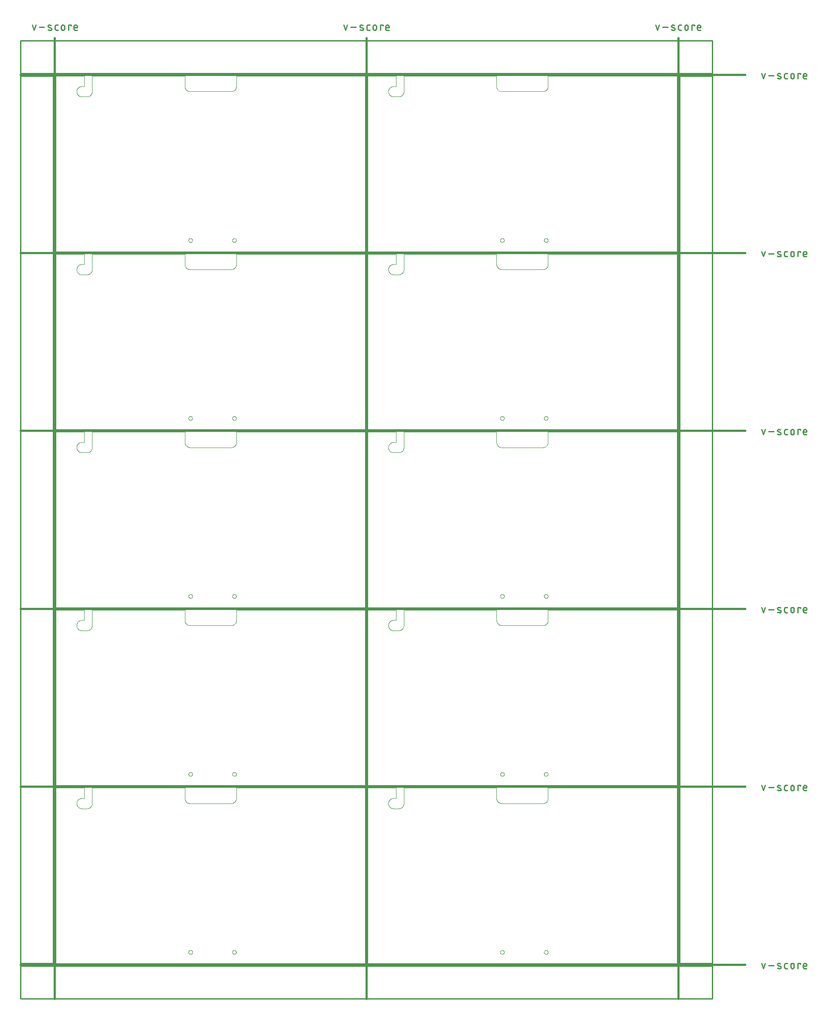
<source format=gko>
G04 EAGLE Gerber RS-274X export*
G75*
%MOMM*%
%FSLAX34Y34*%
%LPD*%
%IN*%
%IPPOS*%
%AMOC8*
5,1,8,0,0,1.08239X$1,22.5*%
G01*
%ADD10C,0.050000*%
%ADD11C,0.381000*%
%ADD12C,0.279400*%
%ADD13C,0.254000*%
%ADD14C,0.000000*%


D10*
X0Y0D02*
X0Y340000D01*
X600000Y340000D02*
X600000Y0D01*
X0Y0D01*
X70000Y340000D02*
X250000Y340000D01*
X70000Y340000D02*
X70000Y310000D01*
X69997Y309758D01*
X69988Y309517D01*
X69974Y309276D01*
X69953Y309035D01*
X69927Y308795D01*
X69895Y308555D01*
X69857Y308316D01*
X69814Y308079D01*
X69764Y307842D01*
X69709Y307607D01*
X69649Y307373D01*
X69582Y307141D01*
X69511Y306910D01*
X69433Y306681D01*
X69350Y306454D01*
X69262Y306229D01*
X69168Y306006D01*
X69069Y305786D01*
X68964Y305568D01*
X68855Y305353D01*
X68740Y305140D01*
X68620Y304930D01*
X68495Y304724D01*
X68365Y304520D01*
X68230Y304319D01*
X68090Y304122D01*
X67946Y303928D01*
X67797Y303738D01*
X67643Y303552D01*
X67485Y303369D01*
X67323Y303190D01*
X67156Y303015D01*
X66985Y302844D01*
X66810Y302677D01*
X66631Y302515D01*
X66448Y302357D01*
X66262Y302203D01*
X66072Y302054D01*
X65878Y301910D01*
X65681Y301770D01*
X65480Y301635D01*
X65276Y301505D01*
X65070Y301380D01*
X64860Y301260D01*
X64647Y301145D01*
X64432Y301036D01*
X64214Y300931D01*
X63994Y300832D01*
X63771Y300738D01*
X63546Y300650D01*
X63319Y300567D01*
X63090Y300489D01*
X62859Y300418D01*
X62627Y300351D01*
X62393Y300291D01*
X62158Y300236D01*
X61921Y300186D01*
X61684Y300143D01*
X61445Y300105D01*
X61205Y300073D01*
X60965Y300047D01*
X60724Y300026D01*
X60483Y300012D01*
X60242Y300003D01*
X60000Y300000D01*
X50000Y300000D01*
X49758Y300003D01*
X49517Y300012D01*
X49276Y300026D01*
X49035Y300047D01*
X48795Y300073D01*
X48555Y300105D01*
X48316Y300143D01*
X48079Y300186D01*
X47842Y300236D01*
X47607Y300291D01*
X47373Y300351D01*
X47141Y300418D01*
X46910Y300489D01*
X46681Y300567D01*
X46454Y300650D01*
X46229Y300738D01*
X46006Y300832D01*
X45786Y300931D01*
X45568Y301036D01*
X45353Y301145D01*
X45140Y301260D01*
X44930Y301380D01*
X44724Y301505D01*
X44520Y301635D01*
X44319Y301770D01*
X44122Y301910D01*
X43928Y302054D01*
X43738Y302203D01*
X43552Y302357D01*
X43369Y302515D01*
X43190Y302677D01*
X43015Y302844D01*
X42844Y303015D01*
X42677Y303190D01*
X42515Y303369D01*
X42357Y303552D01*
X42203Y303738D01*
X42054Y303928D01*
X41910Y304122D01*
X41770Y304319D01*
X41635Y304520D01*
X41505Y304724D01*
X41380Y304930D01*
X41260Y305140D01*
X41145Y305353D01*
X41036Y305568D01*
X40931Y305786D01*
X40832Y306006D01*
X40738Y306229D01*
X40650Y306454D01*
X40567Y306681D01*
X40489Y306910D01*
X40418Y307141D01*
X40351Y307373D01*
X40291Y307607D01*
X40236Y307842D01*
X40186Y308079D01*
X40143Y308316D01*
X40105Y308555D01*
X40073Y308795D01*
X40047Y309035D01*
X40026Y309276D01*
X40012Y309517D01*
X40003Y309758D01*
X40000Y310000D01*
X40003Y310242D01*
X40012Y310483D01*
X40026Y310724D01*
X40047Y310965D01*
X40073Y311205D01*
X40105Y311445D01*
X40143Y311684D01*
X40186Y311921D01*
X40236Y312158D01*
X40291Y312393D01*
X40351Y312627D01*
X40418Y312859D01*
X40489Y313090D01*
X40567Y313319D01*
X40650Y313546D01*
X40738Y313771D01*
X40832Y313994D01*
X40931Y314214D01*
X41036Y314432D01*
X41145Y314647D01*
X41260Y314860D01*
X41380Y315070D01*
X41505Y315276D01*
X41635Y315480D01*
X41770Y315681D01*
X41910Y315878D01*
X42054Y316072D01*
X42203Y316262D01*
X42357Y316448D01*
X42515Y316631D01*
X42677Y316810D01*
X42844Y316985D01*
X43015Y317156D01*
X43190Y317323D01*
X43369Y317485D01*
X43552Y317643D01*
X43738Y317797D01*
X43928Y317946D01*
X44122Y318090D01*
X44319Y318230D01*
X44520Y318365D01*
X44724Y318495D01*
X44930Y318620D01*
X45140Y318740D01*
X45353Y318855D01*
X45568Y318964D01*
X45786Y319069D01*
X46006Y319168D01*
X46229Y319262D01*
X46454Y319350D01*
X46681Y319433D01*
X46910Y319511D01*
X47141Y319582D01*
X47373Y319649D01*
X47607Y319709D01*
X47842Y319764D01*
X48079Y319814D01*
X48316Y319857D01*
X48555Y319895D01*
X48795Y319927D01*
X49035Y319953D01*
X49276Y319974D01*
X49517Y319988D01*
X49758Y319997D01*
X50000Y320000D01*
X55000Y320000D01*
X55000Y340000D01*
X0Y340000D01*
X350000Y340000D02*
X600000Y340000D01*
X350000Y340000D02*
X350000Y320000D01*
X250000Y320000D02*
X250000Y340000D01*
X340000Y310000D02*
X340242Y310003D01*
X340483Y310012D01*
X340724Y310026D01*
X340965Y310047D01*
X341205Y310073D01*
X341445Y310105D01*
X341684Y310143D01*
X341921Y310186D01*
X342158Y310236D01*
X342393Y310291D01*
X342627Y310351D01*
X342859Y310418D01*
X343090Y310489D01*
X343319Y310567D01*
X343546Y310650D01*
X343771Y310738D01*
X343994Y310832D01*
X344214Y310931D01*
X344432Y311036D01*
X344647Y311145D01*
X344860Y311260D01*
X345070Y311380D01*
X345276Y311505D01*
X345480Y311635D01*
X345681Y311770D01*
X345878Y311910D01*
X346072Y312054D01*
X346262Y312203D01*
X346448Y312357D01*
X346631Y312515D01*
X346810Y312677D01*
X346985Y312844D01*
X347156Y313015D01*
X347323Y313190D01*
X347485Y313369D01*
X347643Y313552D01*
X347797Y313738D01*
X347946Y313928D01*
X348090Y314122D01*
X348230Y314319D01*
X348365Y314520D01*
X348495Y314724D01*
X348620Y314930D01*
X348740Y315140D01*
X348855Y315353D01*
X348964Y315568D01*
X349069Y315786D01*
X349168Y316006D01*
X349262Y316229D01*
X349350Y316454D01*
X349433Y316681D01*
X349511Y316910D01*
X349582Y317141D01*
X349649Y317373D01*
X349709Y317607D01*
X349764Y317842D01*
X349814Y318079D01*
X349857Y318316D01*
X349895Y318555D01*
X349927Y318795D01*
X349953Y319035D01*
X349974Y319276D01*
X349988Y319517D01*
X349997Y319758D01*
X350000Y320000D01*
X340000Y310000D02*
X260000Y310000D01*
X259758Y310003D01*
X259517Y310012D01*
X259276Y310026D01*
X259035Y310047D01*
X258795Y310073D01*
X258555Y310105D01*
X258316Y310143D01*
X258079Y310186D01*
X257842Y310236D01*
X257607Y310291D01*
X257373Y310351D01*
X257141Y310418D01*
X256910Y310489D01*
X256681Y310567D01*
X256454Y310650D01*
X256229Y310738D01*
X256006Y310832D01*
X255786Y310931D01*
X255568Y311036D01*
X255353Y311145D01*
X255140Y311260D01*
X254930Y311380D01*
X254724Y311505D01*
X254520Y311635D01*
X254319Y311770D01*
X254122Y311910D01*
X253928Y312054D01*
X253738Y312203D01*
X253552Y312357D01*
X253369Y312515D01*
X253190Y312677D01*
X253015Y312844D01*
X252844Y313015D01*
X252677Y313190D01*
X252515Y313369D01*
X252357Y313552D01*
X252203Y313738D01*
X252054Y313928D01*
X251910Y314122D01*
X251770Y314319D01*
X251635Y314520D01*
X251505Y314724D01*
X251380Y314930D01*
X251260Y315140D01*
X251145Y315353D01*
X251036Y315568D01*
X250931Y315786D01*
X250832Y316006D01*
X250738Y316229D01*
X250650Y316454D01*
X250567Y316681D01*
X250489Y316910D01*
X250418Y317141D01*
X250351Y317373D01*
X250291Y317607D01*
X250236Y317842D01*
X250186Y318079D01*
X250143Y318316D01*
X250105Y318555D01*
X250073Y318795D01*
X250047Y319035D01*
X250026Y319276D01*
X250012Y319517D01*
X250003Y319758D01*
X250000Y320000D01*
X605079Y340000D02*
X605079Y0D01*
X1205079Y0D02*
X1205079Y340000D01*
X1205079Y0D02*
X605079Y0D01*
X675079Y340000D02*
X855079Y340000D01*
X675079Y340000D02*
X675079Y310000D01*
X675076Y309758D01*
X675067Y309517D01*
X675053Y309276D01*
X675032Y309035D01*
X675006Y308795D01*
X674974Y308555D01*
X674936Y308316D01*
X674893Y308079D01*
X674843Y307842D01*
X674788Y307607D01*
X674728Y307373D01*
X674661Y307141D01*
X674590Y306910D01*
X674512Y306681D01*
X674429Y306454D01*
X674341Y306229D01*
X674247Y306006D01*
X674148Y305786D01*
X674043Y305568D01*
X673934Y305353D01*
X673819Y305140D01*
X673699Y304930D01*
X673574Y304724D01*
X673444Y304520D01*
X673309Y304319D01*
X673169Y304122D01*
X673025Y303928D01*
X672876Y303738D01*
X672722Y303552D01*
X672564Y303369D01*
X672402Y303190D01*
X672235Y303015D01*
X672064Y302844D01*
X671889Y302677D01*
X671710Y302515D01*
X671527Y302357D01*
X671341Y302203D01*
X671151Y302054D01*
X670957Y301910D01*
X670760Y301770D01*
X670559Y301635D01*
X670355Y301505D01*
X670149Y301380D01*
X669939Y301260D01*
X669726Y301145D01*
X669511Y301036D01*
X669293Y300931D01*
X669073Y300832D01*
X668850Y300738D01*
X668625Y300650D01*
X668398Y300567D01*
X668169Y300489D01*
X667938Y300418D01*
X667706Y300351D01*
X667472Y300291D01*
X667237Y300236D01*
X667000Y300186D01*
X666763Y300143D01*
X666524Y300105D01*
X666284Y300073D01*
X666044Y300047D01*
X665803Y300026D01*
X665562Y300012D01*
X665321Y300003D01*
X665079Y300000D01*
X655079Y300000D01*
X654837Y300003D01*
X654596Y300012D01*
X654355Y300026D01*
X654114Y300047D01*
X653874Y300073D01*
X653634Y300105D01*
X653395Y300143D01*
X653158Y300186D01*
X652921Y300236D01*
X652686Y300291D01*
X652452Y300351D01*
X652220Y300418D01*
X651989Y300489D01*
X651760Y300567D01*
X651533Y300650D01*
X651308Y300738D01*
X651085Y300832D01*
X650865Y300931D01*
X650647Y301036D01*
X650432Y301145D01*
X650219Y301260D01*
X650009Y301380D01*
X649803Y301505D01*
X649599Y301635D01*
X649398Y301770D01*
X649201Y301910D01*
X649007Y302054D01*
X648817Y302203D01*
X648631Y302357D01*
X648448Y302515D01*
X648269Y302677D01*
X648094Y302844D01*
X647923Y303015D01*
X647756Y303190D01*
X647594Y303369D01*
X647436Y303552D01*
X647282Y303738D01*
X647133Y303928D01*
X646989Y304122D01*
X646849Y304319D01*
X646714Y304520D01*
X646584Y304724D01*
X646459Y304930D01*
X646339Y305140D01*
X646224Y305353D01*
X646115Y305568D01*
X646010Y305786D01*
X645911Y306006D01*
X645817Y306229D01*
X645729Y306454D01*
X645646Y306681D01*
X645568Y306910D01*
X645497Y307141D01*
X645430Y307373D01*
X645370Y307607D01*
X645315Y307842D01*
X645265Y308079D01*
X645222Y308316D01*
X645184Y308555D01*
X645152Y308795D01*
X645126Y309035D01*
X645105Y309276D01*
X645091Y309517D01*
X645082Y309758D01*
X645079Y310000D01*
X645082Y310242D01*
X645091Y310483D01*
X645105Y310724D01*
X645126Y310965D01*
X645152Y311205D01*
X645184Y311445D01*
X645222Y311684D01*
X645265Y311921D01*
X645315Y312158D01*
X645370Y312393D01*
X645430Y312627D01*
X645497Y312859D01*
X645568Y313090D01*
X645646Y313319D01*
X645729Y313546D01*
X645817Y313771D01*
X645911Y313994D01*
X646010Y314214D01*
X646115Y314432D01*
X646224Y314647D01*
X646339Y314860D01*
X646459Y315070D01*
X646584Y315276D01*
X646714Y315480D01*
X646849Y315681D01*
X646989Y315878D01*
X647133Y316072D01*
X647282Y316262D01*
X647436Y316448D01*
X647594Y316631D01*
X647756Y316810D01*
X647923Y316985D01*
X648094Y317156D01*
X648269Y317323D01*
X648448Y317485D01*
X648631Y317643D01*
X648817Y317797D01*
X649007Y317946D01*
X649201Y318090D01*
X649398Y318230D01*
X649599Y318365D01*
X649803Y318495D01*
X650009Y318620D01*
X650219Y318740D01*
X650432Y318855D01*
X650647Y318964D01*
X650865Y319069D01*
X651085Y319168D01*
X651308Y319262D01*
X651533Y319350D01*
X651760Y319433D01*
X651989Y319511D01*
X652220Y319582D01*
X652452Y319649D01*
X652686Y319709D01*
X652921Y319764D01*
X653158Y319814D01*
X653395Y319857D01*
X653634Y319895D01*
X653874Y319927D01*
X654114Y319953D01*
X654355Y319974D01*
X654596Y319988D01*
X654837Y319997D01*
X655079Y320000D01*
X660079Y320000D01*
X660079Y340000D01*
X605079Y340000D01*
X955079Y340000D02*
X1205079Y340000D01*
X955079Y340000D02*
X955079Y320000D01*
X855079Y320000D02*
X855079Y340000D01*
X945079Y310000D02*
X945321Y310003D01*
X945562Y310012D01*
X945803Y310026D01*
X946044Y310047D01*
X946284Y310073D01*
X946524Y310105D01*
X946763Y310143D01*
X947000Y310186D01*
X947237Y310236D01*
X947472Y310291D01*
X947706Y310351D01*
X947938Y310418D01*
X948169Y310489D01*
X948398Y310567D01*
X948625Y310650D01*
X948850Y310738D01*
X949073Y310832D01*
X949293Y310931D01*
X949511Y311036D01*
X949726Y311145D01*
X949939Y311260D01*
X950149Y311380D01*
X950355Y311505D01*
X950559Y311635D01*
X950760Y311770D01*
X950957Y311910D01*
X951151Y312054D01*
X951341Y312203D01*
X951527Y312357D01*
X951710Y312515D01*
X951889Y312677D01*
X952064Y312844D01*
X952235Y313015D01*
X952402Y313190D01*
X952564Y313369D01*
X952722Y313552D01*
X952876Y313738D01*
X953025Y313928D01*
X953169Y314122D01*
X953309Y314319D01*
X953444Y314520D01*
X953574Y314724D01*
X953699Y314930D01*
X953819Y315140D01*
X953934Y315353D01*
X954043Y315568D01*
X954148Y315786D01*
X954247Y316006D01*
X954341Y316229D01*
X954429Y316454D01*
X954512Y316681D01*
X954590Y316910D01*
X954661Y317141D01*
X954728Y317373D01*
X954788Y317607D01*
X954843Y317842D01*
X954893Y318079D01*
X954936Y318316D01*
X954974Y318555D01*
X955006Y318795D01*
X955032Y319035D01*
X955053Y319276D01*
X955067Y319517D01*
X955076Y319758D01*
X955079Y320000D01*
X945079Y310000D02*
X865079Y310000D01*
X864837Y310003D01*
X864596Y310012D01*
X864355Y310026D01*
X864114Y310047D01*
X863874Y310073D01*
X863634Y310105D01*
X863395Y310143D01*
X863158Y310186D01*
X862921Y310236D01*
X862686Y310291D01*
X862452Y310351D01*
X862220Y310418D01*
X861989Y310489D01*
X861760Y310567D01*
X861533Y310650D01*
X861308Y310738D01*
X861085Y310832D01*
X860865Y310931D01*
X860647Y311036D01*
X860432Y311145D01*
X860219Y311260D01*
X860009Y311380D01*
X859803Y311505D01*
X859599Y311635D01*
X859398Y311770D01*
X859201Y311910D01*
X859007Y312054D01*
X858817Y312203D01*
X858631Y312357D01*
X858448Y312515D01*
X858269Y312677D01*
X858094Y312844D01*
X857923Y313015D01*
X857756Y313190D01*
X857594Y313369D01*
X857436Y313552D01*
X857282Y313738D01*
X857133Y313928D01*
X856989Y314122D01*
X856849Y314319D01*
X856714Y314520D01*
X856584Y314724D01*
X856459Y314930D01*
X856339Y315140D01*
X856224Y315353D01*
X856115Y315568D01*
X856010Y315786D01*
X855911Y316006D01*
X855817Y316229D01*
X855729Y316454D01*
X855646Y316681D01*
X855568Y316910D01*
X855497Y317141D01*
X855430Y317373D01*
X855370Y317607D01*
X855315Y317842D01*
X855265Y318079D01*
X855222Y318316D01*
X855184Y318555D01*
X855152Y318795D01*
X855126Y319035D01*
X855105Y319276D01*
X855091Y319517D01*
X855082Y319758D01*
X855079Y320000D01*
X0Y345084D02*
X0Y685084D01*
X600000Y685084D02*
X600000Y345084D01*
X0Y345084D01*
X70000Y685084D02*
X250000Y685084D01*
X70000Y685084D02*
X70000Y655084D01*
X69997Y654842D01*
X69988Y654601D01*
X69974Y654360D01*
X69953Y654119D01*
X69927Y653879D01*
X69895Y653639D01*
X69857Y653400D01*
X69814Y653163D01*
X69764Y652926D01*
X69709Y652691D01*
X69649Y652457D01*
X69582Y652225D01*
X69511Y651994D01*
X69433Y651765D01*
X69350Y651538D01*
X69262Y651313D01*
X69168Y651090D01*
X69069Y650870D01*
X68964Y650652D01*
X68855Y650437D01*
X68740Y650224D01*
X68620Y650014D01*
X68495Y649808D01*
X68365Y649604D01*
X68230Y649403D01*
X68090Y649206D01*
X67946Y649012D01*
X67797Y648822D01*
X67643Y648636D01*
X67485Y648453D01*
X67323Y648274D01*
X67156Y648099D01*
X66985Y647928D01*
X66810Y647761D01*
X66631Y647599D01*
X66448Y647441D01*
X66262Y647287D01*
X66072Y647138D01*
X65878Y646994D01*
X65681Y646854D01*
X65480Y646719D01*
X65276Y646589D01*
X65070Y646464D01*
X64860Y646344D01*
X64647Y646229D01*
X64432Y646120D01*
X64214Y646015D01*
X63994Y645916D01*
X63771Y645822D01*
X63546Y645734D01*
X63319Y645651D01*
X63090Y645573D01*
X62859Y645502D01*
X62627Y645435D01*
X62393Y645375D01*
X62158Y645320D01*
X61921Y645270D01*
X61684Y645227D01*
X61445Y645189D01*
X61205Y645157D01*
X60965Y645131D01*
X60724Y645110D01*
X60483Y645096D01*
X60242Y645087D01*
X60000Y645084D01*
X50000Y645084D01*
X49758Y645087D01*
X49517Y645096D01*
X49276Y645110D01*
X49035Y645131D01*
X48795Y645157D01*
X48555Y645189D01*
X48316Y645227D01*
X48079Y645270D01*
X47842Y645320D01*
X47607Y645375D01*
X47373Y645435D01*
X47141Y645502D01*
X46910Y645573D01*
X46681Y645651D01*
X46454Y645734D01*
X46229Y645822D01*
X46006Y645916D01*
X45786Y646015D01*
X45568Y646120D01*
X45353Y646229D01*
X45140Y646344D01*
X44930Y646464D01*
X44724Y646589D01*
X44520Y646719D01*
X44319Y646854D01*
X44122Y646994D01*
X43928Y647138D01*
X43738Y647287D01*
X43552Y647441D01*
X43369Y647599D01*
X43190Y647761D01*
X43015Y647928D01*
X42844Y648099D01*
X42677Y648274D01*
X42515Y648453D01*
X42357Y648636D01*
X42203Y648822D01*
X42054Y649012D01*
X41910Y649206D01*
X41770Y649403D01*
X41635Y649604D01*
X41505Y649808D01*
X41380Y650014D01*
X41260Y650224D01*
X41145Y650437D01*
X41036Y650652D01*
X40931Y650870D01*
X40832Y651090D01*
X40738Y651313D01*
X40650Y651538D01*
X40567Y651765D01*
X40489Y651994D01*
X40418Y652225D01*
X40351Y652457D01*
X40291Y652691D01*
X40236Y652926D01*
X40186Y653163D01*
X40143Y653400D01*
X40105Y653639D01*
X40073Y653879D01*
X40047Y654119D01*
X40026Y654360D01*
X40012Y654601D01*
X40003Y654842D01*
X40000Y655084D01*
X40003Y655326D01*
X40012Y655567D01*
X40026Y655808D01*
X40047Y656049D01*
X40073Y656289D01*
X40105Y656529D01*
X40143Y656768D01*
X40186Y657005D01*
X40236Y657242D01*
X40291Y657477D01*
X40351Y657711D01*
X40418Y657943D01*
X40489Y658174D01*
X40567Y658403D01*
X40650Y658630D01*
X40738Y658855D01*
X40832Y659078D01*
X40931Y659298D01*
X41036Y659516D01*
X41145Y659731D01*
X41260Y659944D01*
X41380Y660154D01*
X41505Y660360D01*
X41635Y660564D01*
X41770Y660765D01*
X41910Y660962D01*
X42054Y661156D01*
X42203Y661346D01*
X42357Y661532D01*
X42515Y661715D01*
X42677Y661894D01*
X42844Y662069D01*
X43015Y662240D01*
X43190Y662407D01*
X43369Y662569D01*
X43552Y662727D01*
X43738Y662881D01*
X43928Y663030D01*
X44122Y663174D01*
X44319Y663314D01*
X44520Y663449D01*
X44724Y663579D01*
X44930Y663704D01*
X45140Y663824D01*
X45353Y663939D01*
X45568Y664048D01*
X45786Y664153D01*
X46006Y664252D01*
X46229Y664346D01*
X46454Y664434D01*
X46681Y664517D01*
X46910Y664595D01*
X47141Y664666D01*
X47373Y664733D01*
X47607Y664793D01*
X47842Y664848D01*
X48079Y664898D01*
X48316Y664941D01*
X48555Y664979D01*
X48795Y665011D01*
X49035Y665037D01*
X49276Y665058D01*
X49517Y665072D01*
X49758Y665081D01*
X50000Y665084D01*
X55000Y665084D01*
X55000Y685084D01*
X0Y685084D01*
X350000Y685084D02*
X600000Y685084D01*
X350000Y685084D02*
X350000Y665084D01*
X250000Y665084D02*
X250000Y685084D01*
X340000Y655084D02*
X340242Y655087D01*
X340483Y655096D01*
X340724Y655110D01*
X340965Y655131D01*
X341205Y655157D01*
X341445Y655189D01*
X341684Y655227D01*
X341921Y655270D01*
X342158Y655320D01*
X342393Y655375D01*
X342627Y655435D01*
X342859Y655502D01*
X343090Y655573D01*
X343319Y655651D01*
X343546Y655734D01*
X343771Y655822D01*
X343994Y655916D01*
X344214Y656015D01*
X344432Y656120D01*
X344647Y656229D01*
X344860Y656344D01*
X345070Y656464D01*
X345276Y656589D01*
X345480Y656719D01*
X345681Y656854D01*
X345878Y656994D01*
X346072Y657138D01*
X346262Y657287D01*
X346448Y657441D01*
X346631Y657599D01*
X346810Y657761D01*
X346985Y657928D01*
X347156Y658099D01*
X347323Y658274D01*
X347485Y658453D01*
X347643Y658636D01*
X347797Y658822D01*
X347946Y659012D01*
X348090Y659206D01*
X348230Y659403D01*
X348365Y659604D01*
X348495Y659808D01*
X348620Y660014D01*
X348740Y660224D01*
X348855Y660437D01*
X348964Y660652D01*
X349069Y660870D01*
X349168Y661090D01*
X349262Y661313D01*
X349350Y661538D01*
X349433Y661765D01*
X349511Y661994D01*
X349582Y662225D01*
X349649Y662457D01*
X349709Y662691D01*
X349764Y662926D01*
X349814Y663163D01*
X349857Y663400D01*
X349895Y663639D01*
X349927Y663879D01*
X349953Y664119D01*
X349974Y664360D01*
X349988Y664601D01*
X349997Y664842D01*
X350000Y665084D01*
X340000Y655084D02*
X260000Y655084D01*
X259758Y655087D01*
X259517Y655096D01*
X259276Y655110D01*
X259035Y655131D01*
X258795Y655157D01*
X258555Y655189D01*
X258316Y655227D01*
X258079Y655270D01*
X257842Y655320D01*
X257607Y655375D01*
X257373Y655435D01*
X257141Y655502D01*
X256910Y655573D01*
X256681Y655651D01*
X256454Y655734D01*
X256229Y655822D01*
X256006Y655916D01*
X255786Y656015D01*
X255568Y656120D01*
X255353Y656229D01*
X255140Y656344D01*
X254930Y656464D01*
X254724Y656589D01*
X254520Y656719D01*
X254319Y656854D01*
X254122Y656994D01*
X253928Y657138D01*
X253738Y657287D01*
X253552Y657441D01*
X253369Y657599D01*
X253190Y657761D01*
X253015Y657928D01*
X252844Y658099D01*
X252677Y658274D01*
X252515Y658453D01*
X252357Y658636D01*
X252203Y658822D01*
X252054Y659012D01*
X251910Y659206D01*
X251770Y659403D01*
X251635Y659604D01*
X251505Y659808D01*
X251380Y660014D01*
X251260Y660224D01*
X251145Y660437D01*
X251036Y660652D01*
X250931Y660870D01*
X250832Y661090D01*
X250738Y661313D01*
X250650Y661538D01*
X250567Y661765D01*
X250489Y661994D01*
X250418Y662225D01*
X250351Y662457D01*
X250291Y662691D01*
X250236Y662926D01*
X250186Y663163D01*
X250143Y663400D01*
X250105Y663639D01*
X250073Y663879D01*
X250047Y664119D01*
X250026Y664360D01*
X250012Y664601D01*
X250003Y664842D01*
X250000Y665084D01*
X605079Y685084D02*
X605079Y345084D01*
X1205079Y345084D02*
X1205079Y685084D01*
X1205079Y345084D02*
X605079Y345084D01*
X675079Y685084D02*
X855079Y685084D01*
X675079Y685084D02*
X675079Y655084D01*
X675076Y654842D01*
X675067Y654601D01*
X675053Y654360D01*
X675032Y654119D01*
X675006Y653879D01*
X674974Y653639D01*
X674936Y653400D01*
X674893Y653163D01*
X674843Y652926D01*
X674788Y652691D01*
X674728Y652457D01*
X674661Y652225D01*
X674590Y651994D01*
X674512Y651765D01*
X674429Y651538D01*
X674341Y651313D01*
X674247Y651090D01*
X674148Y650870D01*
X674043Y650652D01*
X673934Y650437D01*
X673819Y650224D01*
X673699Y650014D01*
X673574Y649808D01*
X673444Y649604D01*
X673309Y649403D01*
X673169Y649206D01*
X673025Y649012D01*
X672876Y648822D01*
X672722Y648636D01*
X672564Y648453D01*
X672402Y648274D01*
X672235Y648099D01*
X672064Y647928D01*
X671889Y647761D01*
X671710Y647599D01*
X671527Y647441D01*
X671341Y647287D01*
X671151Y647138D01*
X670957Y646994D01*
X670760Y646854D01*
X670559Y646719D01*
X670355Y646589D01*
X670149Y646464D01*
X669939Y646344D01*
X669726Y646229D01*
X669511Y646120D01*
X669293Y646015D01*
X669073Y645916D01*
X668850Y645822D01*
X668625Y645734D01*
X668398Y645651D01*
X668169Y645573D01*
X667938Y645502D01*
X667706Y645435D01*
X667472Y645375D01*
X667237Y645320D01*
X667000Y645270D01*
X666763Y645227D01*
X666524Y645189D01*
X666284Y645157D01*
X666044Y645131D01*
X665803Y645110D01*
X665562Y645096D01*
X665321Y645087D01*
X665079Y645084D01*
X655079Y645084D01*
X654837Y645087D01*
X654596Y645096D01*
X654355Y645110D01*
X654114Y645131D01*
X653874Y645157D01*
X653634Y645189D01*
X653395Y645227D01*
X653158Y645270D01*
X652921Y645320D01*
X652686Y645375D01*
X652452Y645435D01*
X652220Y645502D01*
X651989Y645573D01*
X651760Y645651D01*
X651533Y645734D01*
X651308Y645822D01*
X651085Y645916D01*
X650865Y646015D01*
X650647Y646120D01*
X650432Y646229D01*
X650219Y646344D01*
X650009Y646464D01*
X649803Y646589D01*
X649599Y646719D01*
X649398Y646854D01*
X649201Y646994D01*
X649007Y647138D01*
X648817Y647287D01*
X648631Y647441D01*
X648448Y647599D01*
X648269Y647761D01*
X648094Y647928D01*
X647923Y648099D01*
X647756Y648274D01*
X647594Y648453D01*
X647436Y648636D01*
X647282Y648822D01*
X647133Y649012D01*
X646989Y649206D01*
X646849Y649403D01*
X646714Y649604D01*
X646584Y649808D01*
X646459Y650014D01*
X646339Y650224D01*
X646224Y650437D01*
X646115Y650652D01*
X646010Y650870D01*
X645911Y651090D01*
X645817Y651313D01*
X645729Y651538D01*
X645646Y651765D01*
X645568Y651994D01*
X645497Y652225D01*
X645430Y652457D01*
X645370Y652691D01*
X645315Y652926D01*
X645265Y653163D01*
X645222Y653400D01*
X645184Y653639D01*
X645152Y653879D01*
X645126Y654119D01*
X645105Y654360D01*
X645091Y654601D01*
X645082Y654842D01*
X645079Y655084D01*
X645082Y655326D01*
X645091Y655567D01*
X645105Y655808D01*
X645126Y656049D01*
X645152Y656289D01*
X645184Y656529D01*
X645222Y656768D01*
X645265Y657005D01*
X645315Y657242D01*
X645370Y657477D01*
X645430Y657711D01*
X645497Y657943D01*
X645568Y658174D01*
X645646Y658403D01*
X645729Y658630D01*
X645817Y658855D01*
X645911Y659078D01*
X646010Y659298D01*
X646115Y659516D01*
X646224Y659731D01*
X646339Y659944D01*
X646459Y660154D01*
X646584Y660360D01*
X646714Y660564D01*
X646849Y660765D01*
X646989Y660962D01*
X647133Y661156D01*
X647282Y661346D01*
X647436Y661532D01*
X647594Y661715D01*
X647756Y661894D01*
X647923Y662069D01*
X648094Y662240D01*
X648269Y662407D01*
X648448Y662569D01*
X648631Y662727D01*
X648817Y662881D01*
X649007Y663030D01*
X649201Y663174D01*
X649398Y663314D01*
X649599Y663449D01*
X649803Y663579D01*
X650009Y663704D01*
X650219Y663824D01*
X650432Y663939D01*
X650647Y664048D01*
X650865Y664153D01*
X651085Y664252D01*
X651308Y664346D01*
X651533Y664434D01*
X651760Y664517D01*
X651989Y664595D01*
X652220Y664666D01*
X652452Y664733D01*
X652686Y664793D01*
X652921Y664848D01*
X653158Y664898D01*
X653395Y664941D01*
X653634Y664979D01*
X653874Y665011D01*
X654114Y665037D01*
X654355Y665058D01*
X654596Y665072D01*
X654837Y665081D01*
X655079Y665084D01*
X660079Y665084D01*
X660079Y685084D01*
X605079Y685084D01*
X955079Y685084D02*
X1205079Y685084D01*
X955079Y685084D02*
X955079Y665084D01*
X855079Y665084D02*
X855079Y685084D01*
X945079Y655084D02*
X945321Y655087D01*
X945562Y655096D01*
X945803Y655110D01*
X946044Y655131D01*
X946284Y655157D01*
X946524Y655189D01*
X946763Y655227D01*
X947000Y655270D01*
X947237Y655320D01*
X947472Y655375D01*
X947706Y655435D01*
X947938Y655502D01*
X948169Y655573D01*
X948398Y655651D01*
X948625Y655734D01*
X948850Y655822D01*
X949073Y655916D01*
X949293Y656015D01*
X949511Y656120D01*
X949726Y656229D01*
X949939Y656344D01*
X950149Y656464D01*
X950355Y656589D01*
X950559Y656719D01*
X950760Y656854D01*
X950957Y656994D01*
X951151Y657138D01*
X951341Y657287D01*
X951527Y657441D01*
X951710Y657599D01*
X951889Y657761D01*
X952064Y657928D01*
X952235Y658099D01*
X952402Y658274D01*
X952564Y658453D01*
X952722Y658636D01*
X952876Y658822D01*
X953025Y659012D01*
X953169Y659206D01*
X953309Y659403D01*
X953444Y659604D01*
X953574Y659808D01*
X953699Y660014D01*
X953819Y660224D01*
X953934Y660437D01*
X954043Y660652D01*
X954148Y660870D01*
X954247Y661090D01*
X954341Y661313D01*
X954429Y661538D01*
X954512Y661765D01*
X954590Y661994D01*
X954661Y662225D01*
X954728Y662457D01*
X954788Y662691D01*
X954843Y662926D01*
X954893Y663163D01*
X954936Y663400D01*
X954974Y663639D01*
X955006Y663879D01*
X955032Y664119D01*
X955053Y664360D01*
X955067Y664601D01*
X955076Y664842D01*
X955079Y665084D01*
X945079Y655084D02*
X865079Y655084D01*
X864837Y655087D01*
X864596Y655096D01*
X864355Y655110D01*
X864114Y655131D01*
X863874Y655157D01*
X863634Y655189D01*
X863395Y655227D01*
X863158Y655270D01*
X862921Y655320D01*
X862686Y655375D01*
X862452Y655435D01*
X862220Y655502D01*
X861989Y655573D01*
X861760Y655651D01*
X861533Y655734D01*
X861308Y655822D01*
X861085Y655916D01*
X860865Y656015D01*
X860647Y656120D01*
X860432Y656229D01*
X860219Y656344D01*
X860009Y656464D01*
X859803Y656589D01*
X859599Y656719D01*
X859398Y656854D01*
X859201Y656994D01*
X859007Y657138D01*
X858817Y657287D01*
X858631Y657441D01*
X858448Y657599D01*
X858269Y657761D01*
X858094Y657928D01*
X857923Y658099D01*
X857756Y658274D01*
X857594Y658453D01*
X857436Y658636D01*
X857282Y658822D01*
X857133Y659012D01*
X856989Y659206D01*
X856849Y659403D01*
X856714Y659604D01*
X856584Y659808D01*
X856459Y660014D01*
X856339Y660224D01*
X856224Y660437D01*
X856115Y660652D01*
X856010Y660870D01*
X855911Y661090D01*
X855817Y661313D01*
X855729Y661538D01*
X855646Y661765D01*
X855568Y661994D01*
X855497Y662225D01*
X855430Y662457D01*
X855370Y662691D01*
X855315Y662926D01*
X855265Y663163D01*
X855222Y663400D01*
X855184Y663639D01*
X855152Y663879D01*
X855126Y664119D01*
X855105Y664360D01*
X855091Y664601D01*
X855082Y664842D01*
X855079Y665084D01*
X0Y690169D02*
X0Y1030169D01*
X600000Y1030169D02*
X600000Y690169D01*
X0Y690169D01*
X70000Y1030169D02*
X250000Y1030169D01*
X70000Y1030169D02*
X70000Y1000169D01*
X69997Y999927D01*
X69988Y999686D01*
X69974Y999445D01*
X69953Y999204D01*
X69927Y998964D01*
X69895Y998724D01*
X69857Y998485D01*
X69814Y998248D01*
X69764Y998011D01*
X69709Y997776D01*
X69649Y997542D01*
X69582Y997310D01*
X69511Y997079D01*
X69433Y996850D01*
X69350Y996623D01*
X69262Y996398D01*
X69168Y996175D01*
X69069Y995955D01*
X68964Y995737D01*
X68855Y995522D01*
X68740Y995309D01*
X68620Y995099D01*
X68495Y994893D01*
X68365Y994689D01*
X68230Y994488D01*
X68090Y994291D01*
X67946Y994097D01*
X67797Y993907D01*
X67643Y993721D01*
X67485Y993538D01*
X67323Y993359D01*
X67156Y993184D01*
X66985Y993013D01*
X66810Y992846D01*
X66631Y992684D01*
X66448Y992526D01*
X66262Y992372D01*
X66072Y992223D01*
X65878Y992079D01*
X65681Y991939D01*
X65480Y991804D01*
X65276Y991674D01*
X65070Y991549D01*
X64860Y991429D01*
X64647Y991314D01*
X64432Y991205D01*
X64214Y991100D01*
X63994Y991001D01*
X63771Y990907D01*
X63546Y990819D01*
X63319Y990736D01*
X63090Y990658D01*
X62859Y990587D01*
X62627Y990520D01*
X62393Y990460D01*
X62158Y990405D01*
X61921Y990355D01*
X61684Y990312D01*
X61445Y990274D01*
X61205Y990242D01*
X60965Y990216D01*
X60724Y990195D01*
X60483Y990181D01*
X60242Y990172D01*
X60000Y990169D01*
X50000Y990169D01*
X49758Y990172D01*
X49517Y990181D01*
X49276Y990195D01*
X49035Y990216D01*
X48795Y990242D01*
X48555Y990274D01*
X48316Y990312D01*
X48079Y990355D01*
X47842Y990405D01*
X47607Y990460D01*
X47373Y990520D01*
X47141Y990587D01*
X46910Y990658D01*
X46681Y990736D01*
X46454Y990819D01*
X46229Y990907D01*
X46006Y991001D01*
X45786Y991100D01*
X45568Y991205D01*
X45353Y991314D01*
X45140Y991429D01*
X44930Y991549D01*
X44724Y991674D01*
X44520Y991804D01*
X44319Y991939D01*
X44122Y992079D01*
X43928Y992223D01*
X43738Y992372D01*
X43552Y992526D01*
X43369Y992684D01*
X43190Y992846D01*
X43015Y993013D01*
X42844Y993184D01*
X42677Y993359D01*
X42515Y993538D01*
X42357Y993721D01*
X42203Y993907D01*
X42054Y994097D01*
X41910Y994291D01*
X41770Y994488D01*
X41635Y994689D01*
X41505Y994893D01*
X41380Y995099D01*
X41260Y995309D01*
X41145Y995522D01*
X41036Y995737D01*
X40931Y995955D01*
X40832Y996175D01*
X40738Y996398D01*
X40650Y996623D01*
X40567Y996850D01*
X40489Y997079D01*
X40418Y997310D01*
X40351Y997542D01*
X40291Y997776D01*
X40236Y998011D01*
X40186Y998248D01*
X40143Y998485D01*
X40105Y998724D01*
X40073Y998964D01*
X40047Y999204D01*
X40026Y999445D01*
X40012Y999686D01*
X40003Y999927D01*
X40000Y1000169D01*
X40003Y1000411D01*
X40012Y1000652D01*
X40026Y1000893D01*
X40047Y1001134D01*
X40073Y1001374D01*
X40105Y1001614D01*
X40143Y1001853D01*
X40186Y1002090D01*
X40236Y1002327D01*
X40291Y1002562D01*
X40351Y1002796D01*
X40418Y1003028D01*
X40489Y1003259D01*
X40567Y1003488D01*
X40650Y1003715D01*
X40738Y1003940D01*
X40832Y1004163D01*
X40931Y1004383D01*
X41036Y1004601D01*
X41145Y1004816D01*
X41260Y1005029D01*
X41380Y1005239D01*
X41505Y1005445D01*
X41635Y1005649D01*
X41770Y1005850D01*
X41910Y1006047D01*
X42054Y1006241D01*
X42203Y1006431D01*
X42357Y1006617D01*
X42515Y1006800D01*
X42677Y1006979D01*
X42844Y1007154D01*
X43015Y1007325D01*
X43190Y1007492D01*
X43369Y1007654D01*
X43552Y1007812D01*
X43738Y1007966D01*
X43928Y1008115D01*
X44122Y1008259D01*
X44319Y1008399D01*
X44520Y1008534D01*
X44724Y1008664D01*
X44930Y1008789D01*
X45140Y1008909D01*
X45353Y1009024D01*
X45568Y1009133D01*
X45786Y1009238D01*
X46006Y1009337D01*
X46229Y1009431D01*
X46454Y1009519D01*
X46681Y1009602D01*
X46910Y1009680D01*
X47141Y1009751D01*
X47373Y1009818D01*
X47607Y1009878D01*
X47842Y1009933D01*
X48079Y1009983D01*
X48316Y1010026D01*
X48555Y1010064D01*
X48795Y1010096D01*
X49035Y1010122D01*
X49276Y1010143D01*
X49517Y1010157D01*
X49758Y1010166D01*
X50000Y1010169D01*
X55000Y1010169D01*
X55000Y1030169D01*
X0Y1030169D01*
X350000Y1030169D02*
X600000Y1030169D01*
X350000Y1030169D02*
X350000Y1010169D01*
X250000Y1010169D02*
X250000Y1030169D01*
X340000Y1000169D02*
X340242Y1000172D01*
X340483Y1000181D01*
X340724Y1000195D01*
X340965Y1000216D01*
X341205Y1000242D01*
X341445Y1000274D01*
X341684Y1000312D01*
X341921Y1000355D01*
X342158Y1000405D01*
X342393Y1000460D01*
X342627Y1000520D01*
X342859Y1000587D01*
X343090Y1000658D01*
X343319Y1000736D01*
X343546Y1000819D01*
X343771Y1000907D01*
X343994Y1001001D01*
X344214Y1001100D01*
X344432Y1001205D01*
X344647Y1001314D01*
X344860Y1001429D01*
X345070Y1001549D01*
X345276Y1001674D01*
X345480Y1001804D01*
X345681Y1001939D01*
X345878Y1002079D01*
X346072Y1002223D01*
X346262Y1002372D01*
X346448Y1002526D01*
X346631Y1002684D01*
X346810Y1002846D01*
X346985Y1003013D01*
X347156Y1003184D01*
X347323Y1003359D01*
X347485Y1003538D01*
X347643Y1003721D01*
X347797Y1003907D01*
X347946Y1004097D01*
X348090Y1004291D01*
X348230Y1004488D01*
X348365Y1004689D01*
X348495Y1004893D01*
X348620Y1005099D01*
X348740Y1005309D01*
X348855Y1005522D01*
X348964Y1005737D01*
X349069Y1005955D01*
X349168Y1006175D01*
X349262Y1006398D01*
X349350Y1006623D01*
X349433Y1006850D01*
X349511Y1007079D01*
X349582Y1007310D01*
X349649Y1007542D01*
X349709Y1007776D01*
X349764Y1008011D01*
X349814Y1008248D01*
X349857Y1008485D01*
X349895Y1008724D01*
X349927Y1008964D01*
X349953Y1009204D01*
X349974Y1009445D01*
X349988Y1009686D01*
X349997Y1009927D01*
X350000Y1010169D01*
X340000Y1000169D02*
X260000Y1000169D01*
X259758Y1000172D01*
X259517Y1000181D01*
X259276Y1000195D01*
X259035Y1000216D01*
X258795Y1000242D01*
X258555Y1000274D01*
X258316Y1000312D01*
X258079Y1000355D01*
X257842Y1000405D01*
X257607Y1000460D01*
X257373Y1000520D01*
X257141Y1000587D01*
X256910Y1000658D01*
X256681Y1000736D01*
X256454Y1000819D01*
X256229Y1000907D01*
X256006Y1001001D01*
X255786Y1001100D01*
X255568Y1001205D01*
X255353Y1001314D01*
X255140Y1001429D01*
X254930Y1001549D01*
X254724Y1001674D01*
X254520Y1001804D01*
X254319Y1001939D01*
X254122Y1002079D01*
X253928Y1002223D01*
X253738Y1002372D01*
X253552Y1002526D01*
X253369Y1002684D01*
X253190Y1002846D01*
X253015Y1003013D01*
X252844Y1003184D01*
X252677Y1003359D01*
X252515Y1003538D01*
X252357Y1003721D01*
X252203Y1003907D01*
X252054Y1004097D01*
X251910Y1004291D01*
X251770Y1004488D01*
X251635Y1004689D01*
X251505Y1004893D01*
X251380Y1005099D01*
X251260Y1005309D01*
X251145Y1005522D01*
X251036Y1005737D01*
X250931Y1005955D01*
X250832Y1006175D01*
X250738Y1006398D01*
X250650Y1006623D01*
X250567Y1006850D01*
X250489Y1007079D01*
X250418Y1007310D01*
X250351Y1007542D01*
X250291Y1007776D01*
X250236Y1008011D01*
X250186Y1008248D01*
X250143Y1008485D01*
X250105Y1008724D01*
X250073Y1008964D01*
X250047Y1009204D01*
X250026Y1009445D01*
X250012Y1009686D01*
X250003Y1009927D01*
X250000Y1010169D01*
X605079Y1030169D02*
X605079Y690169D01*
X1205079Y690169D02*
X1205079Y1030169D01*
X1205079Y690169D02*
X605079Y690169D01*
X675079Y1030169D02*
X855079Y1030169D01*
X675079Y1030169D02*
X675079Y1000169D01*
X675076Y999927D01*
X675067Y999686D01*
X675053Y999445D01*
X675032Y999204D01*
X675006Y998964D01*
X674974Y998724D01*
X674936Y998485D01*
X674893Y998248D01*
X674843Y998011D01*
X674788Y997776D01*
X674728Y997542D01*
X674661Y997310D01*
X674590Y997079D01*
X674512Y996850D01*
X674429Y996623D01*
X674341Y996398D01*
X674247Y996175D01*
X674148Y995955D01*
X674043Y995737D01*
X673934Y995522D01*
X673819Y995309D01*
X673699Y995099D01*
X673574Y994893D01*
X673444Y994689D01*
X673309Y994488D01*
X673169Y994291D01*
X673025Y994097D01*
X672876Y993907D01*
X672722Y993721D01*
X672564Y993538D01*
X672402Y993359D01*
X672235Y993184D01*
X672064Y993013D01*
X671889Y992846D01*
X671710Y992684D01*
X671527Y992526D01*
X671341Y992372D01*
X671151Y992223D01*
X670957Y992079D01*
X670760Y991939D01*
X670559Y991804D01*
X670355Y991674D01*
X670149Y991549D01*
X669939Y991429D01*
X669726Y991314D01*
X669511Y991205D01*
X669293Y991100D01*
X669073Y991001D01*
X668850Y990907D01*
X668625Y990819D01*
X668398Y990736D01*
X668169Y990658D01*
X667938Y990587D01*
X667706Y990520D01*
X667472Y990460D01*
X667237Y990405D01*
X667000Y990355D01*
X666763Y990312D01*
X666524Y990274D01*
X666284Y990242D01*
X666044Y990216D01*
X665803Y990195D01*
X665562Y990181D01*
X665321Y990172D01*
X665079Y990169D01*
X655079Y990169D01*
X654837Y990172D01*
X654596Y990181D01*
X654355Y990195D01*
X654114Y990216D01*
X653874Y990242D01*
X653634Y990274D01*
X653395Y990312D01*
X653158Y990355D01*
X652921Y990405D01*
X652686Y990460D01*
X652452Y990520D01*
X652220Y990587D01*
X651989Y990658D01*
X651760Y990736D01*
X651533Y990819D01*
X651308Y990907D01*
X651085Y991001D01*
X650865Y991100D01*
X650647Y991205D01*
X650432Y991314D01*
X650219Y991429D01*
X650009Y991549D01*
X649803Y991674D01*
X649599Y991804D01*
X649398Y991939D01*
X649201Y992079D01*
X649007Y992223D01*
X648817Y992372D01*
X648631Y992526D01*
X648448Y992684D01*
X648269Y992846D01*
X648094Y993013D01*
X647923Y993184D01*
X647756Y993359D01*
X647594Y993538D01*
X647436Y993721D01*
X647282Y993907D01*
X647133Y994097D01*
X646989Y994291D01*
X646849Y994488D01*
X646714Y994689D01*
X646584Y994893D01*
X646459Y995099D01*
X646339Y995309D01*
X646224Y995522D01*
X646115Y995737D01*
X646010Y995955D01*
X645911Y996175D01*
X645817Y996398D01*
X645729Y996623D01*
X645646Y996850D01*
X645568Y997079D01*
X645497Y997310D01*
X645430Y997542D01*
X645370Y997776D01*
X645315Y998011D01*
X645265Y998248D01*
X645222Y998485D01*
X645184Y998724D01*
X645152Y998964D01*
X645126Y999204D01*
X645105Y999445D01*
X645091Y999686D01*
X645082Y999927D01*
X645079Y1000169D01*
X645082Y1000411D01*
X645091Y1000652D01*
X645105Y1000893D01*
X645126Y1001134D01*
X645152Y1001374D01*
X645184Y1001614D01*
X645222Y1001853D01*
X645265Y1002090D01*
X645315Y1002327D01*
X645370Y1002562D01*
X645430Y1002796D01*
X645497Y1003028D01*
X645568Y1003259D01*
X645646Y1003488D01*
X645729Y1003715D01*
X645817Y1003940D01*
X645911Y1004163D01*
X646010Y1004383D01*
X646115Y1004601D01*
X646224Y1004816D01*
X646339Y1005029D01*
X646459Y1005239D01*
X646584Y1005445D01*
X646714Y1005649D01*
X646849Y1005850D01*
X646989Y1006047D01*
X647133Y1006241D01*
X647282Y1006431D01*
X647436Y1006617D01*
X647594Y1006800D01*
X647756Y1006979D01*
X647923Y1007154D01*
X648094Y1007325D01*
X648269Y1007492D01*
X648448Y1007654D01*
X648631Y1007812D01*
X648817Y1007966D01*
X649007Y1008115D01*
X649201Y1008259D01*
X649398Y1008399D01*
X649599Y1008534D01*
X649803Y1008664D01*
X650009Y1008789D01*
X650219Y1008909D01*
X650432Y1009024D01*
X650647Y1009133D01*
X650865Y1009238D01*
X651085Y1009337D01*
X651308Y1009431D01*
X651533Y1009519D01*
X651760Y1009602D01*
X651989Y1009680D01*
X652220Y1009751D01*
X652452Y1009818D01*
X652686Y1009878D01*
X652921Y1009933D01*
X653158Y1009983D01*
X653395Y1010026D01*
X653634Y1010064D01*
X653874Y1010096D01*
X654114Y1010122D01*
X654355Y1010143D01*
X654596Y1010157D01*
X654837Y1010166D01*
X655079Y1010169D01*
X660079Y1010169D01*
X660079Y1030169D01*
X605079Y1030169D01*
X955079Y1030169D02*
X1205079Y1030169D01*
X955079Y1030169D02*
X955079Y1010169D01*
X855079Y1010169D02*
X855079Y1030169D01*
X945079Y1000169D02*
X945321Y1000172D01*
X945562Y1000181D01*
X945803Y1000195D01*
X946044Y1000216D01*
X946284Y1000242D01*
X946524Y1000274D01*
X946763Y1000312D01*
X947000Y1000355D01*
X947237Y1000405D01*
X947472Y1000460D01*
X947706Y1000520D01*
X947938Y1000587D01*
X948169Y1000658D01*
X948398Y1000736D01*
X948625Y1000819D01*
X948850Y1000907D01*
X949073Y1001001D01*
X949293Y1001100D01*
X949511Y1001205D01*
X949726Y1001314D01*
X949939Y1001429D01*
X950149Y1001549D01*
X950355Y1001674D01*
X950559Y1001804D01*
X950760Y1001939D01*
X950957Y1002079D01*
X951151Y1002223D01*
X951341Y1002372D01*
X951527Y1002526D01*
X951710Y1002684D01*
X951889Y1002846D01*
X952064Y1003013D01*
X952235Y1003184D01*
X952402Y1003359D01*
X952564Y1003538D01*
X952722Y1003721D01*
X952876Y1003907D01*
X953025Y1004097D01*
X953169Y1004291D01*
X953309Y1004488D01*
X953444Y1004689D01*
X953574Y1004893D01*
X953699Y1005099D01*
X953819Y1005309D01*
X953934Y1005522D01*
X954043Y1005737D01*
X954148Y1005955D01*
X954247Y1006175D01*
X954341Y1006398D01*
X954429Y1006623D01*
X954512Y1006850D01*
X954590Y1007079D01*
X954661Y1007310D01*
X954728Y1007542D01*
X954788Y1007776D01*
X954843Y1008011D01*
X954893Y1008248D01*
X954936Y1008485D01*
X954974Y1008724D01*
X955006Y1008964D01*
X955032Y1009204D01*
X955053Y1009445D01*
X955067Y1009686D01*
X955076Y1009927D01*
X955079Y1010169D01*
X945079Y1000169D02*
X865079Y1000169D01*
X864837Y1000172D01*
X864596Y1000181D01*
X864355Y1000195D01*
X864114Y1000216D01*
X863874Y1000242D01*
X863634Y1000274D01*
X863395Y1000312D01*
X863158Y1000355D01*
X862921Y1000405D01*
X862686Y1000460D01*
X862452Y1000520D01*
X862220Y1000587D01*
X861989Y1000658D01*
X861760Y1000736D01*
X861533Y1000819D01*
X861308Y1000907D01*
X861085Y1001001D01*
X860865Y1001100D01*
X860647Y1001205D01*
X860432Y1001314D01*
X860219Y1001429D01*
X860009Y1001549D01*
X859803Y1001674D01*
X859599Y1001804D01*
X859398Y1001939D01*
X859201Y1002079D01*
X859007Y1002223D01*
X858817Y1002372D01*
X858631Y1002526D01*
X858448Y1002684D01*
X858269Y1002846D01*
X858094Y1003013D01*
X857923Y1003184D01*
X857756Y1003359D01*
X857594Y1003538D01*
X857436Y1003721D01*
X857282Y1003907D01*
X857133Y1004097D01*
X856989Y1004291D01*
X856849Y1004488D01*
X856714Y1004689D01*
X856584Y1004893D01*
X856459Y1005099D01*
X856339Y1005309D01*
X856224Y1005522D01*
X856115Y1005737D01*
X856010Y1005955D01*
X855911Y1006175D01*
X855817Y1006398D01*
X855729Y1006623D01*
X855646Y1006850D01*
X855568Y1007079D01*
X855497Y1007310D01*
X855430Y1007542D01*
X855370Y1007776D01*
X855315Y1008011D01*
X855265Y1008248D01*
X855222Y1008485D01*
X855184Y1008724D01*
X855152Y1008964D01*
X855126Y1009204D01*
X855105Y1009445D01*
X855091Y1009686D01*
X855082Y1009927D01*
X855079Y1010169D01*
X0Y1035228D02*
X0Y1375228D01*
X600000Y1375228D02*
X600000Y1035228D01*
X0Y1035228D01*
X70000Y1375228D02*
X250000Y1375228D01*
X70000Y1375228D02*
X70000Y1345228D01*
X69997Y1344986D01*
X69988Y1344745D01*
X69974Y1344504D01*
X69953Y1344263D01*
X69927Y1344023D01*
X69895Y1343783D01*
X69857Y1343544D01*
X69814Y1343307D01*
X69764Y1343070D01*
X69709Y1342835D01*
X69649Y1342601D01*
X69582Y1342369D01*
X69511Y1342138D01*
X69433Y1341909D01*
X69350Y1341682D01*
X69262Y1341457D01*
X69168Y1341234D01*
X69069Y1341014D01*
X68964Y1340796D01*
X68855Y1340581D01*
X68740Y1340368D01*
X68620Y1340158D01*
X68495Y1339952D01*
X68365Y1339748D01*
X68230Y1339547D01*
X68090Y1339350D01*
X67946Y1339156D01*
X67797Y1338966D01*
X67643Y1338780D01*
X67485Y1338597D01*
X67323Y1338418D01*
X67156Y1338243D01*
X66985Y1338072D01*
X66810Y1337905D01*
X66631Y1337743D01*
X66448Y1337585D01*
X66262Y1337431D01*
X66072Y1337282D01*
X65878Y1337138D01*
X65681Y1336998D01*
X65480Y1336863D01*
X65276Y1336733D01*
X65070Y1336608D01*
X64860Y1336488D01*
X64647Y1336373D01*
X64432Y1336264D01*
X64214Y1336159D01*
X63994Y1336060D01*
X63771Y1335966D01*
X63546Y1335878D01*
X63319Y1335795D01*
X63090Y1335717D01*
X62859Y1335646D01*
X62627Y1335579D01*
X62393Y1335519D01*
X62158Y1335464D01*
X61921Y1335414D01*
X61684Y1335371D01*
X61445Y1335333D01*
X61205Y1335301D01*
X60965Y1335275D01*
X60724Y1335254D01*
X60483Y1335240D01*
X60242Y1335231D01*
X60000Y1335228D01*
X50000Y1335228D01*
X49758Y1335231D01*
X49517Y1335240D01*
X49276Y1335254D01*
X49035Y1335275D01*
X48795Y1335301D01*
X48555Y1335333D01*
X48316Y1335371D01*
X48079Y1335414D01*
X47842Y1335464D01*
X47607Y1335519D01*
X47373Y1335579D01*
X47141Y1335646D01*
X46910Y1335717D01*
X46681Y1335795D01*
X46454Y1335878D01*
X46229Y1335966D01*
X46006Y1336060D01*
X45786Y1336159D01*
X45568Y1336264D01*
X45353Y1336373D01*
X45140Y1336488D01*
X44930Y1336608D01*
X44724Y1336733D01*
X44520Y1336863D01*
X44319Y1336998D01*
X44122Y1337138D01*
X43928Y1337282D01*
X43738Y1337431D01*
X43552Y1337585D01*
X43369Y1337743D01*
X43190Y1337905D01*
X43015Y1338072D01*
X42844Y1338243D01*
X42677Y1338418D01*
X42515Y1338597D01*
X42357Y1338780D01*
X42203Y1338966D01*
X42054Y1339156D01*
X41910Y1339350D01*
X41770Y1339547D01*
X41635Y1339748D01*
X41505Y1339952D01*
X41380Y1340158D01*
X41260Y1340368D01*
X41145Y1340581D01*
X41036Y1340796D01*
X40931Y1341014D01*
X40832Y1341234D01*
X40738Y1341457D01*
X40650Y1341682D01*
X40567Y1341909D01*
X40489Y1342138D01*
X40418Y1342369D01*
X40351Y1342601D01*
X40291Y1342835D01*
X40236Y1343070D01*
X40186Y1343307D01*
X40143Y1343544D01*
X40105Y1343783D01*
X40073Y1344023D01*
X40047Y1344263D01*
X40026Y1344504D01*
X40012Y1344745D01*
X40003Y1344986D01*
X40000Y1345228D01*
X40003Y1345470D01*
X40012Y1345711D01*
X40026Y1345952D01*
X40047Y1346193D01*
X40073Y1346433D01*
X40105Y1346673D01*
X40143Y1346912D01*
X40186Y1347149D01*
X40236Y1347386D01*
X40291Y1347621D01*
X40351Y1347855D01*
X40418Y1348087D01*
X40489Y1348318D01*
X40567Y1348547D01*
X40650Y1348774D01*
X40738Y1348999D01*
X40832Y1349222D01*
X40931Y1349442D01*
X41036Y1349660D01*
X41145Y1349875D01*
X41260Y1350088D01*
X41380Y1350298D01*
X41505Y1350504D01*
X41635Y1350708D01*
X41770Y1350909D01*
X41910Y1351106D01*
X42054Y1351300D01*
X42203Y1351490D01*
X42357Y1351676D01*
X42515Y1351859D01*
X42677Y1352038D01*
X42844Y1352213D01*
X43015Y1352384D01*
X43190Y1352551D01*
X43369Y1352713D01*
X43552Y1352871D01*
X43738Y1353025D01*
X43928Y1353174D01*
X44122Y1353318D01*
X44319Y1353458D01*
X44520Y1353593D01*
X44724Y1353723D01*
X44930Y1353848D01*
X45140Y1353968D01*
X45353Y1354083D01*
X45568Y1354192D01*
X45786Y1354297D01*
X46006Y1354396D01*
X46229Y1354490D01*
X46454Y1354578D01*
X46681Y1354661D01*
X46910Y1354739D01*
X47141Y1354810D01*
X47373Y1354877D01*
X47607Y1354937D01*
X47842Y1354992D01*
X48079Y1355042D01*
X48316Y1355085D01*
X48555Y1355123D01*
X48795Y1355155D01*
X49035Y1355181D01*
X49276Y1355202D01*
X49517Y1355216D01*
X49758Y1355225D01*
X50000Y1355228D01*
X55000Y1355228D01*
X55000Y1375228D01*
X0Y1375228D01*
X350000Y1375228D02*
X600000Y1375228D01*
X350000Y1375228D02*
X350000Y1355228D01*
X250000Y1355228D02*
X250000Y1375228D01*
X340000Y1345228D02*
X340242Y1345231D01*
X340483Y1345240D01*
X340724Y1345254D01*
X340965Y1345275D01*
X341205Y1345301D01*
X341445Y1345333D01*
X341684Y1345371D01*
X341921Y1345414D01*
X342158Y1345464D01*
X342393Y1345519D01*
X342627Y1345579D01*
X342859Y1345646D01*
X343090Y1345717D01*
X343319Y1345795D01*
X343546Y1345878D01*
X343771Y1345966D01*
X343994Y1346060D01*
X344214Y1346159D01*
X344432Y1346264D01*
X344647Y1346373D01*
X344860Y1346488D01*
X345070Y1346608D01*
X345276Y1346733D01*
X345480Y1346863D01*
X345681Y1346998D01*
X345878Y1347138D01*
X346072Y1347282D01*
X346262Y1347431D01*
X346448Y1347585D01*
X346631Y1347743D01*
X346810Y1347905D01*
X346985Y1348072D01*
X347156Y1348243D01*
X347323Y1348418D01*
X347485Y1348597D01*
X347643Y1348780D01*
X347797Y1348966D01*
X347946Y1349156D01*
X348090Y1349350D01*
X348230Y1349547D01*
X348365Y1349748D01*
X348495Y1349952D01*
X348620Y1350158D01*
X348740Y1350368D01*
X348855Y1350581D01*
X348964Y1350796D01*
X349069Y1351014D01*
X349168Y1351234D01*
X349262Y1351457D01*
X349350Y1351682D01*
X349433Y1351909D01*
X349511Y1352138D01*
X349582Y1352369D01*
X349649Y1352601D01*
X349709Y1352835D01*
X349764Y1353070D01*
X349814Y1353307D01*
X349857Y1353544D01*
X349895Y1353783D01*
X349927Y1354023D01*
X349953Y1354263D01*
X349974Y1354504D01*
X349988Y1354745D01*
X349997Y1354986D01*
X350000Y1355228D01*
X340000Y1345228D02*
X260000Y1345228D01*
X259758Y1345231D01*
X259517Y1345240D01*
X259276Y1345254D01*
X259035Y1345275D01*
X258795Y1345301D01*
X258555Y1345333D01*
X258316Y1345371D01*
X258079Y1345414D01*
X257842Y1345464D01*
X257607Y1345519D01*
X257373Y1345579D01*
X257141Y1345646D01*
X256910Y1345717D01*
X256681Y1345795D01*
X256454Y1345878D01*
X256229Y1345966D01*
X256006Y1346060D01*
X255786Y1346159D01*
X255568Y1346264D01*
X255353Y1346373D01*
X255140Y1346488D01*
X254930Y1346608D01*
X254724Y1346733D01*
X254520Y1346863D01*
X254319Y1346998D01*
X254122Y1347138D01*
X253928Y1347282D01*
X253738Y1347431D01*
X253552Y1347585D01*
X253369Y1347743D01*
X253190Y1347905D01*
X253015Y1348072D01*
X252844Y1348243D01*
X252677Y1348418D01*
X252515Y1348597D01*
X252357Y1348780D01*
X252203Y1348966D01*
X252054Y1349156D01*
X251910Y1349350D01*
X251770Y1349547D01*
X251635Y1349748D01*
X251505Y1349952D01*
X251380Y1350158D01*
X251260Y1350368D01*
X251145Y1350581D01*
X251036Y1350796D01*
X250931Y1351014D01*
X250832Y1351234D01*
X250738Y1351457D01*
X250650Y1351682D01*
X250567Y1351909D01*
X250489Y1352138D01*
X250418Y1352369D01*
X250351Y1352601D01*
X250291Y1352835D01*
X250236Y1353070D01*
X250186Y1353307D01*
X250143Y1353544D01*
X250105Y1353783D01*
X250073Y1354023D01*
X250047Y1354263D01*
X250026Y1354504D01*
X250012Y1354745D01*
X250003Y1354986D01*
X250000Y1355228D01*
X605079Y1375228D02*
X605079Y1035228D01*
X1205079Y1035228D02*
X1205079Y1375228D01*
X1205079Y1035228D02*
X605079Y1035228D01*
X675079Y1375228D02*
X855079Y1375228D01*
X675079Y1375228D02*
X675079Y1345228D01*
X675076Y1344986D01*
X675067Y1344745D01*
X675053Y1344504D01*
X675032Y1344263D01*
X675006Y1344023D01*
X674974Y1343783D01*
X674936Y1343544D01*
X674893Y1343307D01*
X674843Y1343070D01*
X674788Y1342835D01*
X674728Y1342601D01*
X674661Y1342369D01*
X674590Y1342138D01*
X674512Y1341909D01*
X674429Y1341682D01*
X674341Y1341457D01*
X674247Y1341234D01*
X674148Y1341014D01*
X674043Y1340796D01*
X673934Y1340581D01*
X673819Y1340368D01*
X673699Y1340158D01*
X673574Y1339952D01*
X673444Y1339748D01*
X673309Y1339547D01*
X673169Y1339350D01*
X673025Y1339156D01*
X672876Y1338966D01*
X672722Y1338780D01*
X672564Y1338597D01*
X672402Y1338418D01*
X672235Y1338243D01*
X672064Y1338072D01*
X671889Y1337905D01*
X671710Y1337743D01*
X671527Y1337585D01*
X671341Y1337431D01*
X671151Y1337282D01*
X670957Y1337138D01*
X670760Y1336998D01*
X670559Y1336863D01*
X670355Y1336733D01*
X670149Y1336608D01*
X669939Y1336488D01*
X669726Y1336373D01*
X669511Y1336264D01*
X669293Y1336159D01*
X669073Y1336060D01*
X668850Y1335966D01*
X668625Y1335878D01*
X668398Y1335795D01*
X668169Y1335717D01*
X667938Y1335646D01*
X667706Y1335579D01*
X667472Y1335519D01*
X667237Y1335464D01*
X667000Y1335414D01*
X666763Y1335371D01*
X666524Y1335333D01*
X666284Y1335301D01*
X666044Y1335275D01*
X665803Y1335254D01*
X665562Y1335240D01*
X665321Y1335231D01*
X665079Y1335228D01*
X655079Y1335228D01*
X654837Y1335231D01*
X654596Y1335240D01*
X654355Y1335254D01*
X654114Y1335275D01*
X653874Y1335301D01*
X653634Y1335333D01*
X653395Y1335371D01*
X653158Y1335414D01*
X652921Y1335464D01*
X652686Y1335519D01*
X652452Y1335579D01*
X652220Y1335646D01*
X651989Y1335717D01*
X651760Y1335795D01*
X651533Y1335878D01*
X651308Y1335966D01*
X651085Y1336060D01*
X650865Y1336159D01*
X650647Y1336264D01*
X650432Y1336373D01*
X650219Y1336488D01*
X650009Y1336608D01*
X649803Y1336733D01*
X649599Y1336863D01*
X649398Y1336998D01*
X649201Y1337138D01*
X649007Y1337282D01*
X648817Y1337431D01*
X648631Y1337585D01*
X648448Y1337743D01*
X648269Y1337905D01*
X648094Y1338072D01*
X647923Y1338243D01*
X647756Y1338418D01*
X647594Y1338597D01*
X647436Y1338780D01*
X647282Y1338966D01*
X647133Y1339156D01*
X646989Y1339350D01*
X646849Y1339547D01*
X646714Y1339748D01*
X646584Y1339952D01*
X646459Y1340158D01*
X646339Y1340368D01*
X646224Y1340581D01*
X646115Y1340796D01*
X646010Y1341014D01*
X645911Y1341234D01*
X645817Y1341457D01*
X645729Y1341682D01*
X645646Y1341909D01*
X645568Y1342138D01*
X645497Y1342369D01*
X645430Y1342601D01*
X645370Y1342835D01*
X645315Y1343070D01*
X645265Y1343307D01*
X645222Y1343544D01*
X645184Y1343783D01*
X645152Y1344023D01*
X645126Y1344263D01*
X645105Y1344504D01*
X645091Y1344745D01*
X645082Y1344986D01*
X645079Y1345228D01*
X645082Y1345470D01*
X645091Y1345711D01*
X645105Y1345952D01*
X645126Y1346193D01*
X645152Y1346433D01*
X645184Y1346673D01*
X645222Y1346912D01*
X645265Y1347149D01*
X645315Y1347386D01*
X645370Y1347621D01*
X645430Y1347855D01*
X645497Y1348087D01*
X645568Y1348318D01*
X645646Y1348547D01*
X645729Y1348774D01*
X645817Y1348999D01*
X645911Y1349222D01*
X646010Y1349442D01*
X646115Y1349660D01*
X646224Y1349875D01*
X646339Y1350088D01*
X646459Y1350298D01*
X646584Y1350504D01*
X646714Y1350708D01*
X646849Y1350909D01*
X646989Y1351106D01*
X647133Y1351300D01*
X647282Y1351490D01*
X647436Y1351676D01*
X647594Y1351859D01*
X647756Y1352038D01*
X647923Y1352213D01*
X648094Y1352384D01*
X648269Y1352551D01*
X648448Y1352713D01*
X648631Y1352871D01*
X648817Y1353025D01*
X649007Y1353174D01*
X649201Y1353318D01*
X649398Y1353458D01*
X649599Y1353593D01*
X649803Y1353723D01*
X650009Y1353848D01*
X650219Y1353968D01*
X650432Y1354083D01*
X650647Y1354192D01*
X650865Y1354297D01*
X651085Y1354396D01*
X651308Y1354490D01*
X651533Y1354578D01*
X651760Y1354661D01*
X651989Y1354739D01*
X652220Y1354810D01*
X652452Y1354877D01*
X652686Y1354937D01*
X652921Y1354992D01*
X653158Y1355042D01*
X653395Y1355085D01*
X653634Y1355123D01*
X653874Y1355155D01*
X654114Y1355181D01*
X654355Y1355202D01*
X654596Y1355216D01*
X654837Y1355225D01*
X655079Y1355228D01*
X660079Y1355228D01*
X660079Y1375228D01*
X605079Y1375228D01*
X955079Y1375228D02*
X1205079Y1375228D01*
X955079Y1375228D02*
X955079Y1355228D01*
X855079Y1355228D02*
X855079Y1375228D01*
X945079Y1345228D02*
X945321Y1345231D01*
X945562Y1345240D01*
X945803Y1345254D01*
X946044Y1345275D01*
X946284Y1345301D01*
X946524Y1345333D01*
X946763Y1345371D01*
X947000Y1345414D01*
X947237Y1345464D01*
X947472Y1345519D01*
X947706Y1345579D01*
X947938Y1345646D01*
X948169Y1345717D01*
X948398Y1345795D01*
X948625Y1345878D01*
X948850Y1345966D01*
X949073Y1346060D01*
X949293Y1346159D01*
X949511Y1346264D01*
X949726Y1346373D01*
X949939Y1346488D01*
X950149Y1346608D01*
X950355Y1346733D01*
X950559Y1346863D01*
X950760Y1346998D01*
X950957Y1347138D01*
X951151Y1347282D01*
X951341Y1347431D01*
X951527Y1347585D01*
X951710Y1347743D01*
X951889Y1347905D01*
X952064Y1348072D01*
X952235Y1348243D01*
X952402Y1348418D01*
X952564Y1348597D01*
X952722Y1348780D01*
X952876Y1348966D01*
X953025Y1349156D01*
X953169Y1349350D01*
X953309Y1349547D01*
X953444Y1349748D01*
X953574Y1349952D01*
X953699Y1350158D01*
X953819Y1350368D01*
X953934Y1350581D01*
X954043Y1350796D01*
X954148Y1351014D01*
X954247Y1351234D01*
X954341Y1351457D01*
X954429Y1351682D01*
X954512Y1351909D01*
X954590Y1352138D01*
X954661Y1352369D01*
X954728Y1352601D01*
X954788Y1352835D01*
X954843Y1353070D01*
X954893Y1353307D01*
X954936Y1353544D01*
X954974Y1353783D01*
X955006Y1354023D01*
X955032Y1354263D01*
X955053Y1354504D01*
X955067Y1354745D01*
X955076Y1354986D01*
X955079Y1355228D01*
X945079Y1345228D02*
X865079Y1345228D01*
X864837Y1345231D01*
X864596Y1345240D01*
X864355Y1345254D01*
X864114Y1345275D01*
X863874Y1345301D01*
X863634Y1345333D01*
X863395Y1345371D01*
X863158Y1345414D01*
X862921Y1345464D01*
X862686Y1345519D01*
X862452Y1345579D01*
X862220Y1345646D01*
X861989Y1345717D01*
X861760Y1345795D01*
X861533Y1345878D01*
X861308Y1345966D01*
X861085Y1346060D01*
X860865Y1346159D01*
X860647Y1346264D01*
X860432Y1346373D01*
X860219Y1346488D01*
X860009Y1346608D01*
X859803Y1346733D01*
X859599Y1346863D01*
X859398Y1346998D01*
X859201Y1347138D01*
X859007Y1347282D01*
X858817Y1347431D01*
X858631Y1347585D01*
X858448Y1347743D01*
X858269Y1347905D01*
X858094Y1348072D01*
X857923Y1348243D01*
X857756Y1348418D01*
X857594Y1348597D01*
X857436Y1348780D01*
X857282Y1348966D01*
X857133Y1349156D01*
X856989Y1349350D01*
X856849Y1349547D01*
X856714Y1349748D01*
X856584Y1349952D01*
X856459Y1350158D01*
X856339Y1350368D01*
X856224Y1350581D01*
X856115Y1350796D01*
X856010Y1351014D01*
X855911Y1351234D01*
X855817Y1351457D01*
X855729Y1351682D01*
X855646Y1351909D01*
X855568Y1352138D01*
X855497Y1352369D01*
X855430Y1352601D01*
X855370Y1352835D01*
X855315Y1353070D01*
X855265Y1353307D01*
X855222Y1353544D01*
X855184Y1353783D01*
X855152Y1354023D01*
X855126Y1354263D01*
X855105Y1354504D01*
X855091Y1354745D01*
X855082Y1354986D01*
X855079Y1355228D01*
X0Y1380312D02*
X0Y1720312D01*
X600000Y1720312D02*
X600000Y1380312D01*
X0Y1380312D01*
X70000Y1720312D02*
X250000Y1720312D01*
X70000Y1720312D02*
X70000Y1690312D01*
X69997Y1690070D01*
X69988Y1689829D01*
X69974Y1689588D01*
X69953Y1689347D01*
X69927Y1689107D01*
X69895Y1688867D01*
X69857Y1688628D01*
X69814Y1688391D01*
X69764Y1688154D01*
X69709Y1687919D01*
X69649Y1687685D01*
X69582Y1687453D01*
X69511Y1687222D01*
X69433Y1686993D01*
X69350Y1686766D01*
X69262Y1686541D01*
X69168Y1686318D01*
X69069Y1686098D01*
X68964Y1685880D01*
X68855Y1685665D01*
X68740Y1685452D01*
X68620Y1685242D01*
X68495Y1685036D01*
X68365Y1684832D01*
X68230Y1684631D01*
X68090Y1684434D01*
X67946Y1684240D01*
X67797Y1684050D01*
X67643Y1683864D01*
X67485Y1683681D01*
X67323Y1683502D01*
X67156Y1683327D01*
X66985Y1683156D01*
X66810Y1682989D01*
X66631Y1682827D01*
X66448Y1682669D01*
X66262Y1682515D01*
X66072Y1682366D01*
X65878Y1682222D01*
X65681Y1682082D01*
X65480Y1681947D01*
X65276Y1681817D01*
X65070Y1681692D01*
X64860Y1681572D01*
X64647Y1681457D01*
X64432Y1681348D01*
X64214Y1681243D01*
X63994Y1681144D01*
X63771Y1681050D01*
X63546Y1680962D01*
X63319Y1680879D01*
X63090Y1680801D01*
X62859Y1680730D01*
X62627Y1680663D01*
X62393Y1680603D01*
X62158Y1680548D01*
X61921Y1680498D01*
X61684Y1680455D01*
X61445Y1680417D01*
X61205Y1680385D01*
X60965Y1680359D01*
X60724Y1680338D01*
X60483Y1680324D01*
X60242Y1680315D01*
X60000Y1680312D01*
X50000Y1680312D01*
X49758Y1680315D01*
X49517Y1680324D01*
X49276Y1680338D01*
X49035Y1680359D01*
X48795Y1680385D01*
X48555Y1680417D01*
X48316Y1680455D01*
X48079Y1680498D01*
X47842Y1680548D01*
X47607Y1680603D01*
X47373Y1680663D01*
X47141Y1680730D01*
X46910Y1680801D01*
X46681Y1680879D01*
X46454Y1680962D01*
X46229Y1681050D01*
X46006Y1681144D01*
X45786Y1681243D01*
X45568Y1681348D01*
X45353Y1681457D01*
X45140Y1681572D01*
X44930Y1681692D01*
X44724Y1681817D01*
X44520Y1681947D01*
X44319Y1682082D01*
X44122Y1682222D01*
X43928Y1682366D01*
X43738Y1682515D01*
X43552Y1682669D01*
X43369Y1682827D01*
X43190Y1682989D01*
X43015Y1683156D01*
X42844Y1683327D01*
X42677Y1683502D01*
X42515Y1683681D01*
X42357Y1683864D01*
X42203Y1684050D01*
X42054Y1684240D01*
X41910Y1684434D01*
X41770Y1684631D01*
X41635Y1684832D01*
X41505Y1685036D01*
X41380Y1685242D01*
X41260Y1685452D01*
X41145Y1685665D01*
X41036Y1685880D01*
X40931Y1686098D01*
X40832Y1686318D01*
X40738Y1686541D01*
X40650Y1686766D01*
X40567Y1686993D01*
X40489Y1687222D01*
X40418Y1687453D01*
X40351Y1687685D01*
X40291Y1687919D01*
X40236Y1688154D01*
X40186Y1688391D01*
X40143Y1688628D01*
X40105Y1688867D01*
X40073Y1689107D01*
X40047Y1689347D01*
X40026Y1689588D01*
X40012Y1689829D01*
X40003Y1690070D01*
X40000Y1690312D01*
X40003Y1690554D01*
X40012Y1690795D01*
X40026Y1691036D01*
X40047Y1691277D01*
X40073Y1691517D01*
X40105Y1691757D01*
X40143Y1691996D01*
X40186Y1692233D01*
X40236Y1692470D01*
X40291Y1692705D01*
X40351Y1692939D01*
X40418Y1693171D01*
X40489Y1693402D01*
X40567Y1693631D01*
X40650Y1693858D01*
X40738Y1694083D01*
X40832Y1694306D01*
X40931Y1694526D01*
X41036Y1694744D01*
X41145Y1694959D01*
X41260Y1695172D01*
X41380Y1695382D01*
X41505Y1695588D01*
X41635Y1695792D01*
X41770Y1695993D01*
X41910Y1696190D01*
X42054Y1696384D01*
X42203Y1696574D01*
X42357Y1696760D01*
X42515Y1696943D01*
X42677Y1697122D01*
X42844Y1697297D01*
X43015Y1697468D01*
X43190Y1697635D01*
X43369Y1697797D01*
X43552Y1697955D01*
X43738Y1698109D01*
X43928Y1698258D01*
X44122Y1698402D01*
X44319Y1698542D01*
X44520Y1698677D01*
X44724Y1698807D01*
X44930Y1698932D01*
X45140Y1699052D01*
X45353Y1699167D01*
X45568Y1699276D01*
X45786Y1699381D01*
X46006Y1699480D01*
X46229Y1699574D01*
X46454Y1699662D01*
X46681Y1699745D01*
X46910Y1699823D01*
X47141Y1699894D01*
X47373Y1699961D01*
X47607Y1700021D01*
X47842Y1700076D01*
X48079Y1700126D01*
X48316Y1700169D01*
X48555Y1700207D01*
X48795Y1700239D01*
X49035Y1700265D01*
X49276Y1700286D01*
X49517Y1700300D01*
X49758Y1700309D01*
X50000Y1700312D01*
X55000Y1700312D01*
X55000Y1720312D01*
X0Y1720312D01*
X350000Y1720312D02*
X600000Y1720312D01*
X350000Y1720312D02*
X350000Y1700312D01*
X250000Y1700312D02*
X250000Y1720312D01*
X340000Y1690312D02*
X340242Y1690315D01*
X340483Y1690324D01*
X340724Y1690338D01*
X340965Y1690359D01*
X341205Y1690385D01*
X341445Y1690417D01*
X341684Y1690455D01*
X341921Y1690498D01*
X342158Y1690548D01*
X342393Y1690603D01*
X342627Y1690663D01*
X342859Y1690730D01*
X343090Y1690801D01*
X343319Y1690879D01*
X343546Y1690962D01*
X343771Y1691050D01*
X343994Y1691144D01*
X344214Y1691243D01*
X344432Y1691348D01*
X344647Y1691457D01*
X344860Y1691572D01*
X345070Y1691692D01*
X345276Y1691817D01*
X345480Y1691947D01*
X345681Y1692082D01*
X345878Y1692222D01*
X346072Y1692366D01*
X346262Y1692515D01*
X346448Y1692669D01*
X346631Y1692827D01*
X346810Y1692989D01*
X346985Y1693156D01*
X347156Y1693327D01*
X347323Y1693502D01*
X347485Y1693681D01*
X347643Y1693864D01*
X347797Y1694050D01*
X347946Y1694240D01*
X348090Y1694434D01*
X348230Y1694631D01*
X348365Y1694832D01*
X348495Y1695036D01*
X348620Y1695242D01*
X348740Y1695452D01*
X348855Y1695665D01*
X348964Y1695880D01*
X349069Y1696098D01*
X349168Y1696318D01*
X349262Y1696541D01*
X349350Y1696766D01*
X349433Y1696993D01*
X349511Y1697222D01*
X349582Y1697453D01*
X349649Y1697685D01*
X349709Y1697919D01*
X349764Y1698154D01*
X349814Y1698391D01*
X349857Y1698628D01*
X349895Y1698867D01*
X349927Y1699107D01*
X349953Y1699347D01*
X349974Y1699588D01*
X349988Y1699829D01*
X349997Y1700070D01*
X350000Y1700312D01*
X340000Y1690312D02*
X260000Y1690312D01*
X259758Y1690315D01*
X259517Y1690324D01*
X259276Y1690338D01*
X259035Y1690359D01*
X258795Y1690385D01*
X258555Y1690417D01*
X258316Y1690455D01*
X258079Y1690498D01*
X257842Y1690548D01*
X257607Y1690603D01*
X257373Y1690663D01*
X257141Y1690730D01*
X256910Y1690801D01*
X256681Y1690879D01*
X256454Y1690962D01*
X256229Y1691050D01*
X256006Y1691144D01*
X255786Y1691243D01*
X255568Y1691348D01*
X255353Y1691457D01*
X255140Y1691572D01*
X254930Y1691692D01*
X254724Y1691817D01*
X254520Y1691947D01*
X254319Y1692082D01*
X254122Y1692222D01*
X253928Y1692366D01*
X253738Y1692515D01*
X253552Y1692669D01*
X253369Y1692827D01*
X253190Y1692989D01*
X253015Y1693156D01*
X252844Y1693327D01*
X252677Y1693502D01*
X252515Y1693681D01*
X252357Y1693864D01*
X252203Y1694050D01*
X252054Y1694240D01*
X251910Y1694434D01*
X251770Y1694631D01*
X251635Y1694832D01*
X251505Y1695036D01*
X251380Y1695242D01*
X251260Y1695452D01*
X251145Y1695665D01*
X251036Y1695880D01*
X250931Y1696098D01*
X250832Y1696318D01*
X250738Y1696541D01*
X250650Y1696766D01*
X250567Y1696993D01*
X250489Y1697222D01*
X250418Y1697453D01*
X250351Y1697685D01*
X250291Y1697919D01*
X250236Y1698154D01*
X250186Y1698391D01*
X250143Y1698628D01*
X250105Y1698867D01*
X250073Y1699107D01*
X250047Y1699347D01*
X250026Y1699588D01*
X250012Y1699829D01*
X250003Y1700070D01*
X250000Y1700312D01*
X605079Y1720312D02*
X605079Y1380312D01*
X1205079Y1380312D02*
X1205079Y1720312D01*
X1205079Y1380312D02*
X605079Y1380312D01*
X675079Y1720312D02*
X855079Y1720312D01*
X675079Y1720312D02*
X675079Y1690312D01*
X675076Y1690070D01*
X675067Y1689829D01*
X675053Y1689588D01*
X675032Y1689347D01*
X675006Y1689107D01*
X674974Y1688867D01*
X674936Y1688628D01*
X674893Y1688391D01*
X674843Y1688154D01*
X674788Y1687919D01*
X674728Y1687685D01*
X674661Y1687453D01*
X674590Y1687222D01*
X674512Y1686993D01*
X674429Y1686766D01*
X674341Y1686541D01*
X674247Y1686318D01*
X674148Y1686098D01*
X674043Y1685880D01*
X673934Y1685665D01*
X673819Y1685452D01*
X673699Y1685242D01*
X673574Y1685036D01*
X673444Y1684832D01*
X673309Y1684631D01*
X673169Y1684434D01*
X673025Y1684240D01*
X672876Y1684050D01*
X672722Y1683864D01*
X672564Y1683681D01*
X672402Y1683502D01*
X672235Y1683327D01*
X672064Y1683156D01*
X671889Y1682989D01*
X671710Y1682827D01*
X671527Y1682669D01*
X671341Y1682515D01*
X671151Y1682366D01*
X670957Y1682222D01*
X670760Y1682082D01*
X670559Y1681947D01*
X670355Y1681817D01*
X670149Y1681692D01*
X669939Y1681572D01*
X669726Y1681457D01*
X669511Y1681348D01*
X669293Y1681243D01*
X669073Y1681144D01*
X668850Y1681050D01*
X668625Y1680962D01*
X668398Y1680879D01*
X668169Y1680801D01*
X667938Y1680730D01*
X667706Y1680663D01*
X667472Y1680603D01*
X667237Y1680548D01*
X667000Y1680498D01*
X666763Y1680455D01*
X666524Y1680417D01*
X666284Y1680385D01*
X666044Y1680359D01*
X665803Y1680338D01*
X665562Y1680324D01*
X665321Y1680315D01*
X665079Y1680312D01*
X655079Y1680312D01*
X654837Y1680315D01*
X654596Y1680324D01*
X654355Y1680338D01*
X654114Y1680359D01*
X653874Y1680385D01*
X653634Y1680417D01*
X653395Y1680455D01*
X653158Y1680498D01*
X652921Y1680548D01*
X652686Y1680603D01*
X652452Y1680663D01*
X652220Y1680730D01*
X651989Y1680801D01*
X651760Y1680879D01*
X651533Y1680962D01*
X651308Y1681050D01*
X651085Y1681144D01*
X650865Y1681243D01*
X650647Y1681348D01*
X650432Y1681457D01*
X650219Y1681572D01*
X650009Y1681692D01*
X649803Y1681817D01*
X649599Y1681947D01*
X649398Y1682082D01*
X649201Y1682222D01*
X649007Y1682366D01*
X648817Y1682515D01*
X648631Y1682669D01*
X648448Y1682827D01*
X648269Y1682989D01*
X648094Y1683156D01*
X647923Y1683327D01*
X647756Y1683502D01*
X647594Y1683681D01*
X647436Y1683864D01*
X647282Y1684050D01*
X647133Y1684240D01*
X646989Y1684434D01*
X646849Y1684631D01*
X646714Y1684832D01*
X646584Y1685036D01*
X646459Y1685242D01*
X646339Y1685452D01*
X646224Y1685665D01*
X646115Y1685880D01*
X646010Y1686098D01*
X645911Y1686318D01*
X645817Y1686541D01*
X645729Y1686766D01*
X645646Y1686993D01*
X645568Y1687222D01*
X645497Y1687453D01*
X645430Y1687685D01*
X645370Y1687919D01*
X645315Y1688154D01*
X645265Y1688391D01*
X645222Y1688628D01*
X645184Y1688867D01*
X645152Y1689107D01*
X645126Y1689347D01*
X645105Y1689588D01*
X645091Y1689829D01*
X645082Y1690070D01*
X645079Y1690312D01*
X645082Y1690554D01*
X645091Y1690795D01*
X645105Y1691036D01*
X645126Y1691277D01*
X645152Y1691517D01*
X645184Y1691757D01*
X645222Y1691996D01*
X645265Y1692233D01*
X645315Y1692470D01*
X645370Y1692705D01*
X645430Y1692939D01*
X645497Y1693171D01*
X645568Y1693402D01*
X645646Y1693631D01*
X645729Y1693858D01*
X645817Y1694083D01*
X645911Y1694306D01*
X646010Y1694526D01*
X646115Y1694744D01*
X646224Y1694959D01*
X646339Y1695172D01*
X646459Y1695382D01*
X646584Y1695588D01*
X646714Y1695792D01*
X646849Y1695993D01*
X646989Y1696190D01*
X647133Y1696384D01*
X647282Y1696574D01*
X647436Y1696760D01*
X647594Y1696943D01*
X647756Y1697122D01*
X647923Y1697297D01*
X648094Y1697468D01*
X648269Y1697635D01*
X648448Y1697797D01*
X648631Y1697955D01*
X648817Y1698109D01*
X649007Y1698258D01*
X649201Y1698402D01*
X649398Y1698542D01*
X649599Y1698677D01*
X649803Y1698807D01*
X650009Y1698932D01*
X650219Y1699052D01*
X650432Y1699167D01*
X650647Y1699276D01*
X650865Y1699381D01*
X651085Y1699480D01*
X651308Y1699574D01*
X651533Y1699662D01*
X651760Y1699745D01*
X651989Y1699823D01*
X652220Y1699894D01*
X652452Y1699961D01*
X652686Y1700021D01*
X652921Y1700076D01*
X653158Y1700126D01*
X653395Y1700169D01*
X653634Y1700207D01*
X653874Y1700239D01*
X654114Y1700265D01*
X654355Y1700286D01*
X654596Y1700300D01*
X654837Y1700309D01*
X655079Y1700312D01*
X660079Y1700312D01*
X660079Y1720312D01*
X605079Y1720312D01*
X955079Y1720312D02*
X1205079Y1720312D01*
X955079Y1720312D02*
X955079Y1700312D01*
X855079Y1700312D02*
X855079Y1720312D01*
X945079Y1690312D02*
X945321Y1690315D01*
X945562Y1690324D01*
X945803Y1690338D01*
X946044Y1690359D01*
X946284Y1690385D01*
X946524Y1690417D01*
X946763Y1690455D01*
X947000Y1690498D01*
X947237Y1690548D01*
X947472Y1690603D01*
X947706Y1690663D01*
X947938Y1690730D01*
X948169Y1690801D01*
X948398Y1690879D01*
X948625Y1690962D01*
X948850Y1691050D01*
X949073Y1691144D01*
X949293Y1691243D01*
X949511Y1691348D01*
X949726Y1691457D01*
X949939Y1691572D01*
X950149Y1691692D01*
X950355Y1691817D01*
X950559Y1691947D01*
X950760Y1692082D01*
X950957Y1692222D01*
X951151Y1692366D01*
X951341Y1692515D01*
X951527Y1692669D01*
X951710Y1692827D01*
X951889Y1692989D01*
X952064Y1693156D01*
X952235Y1693327D01*
X952402Y1693502D01*
X952564Y1693681D01*
X952722Y1693864D01*
X952876Y1694050D01*
X953025Y1694240D01*
X953169Y1694434D01*
X953309Y1694631D01*
X953444Y1694832D01*
X953574Y1695036D01*
X953699Y1695242D01*
X953819Y1695452D01*
X953934Y1695665D01*
X954043Y1695880D01*
X954148Y1696098D01*
X954247Y1696318D01*
X954341Y1696541D01*
X954429Y1696766D01*
X954512Y1696993D01*
X954590Y1697222D01*
X954661Y1697453D01*
X954728Y1697685D01*
X954788Y1697919D01*
X954843Y1698154D01*
X954893Y1698391D01*
X954936Y1698628D01*
X954974Y1698867D01*
X955006Y1699107D01*
X955032Y1699347D01*
X955053Y1699588D01*
X955067Y1699829D01*
X955076Y1700070D01*
X955079Y1700312D01*
X945079Y1690312D02*
X865079Y1690312D01*
X864837Y1690315D01*
X864596Y1690324D01*
X864355Y1690338D01*
X864114Y1690359D01*
X863874Y1690385D01*
X863634Y1690417D01*
X863395Y1690455D01*
X863158Y1690498D01*
X862921Y1690548D01*
X862686Y1690603D01*
X862452Y1690663D01*
X862220Y1690730D01*
X861989Y1690801D01*
X861760Y1690879D01*
X861533Y1690962D01*
X861308Y1691050D01*
X861085Y1691144D01*
X860865Y1691243D01*
X860647Y1691348D01*
X860432Y1691457D01*
X860219Y1691572D01*
X860009Y1691692D01*
X859803Y1691817D01*
X859599Y1691947D01*
X859398Y1692082D01*
X859201Y1692222D01*
X859007Y1692366D01*
X858817Y1692515D01*
X858631Y1692669D01*
X858448Y1692827D01*
X858269Y1692989D01*
X858094Y1693156D01*
X857923Y1693327D01*
X857756Y1693502D01*
X857594Y1693681D01*
X857436Y1693864D01*
X857282Y1694050D01*
X857133Y1694240D01*
X856989Y1694434D01*
X856849Y1694631D01*
X856714Y1694832D01*
X856584Y1695036D01*
X856459Y1695242D01*
X856339Y1695452D01*
X856224Y1695665D01*
X856115Y1695880D01*
X856010Y1696098D01*
X855911Y1696318D01*
X855817Y1696541D01*
X855729Y1696766D01*
X855646Y1696993D01*
X855568Y1697222D01*
X855497Y1697453D01*
X855430Y1697685D01*
X855370Y1697919D01*
X855315Y1698154D01*
X855265Y1698391D01*
X855222Y1698628D01*
X855184Y1698867D01*
X855152Y1699107D01*
X855126Y1699347D01*
X855105Y1699588D01*
X855091Y1699829D01*
X855082Y1700070D01*
X855079Y1700312D01*
D11*
X-2540Y1793977D02*
X-2540Y-68580D01*
D12*
X-42921Y1809344D02*
X-46251Y1819334D01*
X-39590Y1819334D02*
X-42921Y1809344D01*
X-32806Y1815171D02*
X-22815Y1815171D01*
X-14261Y1815171D02*
X-10098Y1813506D01*
X-14261Y1815171D02*
X-14346Y1815207D01*
X-14429Y1815247D01*
X-14510Y1815290D01*
X-14590Y1815337D01*
X-14667Y1815387D01*
X-14743Y1815440D01*
X-14816Y1815496D01*
X-14886Y1815556D01*
X-14954Y1815618D01*
X-15019Y1815683D01*
X-15081Y1815751D01*
X-15141Y1815822D01*
X-15197Y1815895D01*
X-15250Y1815970D01*
X-15300Y1816048D01*
X-15346Y1816127D01*
X-15389Y1816209D01*
X-15429Y1816292D01*
X-15465Y1816377D01*
X-15497Y1816463D01*
X-15526Y1816551D01*
X-15550Y1816640D01*
X-15571Y1816730D01*
X-15588Y1816820D01*
X-15602Y1816911D01*
X-15611Y1817003D01*
X-15616Y1817095D01*
X-15618Y1817187D01*
X-15616Y1817279D01*
X-15609Y1817371D01*
X-15599Y1817463D01*
X-15585Y1817554D01*
X-15567Y1817645D01*
X-15545Y1817734D01*
X-15519Y1817823D01*
X-15489Y1817910D01*
X-15456Y1817996D01*
X-15419Y1818080D01*
X-15379Y1818163D01*
X-15335Y1818244D01*
X-15288Y1818323D01*
X-15237Y1818400D01*
X-15183Y1818475D01*
X-15126Y1818548D01*
X-15066Y1818618D01*
X-15003Y1818685D01*
X-14937Y1818749D01*
X-14869Y1818811D01*
X-14798Y1818870D01*
X-14724Y1818925D01*
X-14648Y1818978D01*
X-14570Y1819027D01*
X-14490Y1819073D01*
X-14409Y1819115D01*
X-14325Y1819154D01*
X-14240Y1819189D01*
X-14153Y1819220D01*
X-14065Y1819248D01*
X-13976Y1819272D01*
X-13886Y1819292D01*
X-13796Y1819309D01*
X-13704Y1819321D01*
X-13612Y1819330D01*
X-13520Y1819334D01*
X-13428Y1819335D01*
X-13201Y1819329D01*
X-12974Y1819318D01*
X-12747Y1819301D01*
X-12521Y1819278D01*
X-12295Y1819251D01*
X-12070Y1819217D01*
X-11846Y1819179D01*
X-11623Y1819135D01*
X-11401Y1819086D01*
X-11180Y1819031D01*
X-10961Y1818971D01*
X-10743Y1818906D01*
X-10527Y1818835D01*
X-10313Y1818760D01*
X-10100Y1818679D01*
X-9890Y1818593D01*
X-9681Y1818502D01*
X-10098Y1813507D02*
X-10013Y1813471D01*
X-9930Y1813431D01*
X-9849Y1813388D01*
X-9769Y1813341D01*
X-9692Y1813291D01*
X-9616Y1813238D01*
X-9543Y1813182D01*
X-9473Y1813122D01*
X-9405Y1813060D01*
X-9340Y1812995D01*
X-9278Y1812927D01*
X-9218Y1812856D01*
X-9162Y1812783D01*
X-9109Y1812708D01*
X-9059Y1812630D01*
X-9013Y1812551D01*
X-8970Y1812469D01*
X-8930Y1812386D01*
X-8894Y1812301D01*
X-8862Y1812215D01*
X-8833Y1812127D01*
X-8809Y1812038D01*
X-8788Y1811948D01*
X-8771Y1811858D01*
X-8757Y1811767D01*
X-8748Y1811675D01*
X-8743Y1811583D01*
X-8741Y1811491D01*
X-8743Y1811399D01*
X-8750Y1811307D01*
X-8760Y1811215D01*
X-8774Y1811124D01*
X-8792Y1811033D01*
X-8814Y1810944D01*
X-8840Y1810855D01*
X-8870Y1810768D01*
X-8903Y1810682D01*
X-8940Y1810598D01*
X-8980Y1810515D01*
X-9024Y1810434D01*
X-9071Y1810355D01*
X-9122Y1810278D01*
X-9176Y1810203D01*
X-9233Y1810130D01*
X-9293Y1810060D01*
X-9356Y1809993D01*
X-9422Y1809929D01*
X-9490Y1809867D01*
X-9561Y1809808D01*
X-9635Y1809753D01*
X-9711Y1809700D01*
X-9789Y1809651D01*
X-9869Y1809605D01*
X-9950Y1809563D01*
X-10034Y1809524D01*
X-10119Y1809489D01*
X-10206Y1809458D01*
X-10294Y1809430D01*
X-10383Y1809406D01*
X-10473Y1809386D01*
X-10563Y1809369D01*
X-10655Y1809357D01*
X-10747Y1809348D01*
X-10839Y1809344D01*
X-10931Y1809343D01*
X-11265Y1809352D01*
X-11598Y1809369D01*
X-11931Y1809393D01*
X-12264Y1809426D01*
X-12595Y1809466D01*
X-12926Y1809514D01*
X-13255Y1809570D01*
X-13583Y1809633D01*
X-13909Y1809705D01*
X-14233Y1809784D01*
X-14556Y1809870D01*
X-14876Y1809965D01*
X-15194Y1810067D01*
X-15510Y1810176D01*
X562Y1809344D02*
X3892Y1809344D01*
X562Y1809343D02*
X464Y1809345D01*
X366Y1809351D01*
X268Y1809360D01*
X171Y1809374D01*
X75Y1809391D01*
X-21Y1809412D01*
X-116Y1809437D01*
X-210Y1809465D01*
X-303Y1809497D01*
X-394Y1809533D01*
X-484Y1809572D01*
X-572Y1809615D01*
X-659Y1809662D01*
X-743Y1809711D01*
X-826Y1809764D01*
X-906Y1809820D01*
X-985Y1809879D01*
X-1060Y1809942D01*
X-1134Y1810007D01*
X-1204Y1810075D01*
X-1272Y1810145D01*
X-1338Y1810219D01*
X-1400Y1810295D01*
X-1459Y1810373D01*
X-1515Y1810453D01*
X-1568Y1810536D01*
X-1618Y1810620D01*
X-1664Y1810707D01*
X-1707Y1810795D01*
X-1746Y1810885D01*
X-1782Y1810976D01*
X-1814Y1811069D01*
X-1842Y1811163D01*
X-1867Y1811258D01*
X-1888Y1811354D01*
X-1905Y1811450D01*
X-1919Y1811547D01*
X-1928Y1811645D01*
X-1934Y1811743D01*
X-1936Y1811841D01*
X-1936Y1816837D01*
X-1934Y1816935D01*
X-1928Y1817033D01*
X-1919Y1817131D01*
X-1905Y1817228D01*
X-1888Y1817324D01*
X-1867Y1817420D01*
X-1842Y1817515D01*
X-1814Y1817609D01*
X-1782Y1817702D01*
X-1746Y1817793D01*
X-1707Y1817883D01*
X-1664Y1817971D01*
X-1617Y1818058D01*
X-1568Y1818142D01*
X-1515Y1818225D01*
X-1459Y1818305D01*
X-1400Y1818383D01*
X-1337Y1818459D01*
X-1272Y1818533D01*
X-1204Y1818603D01*
X-1134Y1818671D01*
X-1060Y1818736D01*
X-984Y1818799D01*
X-906Y1818858D01*
X-826Y1818914D01*
X-743Y1818967D01*
X-659Y1819016D01*
X-572Y1819063D01*
X-484Y1819106D01*
X-394Y1819145D01*
X-303Y1819181D01*
X-210Y1819213D01*
X-116Y1819241D01*
X-21Y1819266D01*
X75Y1819287D01*
X171Y1819304D01*
X268Y1819318D01*
X366Y1819327D01*
X464Y1819333D01*
X562Y1819335D01*
X562Y1819334D02*
X3892Y1819334D01*
X10022Y1816004D02*
X10022Y1812674D01*
X10022Y1816004D02*
X10024Y1816118D01*
X10030Y1816231D01*
X10039Y1816345D01*
X10053Y1816457D01*
X10070Y1816570D01*
X10092Y1816682D01*
X10117Y1816792D01*
X10145Y1816902D01*
X10178Y1817011D01*
X10214Y1817119D01*
X10254Y1817226D01*
X10298Y1817331D01*
X10345Y1817434D01*
X10395Y1817536D01*
X10449Y1817636D01*
X10507Y1817734D01*
X10568Y1817830D01*
X10631Y1817924D01*
X10699Y1818016D01*
X10769Y1818106D01*
X10842Y1818192D01*
X10918Y1818277D01*
X10997Y1818359D01*
X11079Y1818438D01*
X11164Y1818514D01*
X11250Y1818587D01*
X11340Y1818657D01*
X11432Y1818725D01*
X11526Y1818788D01*
X11622Y1818849D01*
X11720Y1818907D01*
X11820Y1818961D01*
X11922Y1819011D01*
X12025Y1819058D01*
X12130Y1819102D01*
X12237Y1819142D01*
X12345Y1819178D01*
X12454Y1819211D01*
X12564Y1819239D01*
X12674Y1819264D01*
X12786Y1819286D01*
X12899Y1819303D01*
X13011Y1819317D01*
X13125Y1819326D01*
X13238Y1819332D01*
X13352Y1819334D01*
X13466Y1819332D01*
X13579Y1819326D01*
X13693Y1819317D01*
X13805Y1819303D01*
X13918Y1819286D01*
X14030Y1819264D01*
X14140Y1819239D01*
X14250Y1819211D01*
X14359Y1819178D01*
X14467Y1819142D01*
X14574Y1819102D01*
X14679Y1819058D01*
X14782Y1819011D01*
X14884Y1818961D01*
X14984Y1818907D01*
X15082Y1818849D01*
X15178Y1818788D01*
X15272Y1818725D01*
X15364Y1818657D01*
X15454Y1818587D01*
X15540Y1818514D01*
X15625Y1818438D01*
X15707Y1818359D01*
X15786Y1818277D01*
X15862Y1818192D01*
X15935Y1818106D01*
X16005Y1818016D01*
X16073Y1817924D01*
X16136Y1817830D01*
X16197Y1817734D01*
X16255Y1817636D01*
X16309Y1817536D01*
X16359Y1817434D01*
X16406Y1817331D01*
X16450Y1817226D01*
X16490Y1817119D01*
X16526Y1817011D01*
X16559Y1816902D01*
X16587Y1816792D01*
X16612Y1816682D01*
X16634Y1816570D01*
X16651Y1816457D01*
X16665Y1816345D01*
X16674Y1816231D01*
X16680Y1816118D01*
X16682Y1816004D01*
X16682Y1812674D01*
X16680Y1812560D01*
X16674Y1812447D01*
X16665Y1812333D01*
X16651Y1812221D01*
X16634Y1812108D01*
X16612Y1811996D01*
X16587Y1811886D01*
X16559Y1811776D01*
X16526Y1811667D01*
X16490Y1811559D01*
X16450Y1811452D01*
X16406Y1811347D01*
X16359Y1811244D01*
X16309Y1811142D01*
X16255Y1811042D01*
X16197Y1810944D01*
X16136Y1810848D01*
X16073Y1810754D01*
X16005Y1810662D01*
X15935Y1810572D01*
X15862Y1810486D01*
X15786Y1810401D01*
X15707Y1810319D01*
X15625Y1810240D01*
X15540Y1810164D01*
X15454Y1810091D01*
X15364Y1810021D01*
X15272Y1809953D01*
X15178Y1809890D01*
X15082Y1809829D01*
X14984Y1809771D01*
X14884Y1809717D01*
X14782Y1809667D01*
X14679Y1809620D01*
X14574Y1809576D01*
X14467Y1809536D01*
X14359Y1809500D01*
X14250Y1809467D01*
X14140Y1809439D01*
X14030Y1809414D01*
X13918Y1809392D01*
X13805Y1809375D01*
X13693Y1809361D01*
X13579Y1809352D01*
X13466Y1809346D01*
X13352Y1809344D01*
X13238Y1809346D01*
X13125Y1809352D01*
X13011Y1809361D01*
X12899Y1809375D01*
X12786Y1809392D01*
X12674Y1809414D01*
X12564Y1809439D01*
X12454Y1809467D01*
X12345Y1809500D01*
X12237Y1809536D01*
X12130Y1809576D01*
X12025Y1809620D01*
X11922Y1809667D01*
X11820Y1809717D01*
X11720Y1809771D01*
X11622Y1809829D01*
X11526Y1809890D01*
X11432Y1809953D01*
X11340Y1810021D01*
X11250Y1810091D01*
X11164Y1810164D01*
X11079Y1810240D01*
X10997Y1810319D01*
X10918Y1810401D01*
X10842Y1810486D01*
X10769Y1810572D01*
X10699Y1810662D01*
X10631Y1810754D01*
X10568Y1810848D01*
X10507Y1810944D01*
X10449Y1811042D01*
X10395Y1811142D01*
X10345Y1811244D01*
X10298Y1811347D01*
X10254Y1811452D01*
X10214Y1811559D01*
X10178Y1811667D01*
X10145Y1811776D01*
X10117Y1811886D01*
X10092Y1811996D01*
X10070Y1812108D01*
X10053Y1812221D01*
X10039Y1812333D01*
X10030Y1812447D01*
X10024Y1812560D01*
X10022Y1812674D01*
X24218Y1809344D02*
X24218Y1819334D01*
X29213Y1819334D01*
X29213Y1817669D01*
X37008Y1809344D02*
X41171Y1809344D01*
X37008Y1809343D02*
X36910Y1809345D01*
X36812Y1809351D01*
X36714Y1809360D01*
X36617Y1809374D01*
X36521Y1809391D01*
X36425Y1809412D01*
X36330Y1809437D01*
X36236Y1809465D01*
X36143Y1809497D01*
X36052Y1809533D01*
X35962Y1809572D01*
X35874Y1809615D01*
X35787Y1809662D01*
X35703Y1809711D01*
X35620Y1809764D01*
X35540Y1809820D01*
X35462Y1809879D01*
X35386Y1809942D01*
X35312Y1810007D01*
X35242Y1810075D01*
X35174Y1810145D01*
X35109Y1810219D01*
X35046Y1810295D01*
X34987Y1810373D01*
X34931Y1810453D01*
X34878Y1810536D01*
X34829Y1810620D01*
X34782Y1810707D01*
X34739Y1810795D01*
X34700Y1810885D01*
X34664Y1810976D01*
X34632Y1811069D01*
X34604Y1811163D01*
X34579Y1811258D01*
X34558Y1811354D01*
X34541Y1811450D01*
X34527Y1811547D01*
X34518Y1811645D01*
X34512Y1811743D01*
X34510Y1811841D01*
X34510Y1816004D01*
X34511Y1816004D02*
X34513Y1816118D01*
X34519Y1816231D01*
X34528Y1816345D01*
X34542Y1816457D01*
X34559Y1816570D01*
X34581Y1816682D01*
X34606Y1816792D01*
X34634Y1816902D01*
X34667Y1817011D01*
X34703Y1817119D01*
X34743Y1817226D01*
X34787Y1817331D01*
X34834Y1817434D01*
X34884Y1817536D01*
X34938Y1817636D01*
X34996Y1817734D01*
X35057Y1817830D01*
X35120Y1817924D01*
X35188Y1818016D01*
X35258Y1818106D01*
X35331Y1818192D01*
X35407Y1818277D01*
X35486Y1818359D01*
X35568Y1818438D01*
X35653Y1818514D01*
X35739Y1818587D01*
X35829Y1818657D01*
X35921Y1818725D01*
X36015Y1818788D01*
X36111Y1818849D01*
X36209Y1818907D01*
X36309Y1818961D01*
X36411Y1819011D01*
X36514Y1819058D01*
X36619Y1819102D01*
X36726Y1819142D01*
X36834Y1819178D01*
X36943Y1819211D01*
X37053Y1819239D01*
X37163Y1819264D01*
X37275Y1819286D01*
X37388Y1819303D01*
X37500Y1819317D01*
X37614Y1819326D01*
X37727Y1819332D01*
X37841Y1819334D01*
X37955Y1819332D01*
X38068Y1819326D01*
X38182Y1819317D01*
X38294Y1819303D01*
X38407Y1819286D01*
X38519Y1819264D01*
X38629Y1819239D01*
X38739Y1819211D01*
X38848Y1819178D01*
X38956Y1819142D01*
X39063Y1819102D01*
X39168Y1819058D01*
X39271Y1819011D01*
X39373Y1818961D01*
X39473Y1818907D01*
X39571Y1818849D01*
X39667Y1818788D01*
X39761Y1818725D01*
X39853Y1818657D01*
X39943Y1818587D01*
X40029Y1818514D01*
X40114Y1818438D01*
X40196Y1818359D01*
X40275Y1818277D01*
X40351Y1818192D01*
X40424Y1818106D01*
X40494Y1818016D01*
X40562Y1817924D01*
X40625Y1817830D01*
X40686Y1817734D01*
X40744Y1817636D01*
X40798Y1817536D01*
X40848Y1817434D01*
X40895Y1817331D01*
X40939Y1817226D01*
X40979Y1817119D01*
X41015Y1817011D01*
X41048Y1816902D01*
X41076Y1816792D01*
X41101Y1816682D01*
X41123Y1816570D01*
X41140Y1816457D01*
X41154Y1816345D01*
X41163Y1816231D01*
X41169Y1816118D01*
X41171Y1816004D01*
X41171Y1814339D01*
X34510Y1814339D01*
D11*
X602539Y1793977D02*
X602539Y-68580D01*
D12*
X562158Y1809344D02*
X558828Y1819334D01*
X565488Y1819334D02*
X562158Y1809344D01*
X572273Y1815171D02*
X582264Y1815171D01*
X590818Y1815171D02*
X594981Y1813506D01*
X590818Y1815171D02*
X590733Y1815207D01*
X590650Y1815247D01*
X590569Y1815290D01*
X590489Y1815337D01*
X590412Y1815387D01*
X590336Y1815440D01*
X590263Y1815496D01*
X590193Y1815556D01*
X590125Y1815618D01*
X590060Y1815683D01*
X589998Y1815751D01*
X589938Y1815822D01*
X589882Y1815895D01*
X589829Y1815970D01*
X589779Y1816048D01*
X589733Y1816127D01*
X589690Y1816209D01*
X589650Y1816292D01*
X589614Y1816377D01*
X589582Y1816463D01*
X589553Y1816551D01*
X589529Y1816640D01*
X589508Y1816730D01*
X589491Y1816820D01*
X589477Y1816911D01*
X589468Y1817003D01*
X589463Y1817095D01*
X589461Y1817187D01*
X589463Y1817279D01*
X589470Y1817371D01*
X589480Y1817463D01*
X589494Y1817554D01*
X589512Y1817645D01*
X589534Y1817734D01*
X589560Y1817823D01*
X589590Y1817910D01*
X589623Y1817996D01*
X589660Y1818080D01*
X589700Y1818163D01*
X589744Y1818244D01*
X589791Y1818323D01*
X589842Y1818400D01*
X589896Y1818475D01*
X589953Y1818548D01*
X590013Y1818618D01*
X590076Y1818685D01*
X590142Y1818749D01*
X590210Y1818811D01*
X590281Y1818870D01*
X590355Y1818925D01*
X590431Y1818978D01*
X590509Y1819027D01*
X590589Y1819073D01*
X590670Y1819115D01*
X590754Y1819154D01*
X590839Y1819189D01*
X590926Y1819220D01*
X591014Y1819248D01*
X591103Y1819272D01*
X591193Y1819292D01*
X591283Y1819309D01*
X591375Y1819321D01*
X591467Y1819330D01*
X591559Y1819334D01*
X591651Y1819335D01*
X591878Y1819329D01*
X592105Y1819318D01*
X592332Y1819301D01*
X592558Y1819278D01*
X592784Y1819251D01*
X593009Y1819217D01*
X593233Y1819179D01*
X593456Y1819135D01*
X593678Y1819086D01*
X593899Y1819031D01*
X594118Y1818971D01*
X594336Y1818906D01*
X594552Y1818835D01*
X594766Y1818760D01*
X594979Y1818679D01*
X595189Y1818593D01*
X595398Y1818502D01*
X594981Y1813507D02*
X595066Y1813471D01*
X595149Y1813431D01*
X595230Y1813388D01*
X595310Y1813341D01*
X595387Y1813291D01*
X595463Y1813238D01*
X595536Y1813182D01*
X595606Y1813122D01*
X595674Y1813060D01*
X595739Y1812995D01*
X595801Y1812927D01*
X595861Y1812856D01*
X595917Y1812783D01*
X595970Y1812708D01*
X596020Y1812630D01*
X596066Y1812551D01*
X596109Y1812469D01*
X596149Y1812386D01*
X596185Y1812301D01*
X596217Y1812215D01*
X596246Y1812127D01*
X596270Y1812038D01*
X596291Y1811948D01*
X596308Y1811858D01*
X596322Y1811767D01*
X596331Y1811675D01*
X596336Y1811583D01*
X596338Y1811491D01*
X596336Y1811399D01*
X596329Y1811307D01*
X596319Y1811215D01*
X596305Y1811124D01*
X596287Y1811033D01*
X596265Y1810944D01*
X596239Y1810855D01*
X596209Y1810768D01*
X596176Y1810682D01*
X596139Y1810598D01*
X596099Y1810515D01*
X596055Y1810434D01*
X596008Y1810355D01*
X595957Y1810278D01*
X595903Y1810203D01*
X595846Y1810130D01*
X595786Y1810060D01*
X595723Y1809993D01*
X595657Y1809929D01*
X595589Y1809867D01*
X595518Y1809808D01*
X595444Y1809753D01*
X595368Y1809700D01*
X595290Y1809651D01*
X595210Y1809605D01*
X595129Y1809563D01*
X595045Y1809524D01*
X594960Y1809489D01*
X594873Y1809458D01*
X594785Y1809430D01*
X594696Y1809406D01*
X594606Y1809386D01*
X594516Y1809369D01*
X594424Y1809357D01*
X594332Y1809348D01*
X594240Y1809344D01*
X594148Y1809343D01*
X593814Y1809352D01*
X593481Y1809369D01*
X593148Y1809393D01*
X592815Y1809426D01*
X592484Y1809466D01*
X592153Y1809514D01*
X591824Y1809570D01*
X591496Y1809633D01*
X591170Y1809705D01*
X590846Y1809784D01*
X590523Y1809870D01*
X590203Y1809965D01*
X589885Y1810067D01*
X589569Y1810176D01*
X605641Y1809344D02*
X608971Y1809344D01*
X605641Y1809343D02*
X605543Y1809345D01*
X605445Y1809351D01*
X605347Y1809360D01*
X605250Y1809374D01*
X605154Y1809391D01*
X605058Y1809412D01*
X604963Y1809437D01*
X604869Y1809465D01*
X604776Y1809497D01*
X604685Y1809533D01*
X604595Y1809572D01*
X604507Y1809615D01*
X604420Y1809662D01*
X604336Y1809711D01*
X604253Y1809764D01*
X604173Y1809820D01*
X604095Y1809879D01*
X604019Y1809942D01*
X603945Y1810007D01*
X603875Y1810075D01*
X603807Y1810145D01*
X603742Y1810219D01*
X603679Y1810295D01*
X603620Y1810373D01*
X603564Y1810453D01*
X603511Y1810536D01*
X603462Y1810620D01*
X603415Y1810707D01*
X603372Y1810795D01*
X603333Y1810885D01*
X603297Y1810976D01*
X603265Y1811069D01*
X603237Y1811163D01*
X603212Y1811258D01*
X603191Y1811354D01*
X603174Y1811450D01*
X603160Y1811547D01*
X603151Y1811645D01*
X603145Y1811743D01*
X603143Y1811841D01*
X603143Y1816837D01*
X603145Y1816935D01*
X603151Y1817033D01*
X603160Y1817131D01*
X603174Y1817228D01*
X603191Y1817324D01*
X603212Y1817420D01*
X603237Y1817515D01*
X603265Y1817609D01*
X603297Y1817702D01*
X603333Y1817793D01*
X603372Y1817883D01*
X603415Y1817971D01*
X603462Y1818058D01*
X603511Y1818142D01*
X603564Y1818225D01*
X603620Y1818305D01*
X603679Y1818384D01*
X603742Y1818459D01*
X603807Y1818533D01*
X603875Y1818603D01*
X603945Y1818671D01*
X604019Y1818737D01*
X604095Y1818799D01*
X604173Y1818858D01*
X604253Y1818914D01*
X604336Y1818967D01*
X604420Y1819017D01*
X604507Y1819063D01*
X604595Y1819106D01*
X604685Y1819145D01*
X604776Y1819181D01*
X604869Y1819213D01*
X604963Y1819241D01*
X605058Y1819266D01*
X605154Y1819287D01*
X605250Y1819304D01*
X605347Y1819318D01*
X605445Y1819327D01*
X605543Y1819333D01*
X605641Y1819335D01*
X605641Y1819334D02*
X608971Y1819334D01*
X615100Y1816004D02*
X615100Y1812674D01*
X615101Y1816004D02*
X615103Y1816118D01*
X615109Y1816231D01*
X615118Y1816345D01*
X615132Y1816457D01*
X615149Y1816570D01*
X615171Y1816682D01*
X615196Y1816792D01*
X615224Y1816902D01*
X615257Y1817011D01*
X615293Y1817119D01*
X615333Y1817226D01*
X615377Y1817331D01*
X615424Y1817434D01*
X615474Y1817536D01*
X615528Y1817636D01*
X615586Y1817734D01*
X615647Y1817830D01*
X615710Y1817924D01*
X615778Y1818016D01*
X615848Y1818106D01*
X615921Y1818192D01*
X615997Y1818277D01*
X616076Y1818359D01*
X616158Y1818438D01*
X616243Y1818514D01*
X616329Y1818587D01*
X616419Y1818657D01*
X616511Y1818725D01*
X616605Y1818788D01*
X616701Y1818849D01*
X616799Y1818907D01*
X616899Y1818961D01*
X617001Y1819011D01*
X617104Y1819058D01*
X617209Y1819102D01*
X617316Y1819142D01*
X617424Y1819178D01*
X617533Y1819211D01*
X617643Y1819239D01*
X617753Y1819264D01*
X617865Y1819286D01*
X617978Y1819303D01*
X618090Y1819317D01*
X618204Y1819326D01*
X618317Y1819332D01*
X618431Y1819334D01*
X618545Y1819332D01*
X618658Y1819326D01*
X618772Y1819317D01*
X618884Y1819303D01*
X618997Y1819286D01*
X619109Y1819264D01*
X619219Y1819239D01*
X619329Y1819211D01*
X619438Y1819178D01*
X619546Y1819142D01*
X619653Y1819102D01*
X619758Y1819058D01*
X619861Y1819011D01*
X619963Y1818961D01*
X620063Y1818907D01*
X620161Y1818849D01*
X620257Y1818788D01*
X620351Y1818725D01*
X620443Y1818657D01*
X620533Y1818587D01*
X620619Y1818514D01*
X620704Y1818438D01*
X620786Y1818359D01*
X620865Y1818277D01*
X620941Y1818192D01*
X621014Y1818106D01*
X621084Y1818016D01*
X621152Y1817924D01*
X621215Y1817830D01*
X621276Y1817734D01*
X621334Y1817636D01*
X621388Y1817536D01*
X621438Y1817434D01*
X621485Y1817331D01*
X621529Y1817226D01*
X621569Y1817119D01*
X621605Y1817011D01*
X621638Y1816902D01*
X621666Y1816792D01*
X621691Y1816682D01*
X621713Y1816570D01*
X621730Y1816457D01*
X621744Y1816345D01*
X621753Y1816231D01*
X621759Y1816118D01*
X621761Y1816004D01*
X621761Y1812674D01*
X621759Y1812560D01*
X621753Y1812447D01*
X621744Y1812333D01*
X621730Y1812221D01*
X621713Y1812108D01*
X621691Y1811996D01*
X621666Y1811886D01*
X621638Y1811776D01*
X621605Y1811667D01*
X621569Y1811559D01*
X621529Y1811452D01*
X621485Y1811347D01*
X621438Y1811244D01*
X621388Y1811142D01*
X621334Y1811042D01*
X621276Y1810944D01*
X621215Y1810848D01*
X621152Y1810754D01*
X621084Y1810662D01*
X621014Y1810572D01*
X620941Y1810486D01*
X620865Y1810401D01*
X620786Y1810319D01*
X620704Y1810240D01*
X620619Y1810164D01*
X620533Y1810091D01*
X620443Y1810021D01*
X620351Y1809953D01*
X620257Y1809890D01*
X620161Y1809829D01*
X620063Y1809771D01*
X619963Y1809717D01*
X619861Y1809667D01*
X619758Y1809620D01*
X619653Y1809576D01*
X619546Y1809536D01*
X619438Y1809500D01*
X619329Y1809467D01*
X619219Y1809439D01*
X619109Y1809414D01*
X618997Y1809392D01*
X618884Y1809375D01*
X618772Y1809361D01*
X618658Y1809352D01*
X618545Y1809346D01*
X618431Y1809344D01*
X618317Y1809346D01*
X618204Y1809352D01*
X618090Y1809361D01*
X617978Y1809375D01*
X617865Y1809392D01*
X617753Y1809414D01*
X617643Y1809439D01*
X617533Y1809467D01*
X617424Y1809500D01*
X617316Y1809536D01*
X617209Y1809576D01*
X617104Y1809620D01*
X617001Y1809667D01*
X616899Y1809717D01*
X616799Y1809771D01*
X616701Y1809829D01*
X616605Y1809890D01*
X616511Y1809953D01*
X616419Y1810021D01*
X616329Y1810091D01*
X616243Y1810164D01*
X616158Y1810240D01*
X616076Y1810319D01*
X615997Y1810401D01*
X615921Y1810486D01*
X615848Y1810572D01*
X615778Y1810662D01*
X615710Y1810754D01*
X615647Y1810848D01*
X615586Y1810944D01*
X615528Y1811042D01*
X615474Y1811142D01*
X615424Y1811244D01*
X615377Y1811347D01*
X615333Y1811452D01*
X615293Y1811559D01*
X615257Y1811667D01*
X615224Y1811776D01*
X615196Y1811886D01*
X615171Y1811996D01*
X615149Y1812108D01*
X615132Y1812221D01*
X615118Y1812333D01*
X615109Y1812447D01*
X615103Y1812560D01*
X615101Y1812674D01*
X629296Y1809344D02*
X629296Y1819334D01*
X634292Y1819334D01*
X634292Y1817669D01*
X642087Y1809344D02*
X646250Y1809344D01*
X642087Y1809343D02*
X641989Y1809345D01*
X641891Y1809351D01*
X641793Y1809360D01*
X641696Y1809374D01*
X641600Y1809391D01*
X641504Y1809412D01*
X641409Y1809437D01*
X641315Y1809465D01*
X641222Y1809497D01*
X641131Y1809533D01*
X641041Y1809572D01*
X640953Y1809615D01*
X640866Y1809662D01*
X640782Y1809711D01*
X640699Y1809764D01*
X640619Y1809820D01*
X640541Y1809879D01*
X640465Y1809942D01*
X640391Y1810007D01*
X640321Y1810075D01*
X640253Y1810145D01*
X640188Y1810219D01*
X640125Y1810295D01*
X640066Y1810373D01*
X640010Y1810453D01*
X639957Y1810536D01*
X639908Y1810620D01*
X639861Y1810707D01*
X639818Y1810795D01*
X639779Y1810885D01*
X639743Y1810976D01*
X639711Y1811069D01*
X639683Y1811163D01*
X639658Y1811258D01*
X639637Y1811354D01*
X639620Y1811450D01*
X639606Y1811547D01*
X639597Y1811645D01*
X639591Y1811743D01*
X639589Y1811841D01*
X639589Y1816004D01*
X639590Y1816004D02*
X639592Y1816118D01*
X639598Y1816231D01*
X639607Y1816345D01*
X639621Y1816457D01*
X639638Y1816570D01*
X639660Y1816682D01*
X639685Y1816792D01*
X639713Y1816902D01*
X639746Y1817011D01*
X639782Y1817119D01*
X639822Y1817226D01*
X639866Y1817331D01*
X639913Y1817434D01*
X639963Y1817536D01*
X640017Y1817636D01*
X640075Y1817734D01*
X640136Y1817830D01*
X640199Y1817924D01*
X640267Y1818016D01*
X640337Y1818106D01*
X640410Y1818192D01*
X640486Y1818277D01*
X640565Y1818359D01*
X640647Y1818438D01*
X640732Y1818514D01*
X640818Y1818587D01*
X640908Y1818657D01*
X641000Y1818725D01*
X641094Y1818788D01*
X641190Y1818849D01*
X641288Y1818907D01*
X641388Y1818961D01*
X641490Y1819011D01*
X641593Y1819058D01*
X641698Y1819102D01*
X641805Y1819142D01*
X641913Y1819178D01*
X642022Y1819211D01*
X642132Y1819239D01*
X642242Y1819264D01*
X642354Y1819286D01*
X642467Y1819303D01*
X642579Y1819317D01*
X642693Y1819326D01*
X642806Y1819332D01*
X642920Y1819334D01*
X643034Y1819332D01*
X643147Y1819326D01*
X643261Y1819317D01*
X643373Y1819303D01*
X643486Y1819286D01*
X643598Y1819264D01*
X643708Y1819239D01*
X643818Y1819211D01*
X643927Y1819178D01*
X644035Y1819142D01*
X644142Y1819102D01*
X644247Y1819058D01*
X644350Y1819011D01*
X644452Y1818961D01*
X644552Y1818907D01*
X644650Y1818849D01*
X644746Y1818788D01*
X644840Y1818725D01*
X644932Y1818657D01*
X645022Y1818587D01*
X645108Y1818514D01*
X645193Y1818438D01*
X645275Y1818359D01*
X645354Y1818277D01*
X645430Y1818192D01*
X645503Y1818106D01*
X645573Y1818016D01*
X645641Y1817924D01*
X645704Y1817830D01*
X645765Y1817734D01*
X645823Y1817636D01*
X645877Y1817536D01*
X645927Y1817434D01*
X645974Y1817331D01*
X646018Y1817226D01*
X646058Y1817119D01*
X646094Y1817011D01*
X646127Y1816902D01*
X646155Y1816792D01*
X646180Y1816682D01*
X646202Y1816570D01*
X646219Y1816457D01*
X646233Y1816345D01*
X646242Y1816231D01*
X646248Y1816118D01*
X646250Y1816004D01*
X646250Y1814339D01*
X639589Y1814339D01*
D11*
X1207618Y1793977D02*
X1207618Y-68580D01*
D12*
X1167237Y1809344D02*
X1163907Y1819334D01*
X1170567Y1819334D02*
X1167237Y1809344D01*
X1177352Y1815171D02*
X1187342Y1815171D01*
X1195897Y1815171D02*
X1200060Y1813506D01*
X1195897Y1815171D02*
X1195812Y1815207D01*
X1195729Y1815247D01*
X1195648Y1815290D01*
X1195568Y1815337D01*
X1195491Y1815387D01*
X1195415Y1815440D01*
X1195342Y1815496D01*
X1195272Y1815556D01*
X1195204Y1815618D01*
X1195139Y1815683D01*
X1195077Y1815751D01*
X1195017Y1815822D01*
X1194961Y1815895D01*
X1194908Y1815970D01*
X1194858Y1816048D01*
X1194812Y1816127D01*
X1194769Y1816209D01*
X1194729Y1816292D01*
X1194693Y1816377D01*
X1194661Y1816463D01*
X1194632Y1816551D01*
X1194608Y1816640D01*
X1194587Y1816730D01*
X1194570Y1816820D01*
X1194556Y1816911D01*
X1194547Y1817003D01*
X1194542Y1817095D01*
X1194540Y1817187D01*
X1194542Y1817279D01*
X1194549Y1817371D01*
X1194559Y1817463D01*
X1194573Y1817554D01*
X1194591Y1817645D01*
X1194613Y1817734D01*
X1194639Y1817823D01*
X1194669Y1817910D01*
X1194702Y1817996D01*
X1194739Y1818080D01*
X1194779Y1818163D01*
X1194823Y1818244D01*
X1194870Y1818323D01*
X1194921Y1818400D01*
X1194975Y1818475D01*
X1195032Y1818548D01*
X1195092Y1818618D01*
X1195155Y1818685D01*
X1195221Y1818749D01*
X1195289Y1818811D01*
X1195360Y1818870D01*
X1195434Y1818925D01*
X1195510Y1818978D01*
X1195588Y1819027D01*
X1195668Y1819073D01*
X1195749Y1819115D01*
X1195833Y1819154D01*
X1195918Y1819189D01*
X1196005Y1819220D01*
X1196093Y1819248D01*
X1196182Y1819272D01*
X1196272Y1819292D01*
X1196362Y1819309D01*
X1196454Y1819321D01*
X1196546Y1819330D01*
X1196638Y1819334D01*
X1196730Y1819335D01*
X1196729Y1819335D02*
X1196956Y1819329D01*
X1197183Y1819318D01*
X1197410Y1819301D01*
X1197636Y1819278D01*
X1197862Y1819251D01*
X1198087Y1819217D01*
X1198311Y1819179D01*
X1198534Y1819135D01*
X1198756Y1819086D01*
X1198977Y1819031D01*
X1199196Y1818971D01*
X1199414Y1818906D01*
X1199630Y1818835D01*
X1199844Y1818760D01*
X1200057Y1818679D01*
X1200267Y1818593D01*
X1200476Y1818502D01*
X1200060Y1813507D02*
X1200145Y1813471D01*
X1200228Y1813431D01*
X1200309Y1813388D01*
X1200389Y1813341D01*
X1200466Y1813291D01*
X1200542Y1813238D01*
X1200615Y1813182D01*
X1200685Y1813122D01*
X1200753Y1813060D01*
X1200818Y1812995D01*
X1200880Y1812927D01*
X1200940Y1812856D01*
X1200996Y1812783D01*
X1201049Y1812708D01*
X1201099Y1812630D01*
X1201145Y1812551D01*
X1201188Y1812469D01*
X1201228Y1812386D01*
X1201264Y1812301D01*
X1201296Y1812215D01*
X1201325Y1812127D01*
X1201349Y1812038D01*
X1201370Y1811948D01*
X1201387Y1811858D01*
X1201401Y1811767D01*
X1201410Y1811675D01*
X1201415Y1811583D01*
X1201417Y1811491D01*
X1201415Y1811399D01*
X1201408Y1811307D01*
X1201398Y1811215D01*
X1201384Y1811124D01*
X1201366Y1811033D01*
X1201344Y1810944D01*
X1201318Y1810855D01*
X1201288Y1810768D01*
X1201255Y1810682D01*
X1201218Y1810598D01*
X1201178Y1810515D01*
X1201134Y1810434D01*
X1201087Y1810355D01*
X1201036Y1810278D01*
X1200982Y1810203D01*
X1200925Y1810130D01*
X1200865Y1810060D01*
X1200802Y1809993D01*
X1200736Y1809929D01*
X1200668Y1809867D01*
X1200597Y1809808D01*
X1200523Y1809753D01*
X1200447Y1809700D01*
X1200369Y1809651D01*
X1200289Y1809605D01*
X1200208Y1809563D01*
X1200124Y1809524D01*
X1200039Y1809489D01*
X1199952Y1809458D01*
X1199864Y1809430D01*
X1199775Y1809406D01*
X1199685Y1809386D01*
X1199595Y1809369D01*
X1199503Y1809357D01*
X1199411Y1809348D01*
X1199319Y1809344D01*
X1199227Y1809343D01*
X1198893Y1809352D01*
X1198560Y1809369D01*
X1198227Y1809393D01*
X1197894Y1809426D01*
X1197563Y1809466D01*
X1197232Y1809514D01*
X1196903Y1809570D01*
X1196575Y1809633D01*
X1196249Y1809705D01*
X1195925Y1809784D01*
X1195602Y1809870D01*
X1195282Y1809965D01*
X1194964Y1810067D01*
X1194648Y1810176D01*
X1210719Y1809344D02*
X1214050Y1809344D01*
X1210719Y1809343D02*
X1210621Y1809345D01*
X1210523Y1809351D01*
X1210425Y1809360D01*
X1210328Y1809374D01*
X1210232Y1809391D01*
X1210136Y1809412D01*
X1210041Y1809437D01*
X1209947Y1809465D01*
X1209854Y1809497D01*
X1209763Y1809533D01*
X1209673Y1809572D01*
X1209585Y1809615D01*
X1209498Y1809662D01*
X1209414Y1809711D01*
X1209331Y1809764D01*
X1209251Y1809820D01*
X1209173Y1809879D01*
X1209097Y1809942D01*
X1209023Y1810007D01*
X1208953Y1810075D01*
X1208885Y1810145D01*
X1208820Y1810219D01*
X1208757Y1810295D01*
X1208698Y1810373D01*
X1208642Y1810453D01*
X1208589Y1810536D01*
X1208540Y1810620D01*
X1208493Y1810707D01*
X1208450Y1810795D01*
X1208411Y1810885D01*
X1208375Y1810976D01*
X1208343Y1811069D01*
X1208315Y1811163D01*
X1208290Y1811258D01*
X1208269Y1811354D01*
X1208252Y1811450D01*
X1208238Y1811547D01*
X1208229Y1811645D01*
X1208223Y1811743D01*
X1208221Y1811841D01*
X1208222Y1811841D02*
X1208222Y1816837D01*
X1208221Y1816837D02*
X1208223Y1816935D01*
X1208229Y1817033D01*
X1208238Y1817131D01*
X1208252Y1817228D01*
X1208269Y1817324D01*
X1208290Y1817420D01*
X1208315Y1817515D01*
X1208343Y1817609D01*
X1208375Y1817702D01*
X1208411Y1817793D01*
X1208450Y1817883D01*
X1208493Y1817971D01*
X1208540Y1818058D01*
X1208589Y1818142D01*
X1208642Y1818225D01*
X1208698Y1818305D01*
X1208757Y1818384D01*
X1208820Y1818459D01*
X1208885Y1818533D01*
X1208953Y1818603D01*
X1209023Y1818671D01*
X1209097Y1818737D01*
X1209173Y1818799D01*
X1209251Y1818858D01*
X1209331Y1818914D01*
X1209414Y1818967D01*
X1209498Y1819017D01*
X1209585Y1819063D01*
X1209673Y1819106D01*
X1209763Y1819145D01*
X1209854Y1819181D01*
X1209947Y1819213D01*
X1210041Y1819241D01*
X1210136Y1819266D01*
X1210232Y1819287D01*
X1210328Y1819304D01*
X1210425Y1819318D01*
X1210523Y1819327D01*
X1210621Y1819333D01*
X1210719Y1819335D01*
X1210719Y1819334D02*
X1214050Y1819334D01*
X1220179Y1816004D02*
X1220179Y1812674D01*
X1220179Y1816004D02*
X1220181Y1816118D01*
X1220187Y1816231D01*
X1220196Y1816345D01*
X1220210Y1816457D01*
X1220227Y1816570D01*
X1220249Y1816682D01*
X1220274Y1816792D01*
X1220302Y1816902D01*
X1220335Y1817011D01*
X1220371Y1817119D01*
X1220411Y1817226D01*
X1220455Y1817331D01*
X1220502Y1817434D01*
X1220552Y1817536D01*
X1220606Y1817636D01*
X1220664Y1817734D01*
X1220725Y1817830D01*
X1220788Y1817924D01*
X1220856Y1818016D01*
X1220926Y1818106D01*
X1220999Y1818192D01*
X1221075Y1818277D01*
X1221154Y1818359D01*
X1221236Y1818438D01*
X1221321Y1818514D01*
X1221407Y1818587D01*
X1221497Y1818657D01*
X1221589Y1818725D01*
X1221683Y1818788D01*
X1221779Y1818849D01*
X1221877Y1818907D01*
X1221977Y1818961D01*
X1222079Y1819011D01*
X1222182Y1819058D01*
X1222287Y1819102D01*
X1222394Y1819142D01*
X1222502Y1819178D01*
X1222611Y1819211D01*
X1222721Y1819239D01*
X1222831Y1819264D01*
X1222943Y1819286D01*
X1223056Y1819303D01*
X1223168Y1819317D01*
X1223282Y1819326D01*
X1223395Y1819332D01*
X1223509Y1819334D01*
X1223623Y1819332D01*
X1223736Y1819326D01*
X1223850Y1819317D01*
X1223962Y1819303D01*
X1224075Y1819286D01*
X1224187Y1819264D01*
X1224297Y1819239D01*
X1224407Y1819211D01*
X1224516Y1819178D01*
X1224624Y1819142D01*
X1224731Y1819102D01*
X1224836Y1819058D01*
X1224939Y1819011D01*
X1225041Y1818961D01*
X1225141Y1818907D01*
X1225239Y1818849D01*
X1225335Y1818788D01*
X1225429Y1818725D01*
X1225521Y1818657D01*
X1225611Y1818587D01*
X1225697Y1818514D01*
X1225782Y1818438D01*
X1225864Y1818359D01*
X1225943Y1818277D01*
X1226019Y1818192D01*
X1226092Y1818106D01*
X1226162Y1818016D01*
X1226230Y1817924D01*
X1226293Y1817830D01*
X1226354Y1817734D01*
X1226412Y1817636D01*
X1226466Y1817536D01*
X1226516Y1817434D01*
X1226563Y1817331D01*
X1226607Y1817226D01*
X1226647Y1817119D01*
X1226683Y1817011D01*
X1226716Y1816902D01*
X1226744Y1816792D01*
X1226769Y1816682D01*
X1226791Y1816570D01*
X1226808Y1816457D01*
X1226822Y1816345D01*
X1226831Y1816231D01*
X1226837Y1816118D01*
X1226839Y1816004D01*
X1226840Y1816004D02*
X1226840Y1812674D01*
X1226839Y1812674D02*
X1226837Y1812560D01*
X1226831Y1812447D01*
X1226822Y1812333D01*
X1226808Y1812221D01*
X1226791Y1812108D01*
X1226769Y1811996D01*
X1226744Y1811886D01*
X1226716Y1811776D01*
X1226683Y1811667D01*
X1226647Y1811559D01*
X1226607Y1811452D01*
X1226563Y1811347D01*
X1226516Y1811244D01*
X1226466Y1811142D01*
X1226412Y1811042D01*
X1226354Y1810944D01*
X1226293Y1810848D01*
X1226230Y1810754D01*
X1226162Y1810662D01*
X1226092Y1810572D01*
X1226019Y1810486D01*
X1225943Y1810401D01*
X1225864Y1810319D01*
X1225782Y1810240D01*
X1225697Y1810164D01*
X1225611Y1810091D01*
X1225521Y1810021D01*
X1225429Y1809953D01*
X1225335Y1809890D01*
X1225239Y1809829D01*
X1225141Y1809771D01*
X1225041Y1809717D01*
X1224939Y1809667D01*
X1224836Y1809620D01*
X1224731Y1809576D01*
X1224624Y1809536D01*
X1224516Y1809500D01*
X1224407Y1809467D01*
X1224297Y1809439D01*
X1224187Y1809414D01*
X1224075Y1809392D01*
X1223962Y1809375D01*
X1223850Y1809361D01*
X1223736Y1809352D01*
X1223623Y1809346D01*
X1223509Y1809344D01*
X1223395Y1809346D01*
X1223282Y1809352D01*
X1223168Y1809361D01*
X1223056Y1809375D01*
X1222943Y1809392D01*
X1222831Y1809414D01*
X1222721Y1809439D01*
X1222611Y1809467D01*
X1222502Y1809500D01*
X1222394Y1809536D01*
X1222287Y1809576D01*
X1222182Y1809620D01*
X1222079Y1809667D01*
X1221977Y1809717D01*
X1221877Y1809771D01*
X1221779Y1809829D01*
X1221683Y1809890D01*
X1221589Y1809953D01*
X1221497Y1810021D01*
X1221407Y1810091D01*
X1221321Y1810164D01*
X1221236Y1810240D01*
X1221154Y1810319D01*
X1221075Y1810401D01*
X1220999Y1810486D01*
X1220926Y1810572D01*
X1220856Y1810662D01*
X1220788Y1810754D01*
X1220725Y1810848D01*
X1220664Y1810944D01*
X1220606Y1811042D01*
X1220552Y1811142D01*
X1220502Y1811244D01*
X1220455Y1811347D01*
X1220411Y1811452D01*
X1220371Y1811559D01*
X1220335Y1811667D01*
X1220302Y1811776D01*
X1220274Y1811886D01*
X1220249Y1811996D01*
X1220227Y1812108D01*
X1220210Y1812221D01*
X1220196Y1812333D01*
X1220187Y1812447D01*
X1220181Y1812560D01*
X1220179Y1812674D01*
X1234375Y1809344D02*
X1234375Y1819334D01*
X1239371Y1819334D01*
X1239371Y1817669D01*
X1247166Y1809344D02*
X1251329Y1809344D01*
X1247166Y1809343D02*
X1247068Y1809345D01*
X1246970Y1809351D01*
X1246872Y1809360D01*
X1246775Y1809374D01*
X1246679Y1809391D01*
X1246583Y1809412D01*
X1246488Y1809437D01*
X1246394Y1809465D01*
X1246301Y1809497D01*
X1246210Y1809533D01*
X1246120Y1809572D01*
X1246032Y1809615D01*
X1245945Y1809662D01*
X1245861Y1809711D01*
X1245778Y1809764D01*
X1245698Y1809820D01*
X1245620Y1809879D01*
X1245544Y1809942D01*
X1245470Y1810007D01*
X1245400Y1810075D01*
X1245332Y1810145D01*
X1245267Y1810219D01*
X1245204Y1810295D01*
X1245145Y1810373D01*
X1245089Y1810453D01*
X1245036Y1810536D01*
X1244987Y1810620D01*
X1244940Y1810707D01*
X1244897Y1810795D01*
X1244858Y1810885D01*
X1244822Y1810976D01*
X1244790Y1811069D01*
X1244762Y1811163D01*
X1244737Y1811258D01*
X1244716Y1811354D01*
X1244699Y1811450D01*
X1244685Y1811547D01*
X1244676Y1811645D01*
X1244670Y1811743D01*
X1244668Y1811841D01*
X1244668Y1816004D01*
X1244670Y1816118D01*
X1244676Y1816231D01*
X1244685Y1816345D01*
X1244699Y1816457D01*
X1244716Y1816570D01*
X1244738Y1816682D01*
X1244763Y1816792D01*
X1244791Y1816902D01*
X1244824Y1817011D01*
X1244860Y1817119D01*
X1244900Y1817226D01*
X1244944Y1817331D01*
X1244991Y1817434D01*
X1245041Y1817536D01*
X1245095Y1817636D01*
X1245153Y1817734D01*
X1245214Y1817830D01*
X1245277Y1817924D01*
X1245345Y1818016D01*
X1245415Y1818106D01*
X1245488Y1818192D01*
X1245564Y1818277D01*
X1245643Y1818359D01*
X1245725Y1818438D01*
X1245810Y1818514D01*
X1245896Y1818587D01*
X1245986Y1818657D01*
X1246078Y1818725D01*
X1246172Y1818788D01*
X1246268Y1818849D01*
X1246366Y1818907D01*
X1246466Y1818961D01*
X1246568Y1819011D01*
X1246671Y1819058D01*
X1246776Y1819102D01*
X1246883Y1819142D01*
X1246991Y1819178D01*
X1247100Y1819211D01*
X1247210Y1819239D01*
X1247320Y1819264D01*
X1247432Y1819286D01*
X1247545Y1819303D01*
X1247657Y1819317D01*
X1247771Y1819326D01*
X1247884Y1819332D01*
X1247998Y1819334D01*
X1248112Y1819332D01*
X1248225Y1819326D01*
X1248339Y1819317D01*
X1248451Y1819303D01*
X1248564Y1819286D01*
X1248676Y1819264D01*
X1248786Y1819239D01*
X1248896Y1819211D01*
X1249005Y1819178D01*
X1249113Y1819142D01*
X1249220Y1819102D01*
X1249325Y1819058D01*
X1249428Y1819011D01*
X1249530Y1818961D01*
X1249630Y1818907D01*
X1249728Y1818849D01*
X1249824Y1818788D01*
X1249918Y1818725D01*
X1250010Y1818657D01*
X1250100Y1818587D01*
X1250186Y1818514D01*
X1250271Y1818438D01*
X1250353Y1818359D01*
X1250432Y1818277D01*
X1250508Y1818192D01*
X1250581Y1818106D01*
X1250651Y1818016D01*
X1250719Y1817924D01*
X1250782Y1817830D01*
X1250843Y1817734D01*
X1250901Y1817636D01*
X1250955Y1817536D01*
X1251005Y1817434D01*
X1251052Y1817331D01*
X1251096Y1817226D01*
X1251136Y1817119D01*
X1251172Y1817011D01*
X1251205Y1816902D01*
X1251233Y1816792D01*
X1251258Y1816682D01*
X1251280Y1816570D01*
X1251297Y1816457D01*
X1251311Y1816345D01*
X1251320Y1816231D01*
X1251326Y1816118D01*
X1251328Y1816004D01*
X1251329Y1816004D02*
X1251329Y1814339D01*
X1244668Y1814339D01*
D11*
X1337158Y-2540D02*
X-68580Y-2540D01*
D12*
X1369647Y-42D02*
X1372977Y-10033D01*
X1376307Y-42D01*
X1383092Y-4205D02*
X1393082Y-4205D01*
X1401637Y-4205D02*
X1405800Y-5870D01*
X1401637Y-4206D02*
X1401552Y-4170D01*
X1401469Y-4130D01*
X1401388Y-4087D01*
X1401308Y-4040D01*
X1401231Y-3990D01*
X1401155Y-3937D01*
X1401082Y-3881D01*
X1401012Y-3821D01*
X1400944Y-3759D01*
X1400879Y-3694D01*
X1400817Y-3626D01*
X1400757Y-3555D01*
X1400701Y-3482D01*
X1400648Y-3407D01*
X1400598Y-3329D01*
X1400552Y-3250D01*
X1400509Y-3168D01*
X1400469Y-3085D01*
X1400433Y-3000D01*
X1400401Y-2914D01*
X1400372Y-2826D01*
X1400348Y-2737D01*
X1400327Y-2647D01*
X1400310Y-2557D01*
X1400296Y-2466D01*
X1400287Y-2374D01*
X1400282Y-2282D01*
X1400280Y-2190D01*
X1400282Y-2098D01*
X1400289Y-2006D01*
X1400299Y-1914D01*
X1400313Y-1823D01*
X1400331Y-1732D01*
X1400353Y-1643D01*
X1400379Y-1554D01*
X1400409Y-1467D01*
X1400442Y-1381D01*
X1400479Y-1297D01*
X1400519Y-1214D01*
X1400563Y-1133D01*
X1400610Y-1054D01*
X1400661Y-977D01*
X1400715Y-902D01*
X1400772Y-829D01*
X1400832Y-759D01*
X1400895Y-692D01*
X1400961Y-628D01*
X1401029Y-566D01*
X1401100Y-507D01*
X1401174Y-452D01*
X1401250Y-399D01*
X1401328Y-350D01*
X1401408Y-304D01*
X1401489Y-262D01*
X1401573Y-223D01*
X1401658Y-188D01*
X1401745Y-157D01*
X1401833Y-129D01*
X1401922Y-105D01*
X1402012Y-85D01*
X1402102Y-68D01*
X1402194Y-56D01*
X1402286Y-47D01*
X1402378Y-43D01*
X1402470Y-42D01*
X1402469Y-42D02*
X1402696Y-48D01*
X1402923Y-59D01*
X1403150Y-76D01*
X1403376Y-99D01*
X1403602Y-126D01*
X1403827Y-160D01*
X1404051Y-198D01*
X1404274Y-242D01*
X1404496Y-291D01*
X1404717Y-346D01*
X1404936Y-406D01*
X1405154Y-471D01*
X1405370Y-542D01*
X1405584Y-617D01*
X1405797Y-698D01*
X1406007Y-784D01*
X1406216Y-875D01*
X1405800Y-5870D02*
X1405885Y-5906D01*
X1405968Y-5946D01*
X1406049Y-5989D01*
X1406129Y-6036D01*
X1406206Y-6086D01*
X1406282Y-6139D01*
X1406355Y-6195D01*
X1406425Y-6255D01*
X1406493Y-6317D01*
X1406558Y-6382D01*
X1406620Y-6450D01*
X1406680Y-6521D01*
X1406736Y-6594D01*
X1406789Y-6669D01*
X1406839Y-6747D01*
X1406885Y-6826D01*
X1406928Y-6908D01*
X1406968Y-6991D01*
X1407004Y-7076D01*
X1407036Y-7162D01*
X1407065Y-7250D01*
X1407089Y-7339D01*
X1407110Y-7429D01*
X1407127Y-7519D01*
X1407141Y-7610D01*
X1407150Y-7702D01*
X1407155Y-7794D01*
X1407157Y-7886D01*
X1407155Y-7978D01*
X1407148Y-8070D01*
X1407138Y-8162D01*
X1407124Y-8253D01*
X1407106Y-8344D01*
X1407084Y-8433D01*
X1407058Y-8522D01*
X1407028Y-8609D01*
X1406995Y-8695D01*
X1406958Y-8779D01*
X1406918Y-8862D01*
X1406874Y-8943D01*
X1406827Y-9022D01*
X1406776Y-9099D01*
X1406722Y-9174D01*
X1406665Y-9247D01*
X1406605Y-9317D01*
X1406542Y-9384D01*
X1406476Y-9448D01*
X1406408Y-9510D01*
X1406337Y-9569D01*
X1406263Y-9624D01*
X1406187Y-9677D01*
X1406109Y-9726D01*
X1406029Y-9772D01*
X1405948Y-9814D01*
X1405864Y-9853D01*
X1405779Y-9888D01*
X1405692Y-9919D01*
X1405604Y-9947D01*
X1405515Y-9971D01*
X1405425Y-9991D01*
X1405335Y-10008D01*
X1405243Y-10020D01*
X1405151Y-10029D01*
X1405059Y-10033D01*
X1404967Y-10034D01*
X1404967Y-10033D02*
X1404633Y-10024D01*
X1404300Y-10007D01*
X1403967Y-9983D01*
X1403634Y-9950D01*
X1403303Y-9910D01*
X1402972Y-9862D01*
X1402643Y-9806D01*
X1402315Y-9743D01*
X1401989Y-9671D01*
X1401665Y-9592D01*
X1401342Y-9506D01*
X1401022Y-9411D01*
X1400704Y-9309D01*
X1400388Y-9200D01*
X1416459Y-10033D02*
X1419790Y-10033D01*
X1416459Y-10033D02*
X1416361Y-10031D01*
X1416263Y-10025D01*
X1416165Y-10016D01*
X1416068Y-10002D01*
X1415972Y-9985D01*
X1415876Y-9964D01*
X1415781Y-9939D01*
X1415687Y-9911D01*
X1415594Y-9879D01*
X1415503Y-9843D01*
X1415413Y-9804D01*
X1415325Y-9761D01*
X1415238Y-9714D01*
X1415154Y-9665D01*
X1415071Y-9612D01*
X1414991Y-9556D01*
X1414913Y-9497D01*
X1414837Y-9435D01*
X1414763Y-9369D01*
X1414693Y-9301D01*
X1414625Y-9231D01*
X1414560Y-9157D01*
X1414497Y-9082D01*
X1414438Y-9003D01*
X1414382Y-8923D01*
X1414329Y-8840D01*
X1414280Y-8756D01*
X1414233Y-8669D01*
X1414190Y-8581D01*
X1414151Y-8491D01*
X1414115Y-8400D01*
X1414083Y-8307D01*
X1414055Y-8213D01*
X1414030Y-8118D01*
X1414009Y-8022D01*
X1413992Y-7926D01*
X1413978Y-7829D01*
X1413969Y-7731D01*
X1413963Y-7633D01*
X1413961Y-7535D01*
X1413962Y-7535D02*
X1413962Y-2540D01*
X1413961Y-2540D02*
X1413963Y-2442D01*
X1413969Y-2344D01*
X1413978Y-2246D01*
X1413992Y-2149D01*
X1414009Y-2053D01*
X1414030Y-1957D01*
X1414055Y-1862D01*
X1414083Y-1768D01*
X1414115Y-1675D01*
X1414151Y-1584D01*
X1414190Y-1494D01*
X1414233Y-1406D01*
X1414280Y-1319D01*
X1414329Y-1235D01*
X1414382Y-1152D01*
X1414438Y-1072D01*
X1414497Y-994D01*
X1414560Y-918D01*
X1414625Y-844D01*
X1414693Y-774D01*
X1414763Y-706D01*
X1414837Y-641D01*
X1414913Y-578D01*
X1414991Y-519D01*
X1415071Y-463D01*
X1415154Y-410D01*
X1415238Y-361D01*
X1415325Y-314D01*
X1415413Y-271D01*
X1415503Y-232D01*
X1415594Y-196D01*
X1415687Y-164D01*
X1415781Y-136D01*
X1415876Y-111D01*
X1415972Y-90D01*
X1416068Y-73D01*
X1416165Y-59D01*
X1416263Y-50D01*
X1416361Y-44D01*
X1416459Y-42D01*
X1419790Y-42D01*
X1425919Y-3373D02*
X1425919Y-6703D01*
X1425919Y-3373D02*
X1425921Y-3259D01*
X1425927Y-3146D01*
X1425936Y-3032D01*
X1425950Y-2920D01*
X1425967Y-2807D01*
X1425989Y-2695D01*
X1426014Y-2585D01*
X1426042Y-2475D01*
X1426075Y-2366D01*
X1426111Y-2258D01*
X1426151Y-2151D01*
X1426195Y-2046D01*
X1426242Y-1943D01*
X1426292Y-1841D01*
X1426346Y-1741D01*
X1426404Y-1643D01*
X1426465Y-1547D01*
X1426528Y-1453D01*
X1426596Y-1361D01*
X1426666Y-1271D01*
X1426739Y-1185D01*
X1426815Y-1100D01*
X1426894Y-1018D01*
X1426976Y-939D01*
X1427061Y-863D01*
X1427147Y-790D01*
X1427237Y-720D01*
X1427329Y-652D01*
X1427423Y-589D01*
X1427519Y-528D01*
X1427617Y-470D01*
X1427717Y-416D01*
X1427819Y-366D01*
X1427922Y-319D01*
X1428027Y-275D01*
X1428134Y-235D01*
X1428242Y-199D01*
X1428351Y-166D01*
X1428461Y-138D01*
X1428571Y-113D01*
X1428683Y-91D01*
X1428796Y-74D01*
X1428908Y-60D01*
X1429022Y-51D01*
X1429135Y-45D01*
X1429249Y-43D01*
X1429363Y-45D01*
X1429476Y-51D01*
X1429590Y-60D01*
X1429702Y-74D01*
X1429815Y-91D01*
X1429927Y-113D01*
X1430037Y-138D01*
X1430147Y-166D01*
X1430256Y-199D01*
X1430364Y-235D01*
X1430471Y-275D01*
X1430576Y-319D01*
X1430679Y-366D01*
X1430781Y-416D01*
X1430881Y-470D01*
X1430979Y-528D01*
X1431075Y-589D01*
X1431169Y-652D01*
X1431261Y-720D01*
X1431351Y-790D01*
X1431437Y-863D01*
X1431522Y-939D01*
X1431604Y-1018D01*
X1431683Y-1100D01*
X1431759Y-1185D01*
X1431832Y-1271D01*
X1431902Y-1361D01*
X1431970Y-1453D01*
X1432033Y-1547D01*
X1432094Y-1643D01*
X1432152Y-1741D01*
X1432206Y-1841D01*
X1432256Y-1943D01*
X1432303Y-2046D01*
X1432347Y-2151D01*
X1432387Y-2258D01*
X1432423Y-2366D01*
X1432456Y-2475D01*
X1432484Y-2585D01*
X1432509Y-2695D01*
X1432531Y-2807D01*
X1432548Y-2920D01*
X1432562Y-3032D01*
X1432571Y-3146D01*
X1432577Y-3259D01*
X1432579Y-3373D01*
X1432580Y-3373D02*
X1432580Y-6703D01*
X1432579Y-6703D02*
X1432577Y-6817D01*
X1432571Y-6930D01*
X1432562Y-7044D01*
X1432548Y-7156D01*
X1432531Y-7269D01*
X1432509Y-7381D01*
X1432484Y-7491D01*
X1432456Y-7601D01*
X1432423Y-7710D01*
X1432387Y-7818D01*
X1432347Y-7925D01*
X1432303Y-8030D01*
X1432256Y-8133D01*
X1432206Y-8235D01*
X1432152Y-8335D01*
X1432094Y-8433D01*
X1432033Y-8529D01*
X1431970Y-8623D01*
X1431902Y-8715D01*
X1431832Y-8805D01*
X1431759Y-8891D01*
X1431683Y-8976D01*
X1431604Y-9058D01*
X1431522Y-9137D01*
X1431437Y-9213D01*
X1431351Y-9286D01*
X1431261Y-9356D01*
X1431169Y-9424D01*
X1431075Y-9487D01*
X1430979Y-9548D01*
X1430881Y-9606D01*
X1430781Y-9660D01*
X1430679Y-9710D01*
X1430576Y-9757D01*
X1430471Y-9801D01*
X1430364Y-9841D01*
X1430256Y-9877D01*
X1430147Y-9910D01*
X1430037Y-9938D01*
X1429927Y-9963D01*
X1429815Y-9985D01*
X1429702Y-10002D01*
X1429590Y-10016D01*
X1429476Y-10025D01*
X1429363Y-10031D01*
X1429249Y-10033D01*
X1429135Y-10031D01*
X1429022Y-10025D01*
X1428908Y-10016D01*
X1428796Y-10002D01*
X1428683Y-9985D01*
X1428571Y-9963D01*
X1428461Y-9938D01*
X1428351Y-9910D01*
X1428242Y-9877D01*
X1428134Y-9841D01*
X1428027Y-9801D01*
X1427922Y-9757D01*
X1427819Y-9710D01*
X1427717Y-9660D01*
X1427617Y-9606D01*
X1427519Y-9548D01*
X1427423Y-9487D01*
X1427329Y-9424D01*
X1427237Y-9356D01*
X1427147Y-9286D01*
X1427061Y-9213D01*
X1426976Y-9137D01*
X1426894Y-9058D01*
X1426815Y-8976D01*
X1426739Y-8891D01*
X1426666Y-8805D01*
X1426596Y-8715D01*
X1426528Y-8623D01*
X1426465Y-8529D01*
X1426404Y-8433D01*
X1426346Y-8335D01*
X1426292Y-8235D01*
X1426242Y-8133D01*
X1426195Y-8030D01*
X1426151Y-7925D01*
X1426111Y-7818D01*
X1426075Y-7710D01*
X1426042Y-7601D01*
X1426014Y-7491D01*
X1425989Y-7381D01*
X1425967Y-7269D01*
X1425950Y-7156D01*
X1425936Y-7044D01*
X1425927Y-6930D01*
X1425921Y-6817D01*
X1425919Y-6703D01*
X1440115Y-10033D02*
X1440115Y-42D01*
X1445111Y-42D01*
X1445111Y-1707D01*
X1452906Y-10033D02*
X1457069Y-10033D01*
X1452906Y-10033D02*
X1452808Y-10031D01*
X1452710Y-10025D01*
X1452612Y-10016D01*
X1452515Y-10002D01*
X1452419Y-9985D01*
X1452323Y-9964D01*
X1452228Y-9939D01*
X1452134Y-9911D01*
X1452041Y-9879D01*
X1451950Y-9843D01*
X1451860Y-9804D01*
X1451772Y-9761D01*
X1451685Y-9714D01*
X1451601Y-9665D01*
X1451518Y-9612D01*
X1451438Y-9556D01*
X1451360Y-9497D01*
X1451284Y-9435D01*
X1451210Y-9369D01*
X1451140Y-9301D01*
X1451072Y-9231D01*
X1451007Y-9157D01*
X1450944Y-9082D01*
X1450885Y-9003D01*
X1450829Y-8923D01*
X1450776Y-8840D01*
X1450727Y-8756D01*
X1450680Y-8669D01*
X1450637Y-8581D01*
X1450598Y-8491D01*
X1450562Y-8400D01*
X1450530Y-8307D01*
X1450502Y-8213D01*
X1450477Y-8118D01*
X1450456Y-8022D01*
X1450439Y-7926D01*
X1450425Y-7829D01*
X1450416Y-7731D01*
X1450410Y-7633D01*
X1450408Y-7535D01*
X1450408Y-3373D01*
X1450410Y-3259D01*
X1450416Y-3146D01*
X1450425Y-3032D01*
X1450439Y-2920D01*
X1450456Y-2807D01*
X1450478Y-2695D01*
X1450503Y-2585D01*
X1450531Y-2475D01*
X1450564Y-2366D01*
X1450600Y-2258D01*
X1450640Y-2151D01*
X1450684Y-2046D01*
X1450731Y-1943D01*
X1450781Y-1841D01*
X1450835Y-1741D01*
X1450893Y-1643D01*
X1450954Y-1547D01*
X1451017Y-1453D01*
X1451085Y-1361D01*
X1451155Y-1271D01*
X1451228Y-1185D01*
X1451304Y-1100D01*
X1451383Y-1018D01*
X1451465Y-939D01*
X1451550Y-863D01*
X1451636Y-790D01*
X1451726Y-720D01*
X1451818Y-652D01*
X1451912Y-589D01*
X1452008Y-528D01*
X1452106Y-470D01*
X1452206Y-416D01*
X1452308Y-366D01*
X1452411Y-319D01*
X1452516Y-275D01*
X1452623Y-235D01*
X1452731Y-199D01*
X1452840Y-166D01*
X1452950Y-138D01*
X1453060Y-113D01*
X1453172Y-91D01*
X1453285Y-74D01*
X1453397Y-60D01*
X1453511Y-51D01*
X1453624Y-45D01*
X1453738Y-43D01*
X1453852Y-45D01*
X1453965Y-51D01*
X1454079Y-60D01*
X1454191Y-74D01*
X1454304Y-91D01*
X1454416Y-113D01*
X1454526Y-138D01*
X1454636Y-166D01*
X1454745Y-199D01*
X1454853Y-235D01*
X1454960Y-275D01*
X1455065Y-319D01*
X1455168Y-366D01*
X1455270Y-416D01*
X1455370Y-470D01*
X1455468Y-528D01*
X1455564Y-589D01*
X1455658Y-652D01*
X1455750Y-720D01*
X1455840Y-790D01*
X1455926Y-863D01*
X1456011Y-939D01*
X1456093Y-1018D01*
X1456172Y-1100D01*
X1456248Y-1185D01*
X1456321Y-1271D01*
X1456391Y-1361D01*
X1456459Y-1453D01*
X1456522Y-1547D01*
X1456583Y-1643D01*
X1456641Y-1741D01*
X1456695Y-1841D01*
X1456745Y-1943D01*
X1456792Y-2046D01*
X1456836Y-2151D01*
X1456876Y-2258D01*
X1456912Y-2366D01*
X1456945Y-2475D01*
X1456973Y-2585D01*
X1456998Y-2695D01*
X1457020Y-2807D01*
X1457037Y-2920D01*
X1457051Y-3032D01*
X1457060Y-3146D01*
X1457066Y-3259D01*
X1457068Y-3373D01*
X1457069Y-3373D02*
X1457069Y-5038D01*
X1450408Y-5038D01*
D11*
X1337158Y342544D02*
X-68580Y342544D01*
D12*
X1369647Y345042D02*
X1372977Y335051D01*
X1376307Y345042D01*
X1383092Y340879D02*
X1393082Y340879D01*
X1401637Y340879D02*
X1405800Y339214D01*
X1401637Y340879D02*
X1401552Y340915D01*
X1401469Y340955D01*
X1401388Y340998D01*
X1401308Y341045D01*
X1401231Y341095D01*
X1401155Y341148D01*
X1401082Y341204D01*
X1401012Y341264D01*
X1400944Y341326D01*
X1400879Y341391D01*
X1400817Y341459D01*
X1400757Y341530D01*
X1400701Y341603D01*
X1400648Y341678D01*
X1400598Y341756D01*
X1400552Y341835D01*
X1400509Y341917D01*
X1400469Y342000D01*
X1400433Y342085D01*
X1400401Y342171D01*
X1400372Y342259D01*
X1400348Y342348D01*
X1400327Y342438D01*
X1400310Y342528D01*
X1400296Y342619D01*
X1400287Y342711D01*
X1400282Y342803D01*
X1400280Y342895D01*
X1400282Y342987D01*
X1400289Y343079D01*
X1400299Y343171D01*
X1400313Y343262D01*
X1400331Y343353D01*
X1400353Y343442D01*
X1400379Y343531D01*
X1400409Y343618D01*
X1400442Y343704D01*
X1400479Y343788D01*
X1400519Y343871D01*
X1400563Y343952D01*
X1400610Y344031D01*
X1400661Y344108D01*
X1400715Y344183D01*
X1400772Y344256D01*
X1400832Y344326D01*
X1400895Y344393D01*
X1400961Y344457D01*
X1401029Y344519D01*
X1401100Y344578D01*
X1401174Y344633D01*
X1401250Y344686D01*
X1401328Y344735D01*
X1401408Y344781D01*
X1401489Y344823D01*
X1401573Y344862D01*
X1401658Y344897D01*
X1401745Y344928D01*
X1401833Y344956D01*
X1401922Y344980D01*
X1402012Y345000D01*
X1402102Y345017D01*
X1402194Y345029D01*
X1402286Y345038D01*
X1402378Y345042D01*
X1402470Y345043D01*
X1402469Y345042D02*
X1402696Y345036D01*
X1402923Y345025D01*
X1403150Y345008D01*
X1403376Y344985D01*
X1403602Y344958D01*
X1403827Y344924D01*
X1404051Y344886D01*
X1404274Y344842D01*
X1404496Y344793D01*
X1404717Y344738D01*
X1404936Y344678D01*
X1405154Y344613D01*
X1405370Y344542D01*
X1405584Y344467D01*
X1405797Y344386D01*
X1406007Y344300D01*
X1406216Y344209D01*
X1405800Y339215D02*
X1405885Y339179D01*
X1405968Y339139D01*
X1406049Y339096D01*
X1406129Y339049D01*
X1406206Y338999D01*
X1406282Y338946D01*
X1406355Y338890D01*
X1406425Y338830D01*
X1406493Y338768D01*
X1406558Y338703D01*
X1406620Y338635D01*
X1406680Y338564D01*
X1406736Y338491D01*
X1406789Y338416D01*
X1406839Y338338D01*
X1406885Y338259D01*
X1406928Y338177D01*
X1406968Y338094D01*
X1407004Y338009D01*
X1407036Y337923D01*
X1407065Y337835D01*
X1407089Y337746D01*
X1407110Y337656D01*
X1407127Y337566D01*
X1407141Y337475D01*
X1407150Y337383D01*
X1407155Y337291D01*
X1407157Y337199D01*
X1407155Y337107D01*
X1407148Y337015D01*
X1407138Y336923D01*
X1407124Y336832D01*
X1407106Y336741D01*
X1407084Y336652D01*
X1407058Y336563D01*
X1407028Y336476D01*
X1406995Y336390D01*
X1406958Y336306D01*
X1406918Y336223D01*
X1406874Y336142D01*
X1406827Y336063D01*
X1406776Y335986D01*
X1406722Y335911D01*
X1406665Y335838D01*
X1406605Y335768D01*
X1406542Y335701D01*
X1406476Y335637D01*
X1406408Y335575D01*
X1406337Y335516D01*
X1406263Y335461D01*
X1406187Y335408D01*
X1406109Y335359D01*
X1406029Y335313D01*
X1405948Y335271D01*
X1405864Y335232D01*
X1405779Y335197D01*
X1405692Y335166D01*
X1405604Y335138D01*
X1405515Y335114D01*
X1405425Y335094D01*
X1405335Y335077D01*
X1405243Y335065D01*
X1405151Y335056D01*
X1405059Y335052D01*
X1404967Y335051D01*
X1404633Y335060D01*
X1404300Y335077D01*
X1403967Y335101D01*
X1403634Y335134D01*
X1403303Y335174D01*
X1402972Y335222D01*
X1402643Y335278D01*
X1402315Y335341D01*
X1401989Y335413D01*
X1401665Y335492D01*
X1401342Y335578D01*
X1401022Y335673D01*
X1400704Y335775D01*
X1400388Y335884D01*
X1416459Y335051D02*
X1419790Y335051D01*
X1416459Y335051D02*
X1416361Y335053D01*
X1416263Y335059D01*
X1416165Y335068D01*
X1416068Y335082D01*
X1415972Y335099D01*
X1415876Y335120D01*
X1415781Y335145D01*
X1415687Y335173D01*
X1415594Y335205D01*
X1415503Y335241D01*
X1415413Y335280D01*
X1415325Y335323D01*
X1415238Y335370D01*
X1415154Y335419D01*
X1415071Y335472D01*
X1414991Y335528D01*
X1414913Y335587D01*
X1414837Y335650D01*
X1414763Y335715D01*
X1414693Y335783D01*
X1414625Y335853D01*
X1414560Y335927D01*
X1414497Y336003D01*
X1414438Y336081D01*
X1414382Y336161D01*
X1414329Y336244D01*
X1414280Y336328D01*
X1414233Y336415D01*
X1414190Y336503D01*
X1414151Y336593D01*
X1414115Y336684D01*
X1414083Y336777D01*
X1414055Y336871D01*
X1414030Y336966D01*
X1414009Y337062D01*
X1413992Y337158D01*
X1413978Y337255D01*
X1413969Y337353D01*
X1413963Y337451D01*
X1413961Y337549D01*
X1413962Y337549D02*
X1413962Y342544D01*
X1413961Y342544D02*
X1413963Y342642D01*
X1413969Y342740D01*
X1413978Y342838D01*
X1413992Y342935D01*
X1414009Y343031D01*
X1414030Y343127D01*
X1414055Y343222D01*
X1414083Y343316D01*
X1414115Y343409D01*
X1414151Y343500D01*
X1414190Y343590D01*
X1414233Y343678D01*
X1414280Y343765D01*
X1414329Y343849D01*
X1414382Y343932D01*
X1414438Y344012D01*
X1414497Y344091D01*
X1414560Y344166D01*
X1414625Y344240D01*
X1414693Y344310D01*
X1414763Y344378D01*
X1414837Y344444D01*
X1414913Y344506D01*
X1414991Y344565D01*
X1415071Y344621D01*
X1415154Y344674D01*
X1415238Y344724D01*
X1415325Y344770D01*
X1415413Y344813D01*
X1415503Y344852D01*
X1415594Y344888D01*
X1415687Y344920D01*
X1415781Y344948D01*
X1415876Y344973D01*
X1415972Y344994D01*
X1416068Y345011D01*
X1416165Y345025D01*
X1416263Y345034D01*
X1416361Y345040D01*
X1416459Y345042D01*
X1419790Y345042D01*
X1425919Y341712D02*
X1425919Y338382D01*
X1425919Y341712D02*
X1425921Y341826D01*
X1425927Y341939D01*
X1425936Y342053D01*
X1425950Y342165D01*
X1425967Y342278D01*
X1425989Y342390D01*
X1426014Y342500D01*
X1426042Y342610D01*
X1426075Y342719D01*
X1426111Y342827D01*
X1426151Y342934D01*
X1426195Y343039D01*
X1426242Y343142D01*
X1426292Y343244D01*
X1426346Y343344D01*
X1426404Y343442D01*
X1426465Y343538D01*
X1426528Y343632D01*
X1426596Y343724D01*
X1426666Y343814D01*
X1426739Y343900D01*
X1426815Y343985D01*
X1426894Y344067D01*
X1426976Y344146D01*
X1427061Y344222D01*
X1427147Y344295D01*
X1427237Y344365D01*
X1427329Y344433D01*
X1427423Y344496D01*
X1427519Y344557D01*
X1427617Y344615D01*
X1427717Y344669D01*
X1427819Y344719D01*
X1427922Y344766D01*
X1428027Y344810D01*
X1428134Y344850D01*
X1428242Y344886D01*
X1428351Y344919D01*
X1428461Y344947D01*
X1428571Y344972D01*
X1428683Y344994D01*
X1428796Y345011D01*
X1428908Y345025D01*
X1429022Y345034D01*
X1429135Y345040D01*
X1429249Y345042D01*
X1429363Y345040D01*
X1429476Y345034D01*
X1429590Y345025D01*
X1429702Y345011D01*
X1429815Y344994D01*
X1429927Y344972D01*
X1430037Y344947D01*
X1430147Y344919D01*
X1430256Y344886D01*
X1430364Y344850D01*
X1430471Y344810D01*
X1430576Y344766D01*
X1430679Y344719D01*
X1430781Y344669D01*
X1430881Y344615D01*
X1430979Y344557D01*
X1431075Y344496D01*
X1431169Y344433D01*
X1431261Y344365D01*
X1431351Y344295D01*
X1431437Y344222D01*
X1431522Y344146D01*
X1431604Y344067D01*
X1431683Y343985D01*
X1431759Y343900D01*
X1431832Y343814D01*
X1431902Y343724D01*
X1431970Y343632D01*
X1432033Y343538D01*
X1432094Y343442D01*
X1432152Y343344D01*
X1432206Y343244D01*
X1432256Y343142D01*
X1432303Y343039D01*
X1432347Y342934D01*
X1432387Y342827D01*
X1432423Y342719D01*
X1432456Y342610D01*
X1432484Y342500D01*
X1432509Y342390D01*
X1432531Y342278D01*
X1432548Y342165D01*
X1432562Y342053D01*
X1432571Y341939D01*
X1432577Y341826D01*
X1432579Y341712D01*
X1432580Y341712D02*
X1432580Y338382D01*
X1432579Y338382D02*
X1432577Y338268D01*
X1432571Y338155D01*
X1432562Y338041D01*
X1432548Y337929D01*
X1432531Y337816D01*
X1432509Y337704D01*
X1432484Y337594D01*
X1432456Y337484D01*
X1432423Y337375D01*
X1432387Y337267D01*
X1432347Y337160D01*
X1432303Y337055D01*
X1432256Y336952D01*
X1432206Y336850D01*
X1432152Y336750D01*
X1432094Y336652D01*
X1432033Y336556D01*
X1431970Y336462D01*
X1431902Y336370D01*
X1431832Y336280D01*
X1431759Y336194D01*
X1431683Y336109D01*
X1431604Y336027D01*
X1431522Y335948D01*
X1431437Y335872D01*
X1431351Y335799D01*
X1431261Y335729D01*
X1431169Y335661D01*
X1431075Y335598D01*
X1430979Y335537D01*
X1430881Y335479D01*
X1430781Y335425D01*
X1430679Y335375D01*
X1430576Y335328D01*
X1430471Y335284D01*
X1430364Y335244D01*
X1430256Y335208D01*
X1430147Y335175D01*
X1430037Y335147D01*
X1429927Y335122D01*
X1429815Y335100D01*
X1429702Y335083D01*
X1429590Y335069D01*
X1429476Y335060D01*
X1429363Y335054D01*
X1429249Y335052D01*
X1429135Y335054D01*
X1429022Y335060D01*
X1428908Y335069D01*
X1428796Y335083D01*
X1428683Y335100D01*
X1428571Y335122D01*
X1428461Y335147D01*
X1428351Y335175D01*
X1428242Y335208D01*
X1428134Y335244D01*
X1428027Y335284D01*
X1427922Y335328D01*
X1427819Y335375D01*
X1427717Y335425D01*
X1427617Y335479D01*
X1427519Y335537D01*
X1427423Y335598D01*
X1427329Y335661D01*
X1427237Y335729D01*
X1427147Y335799D01*
X1427061Y335872D01*
X1426976Y335948D01*
X1426894Y336027D01*
X1426815Y336109D01*
X1426739Y336194D01*
X1426666Y336280D01*
X1426596Y336370D01*
X1426528Y336462D01*
X1426465Y336556D01*
X1426404Y336652D01*
X1426346Y336750D01*
X1426292Y336850D01*
X1426242Y336952D01*
X1426195Y337055D01*
X1426151Y337160D01*
X1426111Y337267D01*
X1426075Y337375D01*
X1426042Y337484D01*
X1426014Y337594D01*
X1425989Y337704D01*
X1425967Y337816D01*
X1425950Y337929D01*
X1425936Y338041D01*
X1425927Y338155D01*
X1425921Y338268D01*
X1425919Y338382D01*
X1440115Y335051D02*
X1440115Y345042D01*
X1445111Y345042D01*
X1445111Y343377D01*
X1452906Y335051D02*
X1457069Y335051D01*
X1452906Y335051D02*
X1452808Y335053D01*
X1452710Y335059D01*
X1452612Y335068D01*
X1452515Y335082D01*
X1452419Y335099D01*
X1452323Y335120D01*
X1452228Y335145D01*
X1452134Y335173D01*
X1452041Y335205D01*
X1451950Y335241D01*
X1451860Y335280D01*
X1451772Y335323D01*
X1451685Y335370D01*
X1451601Y335419D01*
X1451518Y335472D01*
X1451438Y335528D01*
X1451360Y335587D01*
X1451284Y335650D01*
X1451210Y335715D01*
X1451140Y335783D01*
X1451072Y335853D01*
X1451007Y335927D01*
X1450944Y336003D01*
X1450885Y336081D01*
X1450829Y336161D01*
X1450776Y336244D01*
X1450727Y336328D01*
X1450680Y336415D01*
X1450637Y336503D01*
X1450598Y336593D01*
X1450562Y336684D01*
X1450530Y336777D01*
X1450502Y336871D01*
X1450477Y336966D01*
X1450456Y337062D01*
X1450439Y337158D01*
X1450425Y337255D01*
X1450416Y337353D01*
X1450410Y337451D01*
X1450408Y337549D01*
X1450408Y341712D01*
X1450410Y341826D01*
X1450416Y341939D01*
X1450425Y342053D01*
X1450439Y342165D01*
X1450456Y342278D01*
X1450478Y342390D01*
X1450503Y342500D01*
X1450531Y342610D01*
X1450564Y342719D01*
X1450600Y342827D01*
X1450640Y342934D01*
X1450684Y343039D01*
X1450731Y343142D01*
X1450781Y343244D01*
X1450835Y343344D01*
X1450893Y343442D01*
X1450954Y343538D01*
X1451017Y343632D01*
X1451085Y343724D01*
X1451155Y343814D01*
X1451228Y343900D01*
X1451304Y343985D01*
X1451383Y344067D01*
X1451465Y344146D01*
X1451550Y344222D01*
X1451636Y344295D01*
X1451726Y344365D01*
X1451818Y344433D01*
X1451912Y344496D01*
X1452008Y344557D01*
X1452106Y344615D01*
X1452206Y344669D01*
X1452308Y344719D01*
X1452411Y344766D01*
X1452516Y344810D01*
X1452623Y344850D01*
X1452731Y344886D01*
X1452840Y344919D01*
X1452950Y344947D01*
X1453060Y344972D01*
X1453172Y344994D01*
X1453285Y345011D01*
X1453397Y345025D01*
X1453511Y345034D01*
X1453624Y345040D01*
X1453738Y345042D01*
X1453852Y345040D01*
X1453965Y345034D01*
X1454079Y345025D01*
X1454191Y345011D01*
X1454304Y344994D01*
X1454416Y344972D01*
X1454526Y344947D01*
X1454636Y344919D01*
X1454745Y344886D01*
X1454853Y344850D01*
X1454960Y344810D01*
X1455065Y344766D01*
X1455168Y344719D01*
X1455270Y344669D01*
X1455370Y344615D01*
X1455468Y344557D01*
X1455564Y344496D01*
X1455658Y344433D01*
X1455750Y344365D01*
X1455840Y344295D01*
X1455926Y344222D01*
X1456011Y344146D01*
X1456093Y344067D01*
X1456172Y343985D01*
X1456248Y343900D01*
X1456321Y343814D01*
X1456391Y343724D01*
X1456459Y343632D01*
X1456522Y343538D01*
X1456583Y343442D01*
X1456641Y343344D01*
X1456695Y343244D01*
X1456745Y343142D01*
X1456792Y343039D01*
X1456836Y342934D01*
X1456876Y342827D01*
X1456912Y342719D01*
X1456945Y342610D01*
X1456973Y342500D01*
X1456998Y342390D01*
X1457020Y342278D01*
X1457037Y342165D01*
X1457051Y342053D01*
X1457060Y341939D01*
X1457066Y341826D01*
X1457068Y341712D01*
X1457069Y341712D02*
X1457069Y340047D01*
X1450408Y340047D01*
D11*
X1337158Y687629D02*
X-68580Y687629D01*
D12*
X1369647Y690126D02*
X1372977Y680136D01*
X1376307Y690126D01*
X1383092Y685964D02*
X1393082Y685964D01*
X1401637Y685964D02*
X1405800Y684299D01*
X1401637Y685963D02*
X1401552Y685999D01*
X1401469Y686039D01*
X1401388Y686082D01*
X1401308Y686129D01*
X1401231Y686179D01*
X1401155Y686232D01*
X1401082Y686288D01*
X1401012Y686348D01*
X1400944Y686410D01*
X1400879Y686475D01*
X1400817Y686543D01*
X1400757Y686614D01*
X1400701Y686687D01*
X1400648Y686762D01*
X1400598Y686840D01*
X1400552Y686919D01*
X1400509Y687001D01*
X1400469Y687084D01*
X1400433Y687169D01*
X1400401Y687255D01*
X1400372Y687343D01*
X1400348Y687432D01*
X1400327Y687522D01*
X1400310Y687612D01*
X1400296Y687703D01*
X1400287Y687795D01*
X1400282Y687887D01*
X1400280Y687979D01*
X1400282Y688071D01*
X1400289Y688163D01*
X1400299Y688255D01*
X1400313Y688346D01*
X1400331Y688437D01*
X1400353Y688526D01*
X1400379Y688615D01*
X1400409Y688702D01*
X1400442Y688788D01*
X1400479Y688872D01*
X1400519Y688955D01*
X1400563Y689036D01*
X1400610Y689115D01*
X1400661Y689192D01*
X1400715Y689267D01*
X1400772Y689340D01*
X1400832Y689410D01*
X1400895Y689477D01*
X1400961Y689541D01*
X1401029Y689603D01*
X1401100Y689662D01*
X1401174Y689717D01*
X1401250Y689770D01*
X1401328Y689819D01*
X1401408Y689865D01*
X1401489Y689907D01*
X1401573Y689946D01*
X1401658Y689981D01*
X1401745Y690012D01*
X1401833Y690040D01*
X1401922Y690064D01*
X1402012Y690084D01*
X1402102Y690101D01*
X1402194Y690113D01*
X1402286Y690122D01*
X1402378Y690126D01*
X1402470Y690127D01*
X1402469Y690127D02*
X1402696Y690121D01*
X1402923Y690110D01*
X1403150Y690093D01*
X1403376Y690070D01*
X1403602Y690043D01*
X1403827Y690009D01*
X1404051Y689971D01*
X1404274Y689927D01*
X1404496Y689878D01*
X1404717Y689823D01*
X1404936Y689763D01*
X1405154Y689698D01*
X1405370Y689627D01*
X1405584Y689552D01*
X1405797Y689471D01*
X1406007Y689385D01*
X1406216Y689294D01*
X1405800Y684299D02*
X1405885Y684263D01*
X1405968Y684223D01*
X1406049Y684180D01*
X1406129Y684133D01*
X1406206Y684083D01*
X1406282Y684030D01*
X1406355Y683974D01*
X1406425Y683914D01*
X1406493Y683852D01*
X1406558Y683787D01*
X1406620Y683719D01*
X1406680Y683648D01*
X1406736Y683575D01*
X1406789Y683500D01*
X1406839Y683422D01*
X1406885Y683343D01*
X1406928Y683261D01*
X1406968Y683178D01*
X1407004Y683093D01*
X1407036Y683007D01*
X1407065Y682919D01*
X1407089Y682830D01*
X1407110Y682740D01*
X1407127Y682650D01*
X1407141Y682559D01*
X1407150Y682467D01*
X1407155Y682375D01*
X1407157Y682283D01*
X1407155Y682191D01*
X1407148Y682099D01*
X1407138Y682007D01*
X1407124Y681916D01*
X1407106Y681825D01*
X1407084Y681736D01*
X1407058Y681647D01*
X1407028Y681560D01*
X1406995Y681474D01*
X1406958Y681390D01*
X1406918Y681307D01*
X1406874Y681226D01*
X1406827Y681147D01*
X1406776Y681070D01*
X1406722Y680995D01*
X1406665Y680922D01*
X1406605Y680852D01*
X1406542Y680785D01*
X1406476Y680721D01*
X1406408Y680659D01*
X1406337Y680600D01*
X1406263Y680545D01*
X1406187Y680492D01*
X1406109Y680443D01*
X1406029Y680397D01*
X1405948Y680355D01*
X1405864Y680316D01*
X1405779Y680281D01*
X1405692Y680250D01*
X1405604Y680222D01*
X1405515Y680198D01*
X1405425Y680178D01*
X1405335Y680161D01*
X1405243Y680149D01*
X1405151Y680140D01*
X1405059Y680136D01*
X1404967Y680135D01*
X1404967Y680136D02*
X1404633Y680145D01*
X1404300Y680162D01*
X1403967Y680186D01*
X1403634Y680219D01*
X1403303Y680259D01*
X1402972Y680307D01*
X1402643Y680363D01*
X1402315Y680426D01*
X1401989Y680498D01*
X1401665Y680577D01*
X1401342Y680663D01*
X1401022Y680758D01*
X1400704Y680860D01*
X1400388Y680969D01*
X1416459Y680136D02*
X1419790Y680136D01*
X1416459Y680135D02*
X1416361Y680137D01*
X1416263Y680143D01*
X1416165Y680152D01*
X1416068Y680166D01*
X1415972Y680183D01*
X1415876Y680204D01*
X1415781Y680229D01*
X1415687Y680257D01*
X1415594Y680289D01*
X1415503Y680325D01*
X1415413Y680364D01*
X1415325Y680407D01*
X1415238Y680454D01*
X1415154Y680503D01*
X1415071Y680556D01*
X1414991Y680612D01*
X1414913Y680671D01*
X1414837Y680734D01*
X1414763Y680799D01*
X1414693Y680867D01*
X1414625Y680937D01*
X1414560Y681011D01*
X1414497Y681087D01*
X1414438Y681165D01*
X1414382Y681245D01*
X1414329Y681328D01*
X1414280Y681412D01*
X1414233Y681499D01*
X1414190Y681587D01*
X1414151Y681677D01*
X1414115Y681768D01*
X1414083Y681861D01*
X1414055Y681955D01*
X1414030Y682050D01*
X1414009Y682146D01*
X1413992Y682242D01*
X1413978Y682339D01*
X1413969Y682437D01*
X1413963Y682535D01*
X1413961Y682633D01*
X1413962Y682633D02*
X1413962Y687629D01*
X1413961Y687629D02*
X1413963Y687727D01*
X1413969Y687825D01*
X1413978Y687923D01*
X1413992Y688020D01*
X1414009Y688116D01*
X1414030Y688212D01*
X1414055Y688307D01*
X1414083Y688401D01*
X1414115Y688494D01*
X1414151Y688585D01*
X1414190Y688675D01*
X1414233Y688763D01*
X1414280Y688850D01*
X1414329Y688934D01*
X1414382Y689017D01*
X1414438Y689097D01*
X1414497Y689176D01*
X1414560Y689251D01*
X1414625Y689325D01*
X1414693Y689395D01*
X1414763Y689463D01*
X1414837Y689529D01*
X1414913Y689591D01*
X1414991Y689650D01*
X1415071Y689706D01*
X1415154Y689759D01*
X1415238Y689809D01*
X1415325Y689855D01*
X1415413Y689898D01*
X1415503Y689937D01*
X1415594Y689973D01*
X1415687Y690005D01*
X1415781Y690033D01*
X1415876Y690058D01*
X1415972Y690079D01*
X1416068Y690096D01*
X1416165Y690110D01*
X1416263Y690119D01*
X1416361Y690125D01*
X1416459Y690127D01*
X1416459Y690126D02*
X1419790Y690126D01*
X1425919Y686796D02*
X1425919Y683466D01*
X1425919Y686796D02*
X1425921Y686910D01*
X1425927Y687023D01*
X1425936Y687137D01*
X1425950Y687249D01*
X1425967Y687362D01*
X1425989Y687474D01*
X1426014Y687584D01*
X1426042Y687694D01*
X1426075Y687803D01*
X1426111Y687911D01*
X1426151Y688018D01*
X1426195Y688123D01*
X1426242Y688226D01*
X1426292Y688328D01*
X1426346Y688428D01*
X1426404Y688526D01*
X1426465Y688622D01*
X1426528Y688716D01*
X1426596Y688808D01*
X1426666Y688898D01*
X1426739Y688984D01*
X1426815Y689069D01*
X1426894Y689151D01*
X1426976Y689230D01*
X1427061Y689306D01*
X1427147Y689379D01*
X1427237Y689449D01*
X1427329Y689517D01*
X1427423Y689580D01*
X1427519Y689641D01*
X1427617Y689699D01*
X1427717Y689753D01*
X1427819Y689803D01*
X1427922Y689850D01*
X1428027Y689894D01*
X1428134Y689934D01*
X1428242Y689970D01*
X1428351Y690003D01*
X1428461Y690031D01*
X1428571Y690056D01*
X1428683Y690078D01*
X1428796Y690095D01*
X1428908Y690109D01*
X1429022Y690118D01*
X1429135Y690124D01*
X1429249Y690126D01*
X1429363Y690124D01*
X1429476Y690118D01*
X1429590Y690109D01*
X1429702Y690095D01*
X1429815Y690078D01*
X1429927Y690056D01*
X1430037Y690031D01*
X1430147Y690003D01*
X1430256Y689970D01*
X1430364Y689934D01*
X1430471Y689894D01*
X1430576Y689850D01*
X1430679Y689803D01*
X1430781Y689753D01*
X1430881Y689699D01*
X1430979Y689641D01*
X1431075Y689580D01*
X1431169Y689517D01*
X1431261Y689449D01*
X1431351Y689379D01*
X1431437Y689306D01*
X1431522Y689230D01*
X1431604Y689151D01*
X1431683Y689069D01*
X1431759Y688984D01*
X1431832Y688898D01*
X1431902Y688808D01*
X1431970Y688716D01*
X1432033Y688622D01*
X1432094Y688526D01*
X1432152Y688428D01*
X1432206Y688328D01*
X1432256Y688226D01*
X1432303Y688123D01*
X1432347Y688018D01*
X1432387Y687911D01*
X1432423Y687803D01*
X1432456Y687694D01*
X1432484Y687584D01*
X1432509Y687474D01*
X1432531Y687362D01*
X1432548Y687249D01*
X1432562Y687137D01*
X1432571Y687023D01*
X1432577Y686910D01*
X1432579Y686796D01*
X1432580Y686796D02*
X1432580Y683466D01*
X1432579Y683466D02*
X1432577Y683352D01*
X1432571Y683239D01*
X1432562Y683125D01*
X1432548Y683013D01*
X1432531Y682900D01*
X1432509Y682788D01*
X1432484Y682678D01*
X1432456Y682568D01*
X1432423Y682459D01*
X1432387Y682351D01*
X1432347Y682244D01*
X1432303Y682139D01*
X1432256Y682036D01*
X1432206Y681934D01*
X1432152Y681834D01*
X1432094Y681736D01*
X1432033Y681640D01*
X1431970Y681546D01*
X1431902Y681454D01*
X1431832Y681364D01*
X1431759Y681278D01*
X1431683Y681193D01*
X1431604Y681111D01*
X1431522Y681032D01*
X1431437Y680956D01*
X1431351Y680883D01*
X1431261Y680813D01*
X1431169Y680745D01*
X1431075Y680682D01*
X1430979Y680621D01*
X1430881Y680563D01*
X1430781Y680509D01*
X1430679Y680459D01*
X1430576Y680412D01*
X1430471Y680368D01*
X1430364Y680328D01*
X1430256Y680292D01*
X1430147Y680259D01*
X1430037Y680231D01*
X1429927Y680206D01*
X1429815Y680184D01*
X1429702Y680167D01*
X1429590Y680153D01*
X1429476Y680144D01*
X1429363Y680138D01*
X1429249Y680136D01*
X1429135Y680138D01*
X1429022Y680144D01*
X1428908Y680153D01*
X1428796Y680167D01*
X1428683Y680184D01*
X1428571Y680206D01*
X1428461Y680231D01*
X1428351Y680259D01*
X1428242Y680292D01*
X1428134Y680328D01*
X1428027Y680368D01*
X1427922Y680412D01*
X1427819Y680459D01*
X1427717Y680509D01*
X1427617Y680563D01*
X1427519Y680621D01*
X1427423Y680682D01*
X1427329Y680745D01*
X1427237Y680813D01*
X1427147Y680883D01*
X1427061Y680956D01*
X1426976Y681032D01*
X1426894Y681111D01*
X1426815Y681193D01*
X1426739Y681278D01*
X1426666Y681364D01*
X1426596Y681454D01*
X1426528Y681546D01*
X1426465Y681640D01*
X1426404Y681736D01*
X1426346Y681834D01*
X1426292Y681934D01*
X1426242Y682036D01*
X1426195Y682139D01*
X1426151Y682244D01*
X1426111Y682351D01*
X1426075Y682459D01*
X1426042Y682568D01*
X1426014Y682678D01*
X1425989Y682788D01*
X1425967Y682900D01*
X1425950Y683013D01*
X1425936Y683125D01*
X1425927Y683239D01*
X1425921Y683352D01*
X1425919Y683466D01*
X1440115Y680136D02*
X1440115Y690126D01*
X1445111Y690126D01*
X1445111Y688461D01*
X1452906Y680136D02*
X1457069Y680136D01*
X1452906Y680135D02*
X1452808Y680137D01*
X1452710Y680143D01*
X1452612Y680152D01*
X1452515Y680166D01*
X1452419Y680183D01*
X1452323Y680204D01*
X1452228Y680229D01*
X1452134Y680257D01*
X1452041Y680289D01*
X1451950Y680325D01*
X1451860Y680364D01*
X1451772Y680407D01*
X1451685Y680454D01*
X1451601Y680503D01*
X1451518Y680556D01*
X1451438Y680612D01*
X1451360Y680671D01*
X1451284Y680734D01*
X1451210Y680799D01*
X1451140Y680867D01*
X1451072Y680937D01*
X1451007Y681011D01*
X1450944Y681087D01*
X1450885Y681165D01*
X1450829Y681245D01*
X1450776Y681328D01*
X1450727Y681412D01*
X1450680Y681499D01*
X1450637Y681587D01*
X1450598Y681677D01*
X1450562Y681768D01*
X1450530Y681861D01*
X1450502Y681955D01*
X1450477Y682050D01*
X1450456Y682146D01*
X1450439Y682242D01*
X1450425Y682339D01*
X1450416Y682437D01*
X1450410Y682535D01*
X1450408Y682633D01*
X1450408Y686796D01*
X1450410Y686910D01*
X1450416Y687023D01*
X1450425Y687137D01*
X1450439Y687249D01*
X1450456Y687362D01*
X1450478Y687474D01*
X1450503Y687584D01*
X1450531Y687694D01*
X1450564Y687803D01*
X1450600Y687911D01*
X1450640Y688018D01*
X1450684Y688123D01*
X1450731Y688226D01*
X1450781Y688328D01*
X1450835Y688428D01*
X1450893Y688526D01*
X1450954Y688622D01*
X1451017Y688716D01*
X1451085Y688808D01*
X1451155Y688898D01*
X1451228Y688984D01*
X1451304Y689069D01*
X1451383Y689151D01*
X1451465Y689230D01*
X1451550Y689306D01*
X1451636Y689379D01*
X1451726Y689449D01*
X1451818Y689517D01*
X1451912Y689580D01*
X1452008Y689641D01*
X1452106Y689699D01*
X1452206Y689753D01*
X1452308Y689803D01*
X1452411Y689850D01*
X1452516Y689894D01*
X1452623Y689934D01*
X1452731Y689970D01*
X1452840Y690003D01*
X1452950Y690031D01*
X1453060Y690056D01*
X1453172Y690078D01*
X1453285Y690095D01*
X1453397Y690109D01*
X1453511Y690118D01*
X1453624Y690124D01*
X1453738Y690126D01*
X1453852Y690124D01*
X1453965Y690118D01*
X1454079Y690109D01*
X1454191Y690095D01*
X1454304Y690078D01*
X1454416Y690056D01*
X1454526Y690031D01*
X1454636Y690003D01*
X1454745Y689970D01*
X1454853Y689934D01*
X1454960Y689894D01*
X1455065Y689850D01*
X1455168Y689803D01*
X1455270Y689753D01*
X1455370Y689699D01*
X1455468Y689641D01*
X1455564Y689580D01*
X1455658Y689517D01*
X1455750Y689449D01*
X1455840Y689379D01*
X1455926Y689306D01*
X1456011Y689230D01*
X1456093Y689151D01*
X1456172Y689069D01*
X1456248Y688984D01*
X1456321Y688898D01*
X1456391Y688808D01*
X1456459Y688716D01*
X1456522Y688622D01*
X1456583Y688526D01*
X1456641Y688428D01*
X1456695Y688328D01*
X1456745Y688226D01*
X1456792Y688123D01*
X1456836Y688018D01*
X1456876Y687911D01*
X1456912Y687803D01*
X1456945Y687694D01*
X1456973Y687584D01*
X1456998Y687474D01*
X1457020Y687362D01*
X1457037Y687249D01*
X1457051Y687137D01*
X1457060Y687023D01*
X1457066Y686910D01*
X1457068Y686796D01*
X1457069Y686796D02*
X1457069Y685131D01*
X1450408Y685131D01*
D11*
X1337158Y1032688D02*
X-68580Y1032688D01*
D12*
X1369647Y1035185D02*
X1372977Y1025195D01*
X1376307Y1035185D01*
X1383092Y1031023D02*
X1393082Y1031023D01*
X1401637Y1031023D02*
X1405800Y1029358D01*
X1401637Y1031022D02*
X1401552Y1031058D01*
X1401469Y1031098D01*
X1401388Y1031141D01*
X1401308Y1031188D01*
X1401231Y1031238D01*
X1401155Y1031291D01*
X1401082Y1031347D01*
X1401012Y1031407D01*
X1400944Y1031469D01*
X1400879Y1031534D01*
X1400817Y1031602D01*
X1400757Y1031673D01*
X1400701Y1031746D01*
X1400648Y1031821D01*
X1400598Y1031899D01*
X1400552Y1031978D01*
X1400509Y1032060D01*
X1400469Y1032143D01*
X1400433Y1032228D01*
X1400401Y1032314D01*
X1400372Y1032402D01*
X1400348Y1032491D01*
X1400327Y1032581D01*
X1400310Y1032671D01*
X1400296Y1032762D01*
X1400287Y1032854D01*
X1400282Y1032946D01*
X1400280Y1033038D01*
X1400282Y1033130D01*
X1400289Y1033222D01*
X1400299Y1033314D01*
X1400313Y1033405D01*
X1400331Y1033496D01*
X1400353Y1033585D01*
X1400379Y1033674D01*
X1400409Y1033761D01*
X1400442Y1033847D01*
X1400479Y1033931D01*
X1400519Y1034014D01*
X1400563Y1034095D01*
X1400610Y1034174D01*
X1400661Y1034251D01*
X1400715Y1034326D01*
X1400772Y1034399D01*
X1400832Y1034469D01*
X1400895Y1034536D01*
X1400961Y1034600D01*
X1401029Y1034662D01*
X1401100Y1034721D01*
X1401174Y1034776D01*
X1401250Y1034829D01*
X1401328Y1034878D01*
X1401408Y1034924D01*
X1401489Y1034966D01*
X1401573Y1035005D01*
X1401658Y1035040D01*
X1401745Y1035071D01*
X1401833Y1035099D01*
X1401922Y1035123D01*
X1402012Y1035143D01*
X1402102Y1035160D01*
X1402194Y1035172D01*
X1402286Y1035181D01*
X1402378Y1035185D01*
X1402470Y1035186D01*
X1402469Y1035186D02*
X1402696Y1035180D01*
X1402923Y1035169D01*
X1403150Y1035152D01*
X1403376Y1035129D01*
X1403602Y1035102D01*
X1403827Y1035068D01*
X1404051Y1035030D01*
X1404274Y1034986D01*
X1404496Y1034937D01*
X1404717Y1034882D01*
X1404936Y1034822D01*
X1405154Y1034757D01*
X1405370Y1034686D01*
X1405584Y1034611D01*
X1405797Y1034530D01*
X1406007Y1034444D01*
X1406216Y1034353D01*
X1405800Y1029358D02*
X1405885Y1029322D01*
X1405968Y1029282D01*
X1406049Y1029239D01*
X1406129Y1029192D01*
X1406206Y1029142D01*
X1406282Y1029089D01*
X1406355Y1029033D01*
X1406425Y1028973D01*
X1406493Y1028911D01*
X1406558Y1028846D01*
X1406620Y1028778D01*
X1406680Y1028707D01*
X1406736Y1028634D01*
X1406789Y1028559D01*
X1406839Y1028481D01*
X1406885Y1028402D01*
X1406928Y1028320D01*
X1406968Y1028237D01*
X1407004Y1028152D01*
X1407036Y1028066D01*
X1407065Y1027978D01*
X1407089Y1027889D01*
X1407110Y1027799D01*
X1407127Y1027709D01*
X1407141Y1027618D01*
X1407150Y1027526D01*
X1407155Y1027434D01*
X1407157Y1027342D01*
X1407155Y1027250D01*
X1407148Y1027158D01*
X1407138Y1027066D01*
X1407124Y1026975D01*
X1407106Y1026884D01*
X1407084Y1026795D01*
X1407058Y1026706D01*
X1407028Y1026619D01*
X1406995Y1026533D01*
X1406958Y1026449D01*
X1406918Y1026366D01*
X1406874Y1026285D01*
X1406827Y1026206D01*
X1406776Y1026129D01*
X1406722Y1026054D01*
X1406665Y1025981D01*
X1406605Y1025911D01*
X1406542Y1025844D01*
X1406476Y1025780D01*
X1406408Y1025718D01*
X1406337Y1025659D01*
X1406263Y1025604D01*
X1406187Y1025551D01*
X1406109Y1025502D01*
X1406029Y1025456D01*
X1405948Y1025414D01*
X1405864Y1025375D01*
X1405779Y1025340D01*
X1405692Y1025309D01*
X1405604Y1025281D01*
X1405515Y1025257D01*
X1405425Y1025237D01*
X1405335Y1025220D01*
X1405243Y1025208D01*
X1405151Y1025199D01*
X1405059Y1025195D01*
X1404967Y1025194D01*
X1404967Y1025195D02*
X1404633Y1025204D01*
X1404300Y1025221D01*
X1403967Y1025245D01*
X1403634Y1025278D01*
X1403303Y1025318D01*
X1402972Y1025366D01*
X1402643Y1025422D01*
X1402315Y1025485D01*
X1401989Y1025557D01*
X1401665Y1025636D01*
X1401342Y1025722D01*
X1401022Y1025817D01*
X1400704Y1025919D01*
X1400388Y1026028D01*
X1416459Y1025195D02*
X1419790Y1025195D01*
X1416459Y1025194D02*
X1416361Y1025196D01*
X1416263Y1025202D01*
X1416165Y1025211D01*
X1416068Y1025225D01*
X1415972Y1025242D01*
X1415876Y1025263D01*
X1415781Y1025288D01*
X1415687Y1025316D01*
X1415594Y1025348D01*
X1415503Y1025384D01*
X1415413Y1025423D01*
X1415325Y1025466D01*
X1415238Y1025513D01*
X1415154Y1025562D01*
X1415071Y1025615D01*
X1414991Y1025671D01*
X1414913Y1025730D01*
X1414837Y1025793D01*
X1414763Y1025858D01*
X1414693Y1025926D01*
X1414625Y1025996D01*
X1414560Y1026070D01*
X1414497Y1026146D01*
X1414438Y1026224D01*
X1414382Y1026304D01*
X1414329Y1026387D01*
X1414280Y1026471D01*
X1414233Y1026558D01*
X1414190Y1026646D01*
X1414151Y1026736D01*
X1414115Y1026827D01*
X1414083Y1026920D01*
X1414055Y1027014D01*
X1414030Y1027109D01*
X1414009Y1027205D01*
X1413992Y1027301D01*
X1413978Y1027398D01*
X1413969Y1027496D01*
X1413963Y1027594D01*
X1413961Y1027692D01*
X1413962Y1027692D02*
X1413962Y1032688D01*
X1413961Y1032688D02*
X1413963Y1032786D01*
X1413969Y1032884D01*
X1413978Y1032982D01*
X1413992Y1033079D01*
X1414009Y1033175D01*
X1414030Y1033271D01*
X1414055Y1033366D01*
X1414083Y1033460D01*
X1414115Y1033553D01*
X1414151Y1033644D01*
X1414190Y1033734D01*
X1414233Y1033822D01*
X1414280Y1033909D01*
X1414329Y1033993D01*
X1414382Y1034076D01*
X1414438Y1034156D01*
X1414497Y1034235D01*
X1414560Y1034310D01*
X1414625Y1034384D01*
X1414693Y1034454D01*
X1414763Y1034522D01*
X1414837Y1034588D01*
X1414913Y1034650D01*
X1414991Y1034709D01*
X1415071Y1034765D01*
X1415154Y1034818D01*
X1415238Y1034868D01*
X1415325Y1034914D01*
X1415413Y1034957D01*
X1415503Y1034996D01*
X1415594Y1035032D01*
X1415687Y1035064D01*
X1415781Y1035092D01*
X1415876Y1035117D01*
X1415972Y1035138D01*
X1416068Y1035155D01*
X1416165Y1035169D01*
X1416263Y1035178D01*
X1416361Y1035184D01*
X1416459Y1035186D01*
X1416459Y1035185D02*
X1419790Y1035185D01*
X1425919Y1031855D02*
X1425919Y1028525D01*
X1425919Y1031855D02*
X1425921Y1031969D01*
X1425927Y1032082D01*
X1425936Y1032196D01*
X1425950Y1032308D01*
X1425967Y1032421D01*
X1425989Y1032533D01*
X1426014Y1032643D01*
X1426042Y1032753D01*
X1426075Y1032862D01*
X1426111Y1032970D01*
X1426151Y1033077D01*
X1426195Y1033182D01*
X1426242Y1033285D01*
X1426292Y1033387D01*
X1426346Y1033487D01*
X1426404Y1033585D01*
X1426465Y1033681D01*
X1426528Y1033775D01*
X1426596Y1033867D01*
X1426666Y1033957D01*
X1426739Y1034043D01*
X1426815Y1034128D01*
X1426894Y1034210D01*
X1426976Y1034289D01*
X1427061Y1034365D01*
X1427147Y1034438D01*
X1427237Y1034508D01*
X1427329Y1034576D01*
X1427423Y1034639D01*
X1427519Y1034700D01*
X1427617Y1034758D01*
X1427717Y1034812D01*
X1427819Y1034862D01*
X1427922Y1034909D01*
X1428027Y1034953D01*
X1428134Y1034993D01*
X1428242Y1035029D01*
X1428351Y1035062D01*
X1428461Y1035090D01*
X1428571Y1035115D01*
X1428683Y1035137D01*
X1428796Y1035154D01*
X1428908Y1035168D01*
X1429022Y1035177D01*
X1429135Y1035183D01*
X1429249Y1035185D01*
X1429363Y1035183D01*
X1429476Y1035177D01*
X1429590Y1035168D01*
X1429702Y1035154D01*
X1429815Y1035137D01*
X1429927Y1035115D01*
X1430037Y1035090D01*
X1430147Y1035062D01*
X1430256Y1035029D01*
X1430364Y1034993D01*
X1430471Y1034953D01*
X1430576Y1034909D01*
X1430679Y1034862D01*
X1430781Y1034812D01*
X1430881Y1034758D01*
X1430979Y1034700D01*
X1431075Y1034639D01*
X1431169Y1034576D01*
X1431261Y1034508D01*
X1431351Y1034438D01*
X1431437Y1034365D01*
X1431522Y1034289D01*
X1431604Y1034210D01*
X1431683Y1034128D01*
X1431759Y1034043D01*
X1431832Y1033957D01*
X1431902Y1033867D01*
X1431970Y1033775D01*
X1432033Y1033681D01*
X1432094Y1033585D01*
X1432152Y1033487D01*
X1432206Y1033387D01*
X1432256Y1033285D01*
X1432303Y1033182D01*
X1432347Y1033077D01*
X1432387Y1032970D01*
X1432423Y1032862D01*
X1432456Y1032753D01*
X1432484Y1032643D01*
X1432509Y1032533D01*
X1432531Y1032421D01*
X1432548Y1032308D01*
X1432562Y1032196D01*
X1432571Y1032082D01*
X1432577Y1031969D01*
X1432579Y1031855D01*
X1432580Y1031855D02*
X1432580Y1028525D01*
X1432579Y1028525D02*
X1432577Y1028411D01*
X1432571Y1028298D01*
X1432562Y1028184D01*
X1432548Y1028072D01*
X1432531Y1027959D01*
X1432509Y1027847D01*
X1432484Y1027737D01*
X1432456Y1027627D01*
X1432423Y1027518D01*
X1432387Y1027410D01*
X1432347Y1027303D01*
X1432303Y1027198D01*
X1432256Y1027095D01*
X1432206Y1026993D01*
X1432152Y1026893D01*
X1432094Y1026795D01*
X1432033Y1026699D01*
X1431970Y1026605D01*
X1431902Y1026513D01*
X1431832Y1026423D01*
X1431759Y1026337D01*
X1431683Y1026252D01*
X1431604Y1026170D01*
X1431522Y1026091D01*
X1431437Y1026015D01*
X1431351Y1025942D01*
X1431261Y1025872D01*
X1431169Y1025804D01*
X1431075Y1025741D01*
X1430979Y1025680D01*
X1430881Y1025622D01*
X1430781Y1025568D01*
X1430679Y1025518D01*
X1430576Y1025471D01*
X1430471Y1025427D01*
X1430364Y1025387D01*
X1430256Y1025351D01*
X1430147Y1025318D01*
X1430037Y1025290D01*
X1429927Y1025265D01*
X1429815Y1025243D01*
X1429702Y1025226D01*
X1429590Y1025212D01*
X1429476Y1025203D01*
X1429363Y1025197D01*
X1429249Y1025195D01*
X1429135Y1025197D01*
X1429022Y1025203D01*
X1428908Y1025212D01*
X1428796Y1025226D01*
X1428683Y1025243D01*
X1428571Y1025265D01*
X1428461Y1025290D01*
X1428351Y1025318D01*
X1428242Y1025351D01*
X1428134Y1025387D01*
X1428027Y1025427D01*
X1427922Y1025471D01*
X1427819Y1025518D01*
X1427717Y1025568D01*
X1427617Y1025622D01*
X1427519Y1025680D01*
X1427423Y1025741D01*
X1427329Y1025804D01*
X1427237Y1025872D01*
X1427147Y1025942D01*
X1427061Y1026015D01*
X1426976Y1026091D01*
X1426894Y1026170D01*
X1426815Y1026252D01*
X1426739Y1026337D01*
X1426666Y1026423D01*
X1426596Y1026513D01*
X1426528Y1026605D01*
X1426465Y1026699D01*
X1426404Y1026795D01*
X1426346Y1026893D01*
X1426292Y1026993D01*
X1426242Y1027095D01*
X1426195Y1027198D01*
X1426151Y1027303D01*
X1426111Y1027410D01*
X1426075Y1027518D01*
X1426042Y1027627D01*
X1426014Y1027737D01*
X1425989Y1027847D01*
X1425967Y1027959D01*
X1425950Y1028072D01*
X1425936Y1028184D01*
X1425927Y1028298D01*
X1425921Y1028411D01*
X1425919Y1028525D01*
X1440115Y1025195D02*
X1440115Y1035185D01*
X1445111Y1035185D01*
X1445111Y1033520D01*
X1452906Y1025195D02*
X1457069Y1025195D01*
X1452906Y1025194D02*
X1452808Y1025196D01*
X1452710Y1025202D01*
X1452612Y1025211D01*
X1452515Y1025225D01*
X1452419Y1025242D01*
X1452323Y1025263D01*
X1452228Y1025288D01*
X1452134Y1025316D01*
X1452041Y1025348D01*
X1451950Y1025384D01*
X1451860Y1025423D01*
X1451772Y1025466D01*
X1451685Y1025513D01*
X1451601Y1025562D01*
X1451518Y1025615D01*
X1451438Y1025671D01*
X1451360Y1025730D01*
X1451284Y1025793D01*
X1451210Y1025858D01*
X1451140Y1025926D01*
X1451072Y1025996D01*
X1451007Y1026070D01*
X1450944Y1026146D01*
X1450885Y1026224D01*
X1450829Y1026304D01*
X1450776Y1026387D01*
X1450727Y1026471D01*
X1450680Y1026558D01*
X1450637Y1026646D01*
X1450598Y1026736D01*
X1450562Y1026827D01*
X1450530Y1026920D01*
X1450502Y1027014D01*
X1450477Y1027109D01*
X1450456Y1027205D01*
X1450439Y1027301D01*
X1450425Y1027398D01*
X1450416Y1027496D01*
X1450410Y1027594D01*
X1450408Y1027692D01*
X1450408Y1031855D01*
X1450410Y1031969D01*
X1450416Y1032082D01*
X1450425Y1032196D01*
X1450439Y1032308D01*
X1450456Y1032421D01*
X1450478Y1032533D01*
X1450503Y1032643D01*
X1450531Y1032753D01*
X1450564Y1032862D01*
X1450600Y1032970D01*
X1450640Y1033077D01*
X1450684Y1033182D01*
X1450731Y1033285D01*
X1450781Y1033387D01*
X1450835Y1033487D01*
X1450893Y1033585D01*
X1450954Y1033681D01*
X1451017Y1033775D01*
X1451085Y1033867D01*
X1451155Y1033957D01*
X1451228Y1034043D01*
X1451304Y1034128D01*
X1451383Y1034210D01*
X1451465Y1034289D01*
X1451550Y1034365D01*
X1451636Y1034438D01*
X1451726Y1034508D01*
X1451818Y1034576D01*
X1451912Y1034639D01*
X1452008Y1034700D01*
X1452106Y1034758D01*
X1452206Y1034812D01*
X1452308Y1034862D01*
X1452411Y1034909D01*
X1452516Y1034953D01*
X1452623Y1034993D01*
X1452731Y1035029D01*
X1452840Y1035062D01*
X1452950Y1035090D01*
X1453060Y1035115D01*
X1453172Y1035137D01*
X1453285Y1035154D01*
X1453397Y1035168D01*
X1453511Y1035177D01*
X1453624Y1035183D01*
X1453738Y1035185D01*
X1453852Y1035183D01*
X1453965Y1035177D01*
X1454079Y1035168D01*
X1454191Y1035154D01*
X1454304Y1035137D01*
X1454416Y1035115D01*
X1454526Y1035090D01*
X1454636Y1035062D01*
X1454745Y1035029D01*
X1454853Y1034993D01*
X1454960Y1034953D01*
X1455065Y1034909D01*
X1455168Y1034862D01*
X1455270Y1034812D01*
X1455370Y1034758D01*
X1455468Y1034700D01*
X1455564Y1034639D01*
X1455658Y1034576D01*
X1455750Y1034508D01*
X1455840Y1034438D01*
X1455926Y1034365D01*
X1456011Y1034289D01*
X1456093Y1034210D01*
X1456172Y1034128D01*
X1456248Y1034043D01*
X1456321Y1033957D01*
X1456391Y1033867D01*
X1456459Y1033775D01*
X1456522Y1033681D01*
X1456583Y1033585D01*
X1456641Y1033487D01*
X1456695Y1033387D01*
X1456745Y1033285D01*
X1456792Y1033182D01*
X1456836Y1033077D01*
X1456876Y1032970D01*
X1456912Y1032862D01*
X1456945Y1032753D01*
X1456973Y1032643D01*
X1456998Y1032533D01*
X1457020Y1032421D01*
X1457037Y1032308D01*
X1457051Y1032196D01*
X1457060Y1032082D01*
X1457066Y1031969D01*
X1457068Y1031855D01*
X1457069Y1031855D02*
X1457069Y1030190D01*
X1450408Y1030190D01*
D11*
X1337158Y1377772D02*
X-68580Y1377772D01*
D12*
X1369647Y1380270D02*
X1372977Y1370279D01*
X1376307Y1380270D01*
X1383092Y1376107D02*
X1393082Y1376107D01*
X1401637Y1376107D02*
X1405800Y1374442D01*
X1401637Y1376106D02*
X1401552Y1376142D01*
X1401469Y1376182D01*
X1401388Y1376225D01*
X1401308Y1376272D01*
X1401231Y1376322D01*
X1401155Y1376375D01*
X1401082Y1376431D01*
X1401012Y1376491D01*
X1400944Y1376553D01*
X1400879Y1376618D01*
X1400817Y1376686D01*
X1400757Y1376757D01*
X1400701Y1376830D01*
X1400648Y1376905D01*
X1400598Y1376983D01*
X1400552Y1377062D01*
X1400509Y1377144D01*
X1400469Y1377227D01*
X1400433Y1377312D01*
X1400401Y1377398D01*
X1400372Y1377486D01*
X1400348Y1377575D01*
X1400327Y1377665D01*
X1400310Y1377755D01*
X1400296Y1377846D01*
X1400287Y1377938D01*
X1400282Y1378030D01*
X1400280Y1378122D01*
X1400282Y1378214D01*
X1400289Y1378306D01*
X1400299Y1378398D01*
X1400313Y1378489D01*
X1400331Y1378580D01*
X1400353Y1378669D01*
X1400379Y1378758D01*
X1400409Y1378845D01*
X1400442Y1378931D01*
X1400479Y1379015D01*
X1400519Y1379098D01*
X1400563Y1379179D01*
X1400610Y1379258D01*
X1400661Y1379335D01*
X1400715Y1379410D01*
X1400772Y1379483D01*
X1400832Y1379553D01*
X1400895Y1379620D01*
X1400961Y1379684D01*
X1401029Y1379746D01*
X1401100Y1379805D01*
X1401174Y1379860D01*
X1401250Y1379913D01*
X1401328Y1379962D01*
X1401408Y1380008D01*
X1401489Y1380050D01*
X1401573Y1380089D01*
X1401658Y1380124D01*
X1401745Y1380155D01*
X1401833Y1380183D01*
X1401922Y1380207D01*
X1402012Y1380227D01*
X1402102Y1380244D01*
X1402194Y1380256D01*
X1402286Y1380265D01*
X1402378Y1380269D01*
X1402470Y1380270D01*
X1402469Y1380270D02*
X1402696Y1380264D01*
X1402923Y1380253D01*
X1403150Y1380236D01*
X1403376Y1380213D01*
X1403602Y1380186D01*
X1403827Y1380152D01*
X1404051Y1380114D01*
X1404274Y1380070D01*
X1404496Y1380021D01*
X1404717Y1379966D01*
X1404936Y1379906D01*
X1405154Y1379841D01*
X1405370Y1379770D01*
X1405584Y1379695D01*
X1405797Y1379614D01*
X1406007Y1379528D01*
X1406216Y1379437D01*
X1405800Y1374443D02*
X1405885Y1374407D01*
X1405968Y1374367D01*
X1406049Y1374324D01*
X1406129Y1374277D01*
X1406206Y1374227D01*
X1406282Y1374174D01*
X1406355Y1374118D01*
X1406425Y1374058D01*
X1406493Y1373996D01*
X1406558Y1373931D01*
X1406620Y1373863D01*
X1406680Y1373792D01*
X1406736Y1373719D01*
X1406789Y1373644D01*
X1406839Y1373566D01*
X1406885Y1373487D01*
X1406928Y1373405D01*
X1406968Y1373322D01*
X1407004Y1373237D01*
X1407036Y1373151D01*
X1407065Y1373063D01*
X1407089Y1372974D01*
X1407110Y1372884D01*
X1407127Y1372794D01*
X1407141Y1372703D01*
X1407150Y1372611D01*
X1407155Y1372519D01*
X1407157Y1372427D01*
X1407155Y1372335D01*
X1407148Y1372243D01*
X1407138Y1372151D01*
X1407124Y1372060D01*
X1407106Y1371969D01*
X1407084Y1371880D01*
X1407058Y1371791D01*
X1407028Y1371704D01*
X1406995Y1371618D01*
X1406958Y1371534D01*
X1406918Y1371451D01*
X1406874Y1371370D01*
X1406827Y1371291D01*
X1406776Y1371214D01*
X1406722Y1371139D01*
X1406665Y1371066D01*
X1406605Y1370996D01*
X1406542Y1370929D01*
X1406476Y1370865D01*
X1406408Y1370803D01*
X1406337Y1370744D01*
X1406263Y1370689D01*
X1406187Y1370636D01*
X1406109Y1370587D01*
X1406029Y1370541D01*
X1405948Y1370499D01*
X1405864Y1370460D01*
X1405779Y1370425D01*
X1405692Y1370394D01*
X1405604Y1370366D01*
X1405515Y1370342D01*
X1405425Y1370322D01*
X1405335Y1370305D01*
X1405243Y1370293D01*
X1405151Y1370284D01*
X1405059Y1370280D01*
X1404967Y1370279D01*
X1404633Y1370288D01*
X1404300Y1370305D01*
X1403967Y1370329D01*
X1403634Y1370362D01*
X1403303Y1370402D01*
X1402972Y1370450D01*
X1402643Y1370506D01*
X1402315Y1370569D01*
X1401989Y1370641D01*
X1401665Y1370720D01*
X1401342Y1370806D01*
X1401022Y1370901D01*
X1400704Y1371003D01*
X1400388Y1371112D01*
X1416459Y1370279D02*
X1419790Y1370279D01*
X1416459Y1370279D02*
X1416361Y1370281D01*
X1416263Y1370287D01*
X1416165Y1370296D01*
X1416068Y1370310D01*
X1415972Y1370327D01*
X1415876Y1370348D01*
X1415781Y1370373D01*
X1415687Y1370401D01*
X1415594Y1370433D01*
X1415503Y1370469D01*
X1415413Y1370508D01*
X1415325Y1370551D01*
X1415238Y1370598D01*
X1415154Y1370647D01*
X1415071Y1370700D01*
X1414991Y1370756D01*
X1414913Y1370815D01*
X1414837Y1370878D01*
X1414763Y1370943D01*
X1414693Y1371011D01*
X1414625Y1371081D01*
X1414560Y1371155D01*
X1414497Y1371231D01*
X1414438Y1371309D01*
X1414382Y1371389D01*
X1414329Y1371472D01*
X1414280Y1371556D01*
X1414233Y1371643D01*
X1414190Y1371731D01*
X1414151Y1371821D01*
X1414115Y1371912D01*
X1414083Y1372005D01*
X1414055Y1372099D01*
X1414030Y1372194D01*
X1414009Y1372290D01*
X1413992Y1372386D01*
X1413978Y1372483D01*
X1413969Y1372581D01*
X1413963Y1372679D01*
X1413961Y1372777D01*
X1413962Y1372777D02*
X1413962Y1377772D01*
X1413961Y1377772D02*
X1413963Y1377870D01*
X1413969Y1377968D01*
X1413978Y1378066D01*
X1413992Y1378163D01*
X1414009Y1378259D01*
X1414030Y1378355D01*
X1414055Y1378450D01*
X1414083Y1378544D01*
X1414115Y1378637D01*
X1414151Y1378728D01*
X1414190Y1378818D01*
X1414233Y1378906D01*
X1414280Y1378993D01*
X1414329Y1379077D01*
X1414382Y1379160D01*
X1414438Y1379240D01*
X1414497Y1379319D01*
X1414560Y1379394D01*
X1414625Y1379468D01*
X1414693Y1379538D01*
X1414763Y1379606D01*
X1414837Y1379672D01*
X1414913Y1379734D01*
X1414991Y1379793D01*
X1415071Y1379849D01*
X1415154Y1379902D01*
X1415238Y1379952D01*
X1415325Y1379998D01*
X1415413Y1380041D01*
X1415503Y1380080D01*
X1415594Y1380116D01*
X1415687Y1380148D01*
X1415781Y1380176D01*
X1415876Y1380201D01*
X1415972Y1380222D01*
X1416068Y1380239D01*
X1416165Y1380253D01*
X1416263Y1380262D01*
X1416361Y1380268D01*
X1416459Y1380270D01*
X1419790Y1380270D01*
X1425919Y1376940D02*
X1425919Y1373609D01*
X1425919Y1376940D02*
X1425921Y1377054D01*
X1425927Y1377167D01*
X1425936Y1377281D01*
X1425950Y1377393D01*
X1425967Y1377506D01*
X1425989Y1377618D01*
X1426014Y1377728D01*
X1426042Y1377838D01*
X1426075Y1377947D01*
X1426111Y1378055D01*
X1426151Y1378162D01*
X1426195Y1378267D01*
X1426242Y1378370D01*
X1426292Y1378472D01*
X1426346Y1378572D01*
X1426404Y1378670D01*
X1426465Y1378766D01*
X1426528Y1378860D01*
X1426596Y1378952D01*
X1426666Y1379042D01*
X1426739Y1379128D01*
X1426815Y1379213D01*
X1426894Y1379295D01*
X1426976Y1379374D01*
X1427061Y1379450D01*
X1427147Y1379523D01*
X1427237Y1379593D01*
X1427329Y1379661D01*
X1427423Y1379724D01*
X1427519Y1379785D01*
X1427617Y1379843D01*
X1427717Y1379897D01*
X1427819Y1379947D01*
X1427922Y1379994D01*
X1428027Y1380038D01*
X1428134Y1380078D01*
X1428242Y1380114D01*
X1428351Y1380147D01*
X1428461Y1380175D01*
X1428571Y1380200D01*
X1428683Y1380222D01*
X1428796Y1380239D01*
X1428908Y1380253D01*
X1429022Y1380262D01*
X1429135Y1380268D01*
X1429249Y1380270D01*
X1429363Y1380268D01*
X1429476Y1380262D01*
X1429590Y1380253D01*
X1429702Y1380239D01*
X1429815Y1380222D01*
X1429927Y1380200D01*
X1430037Y1380175D01*
X1430147Y1380147D01*
X1430256Y1380114D01*
X1430364Y1380078D01*
X1430471Y1380038D01*
X1430576Y1379994D01*
X1430679Y1379947D01*
X1430781Y1379897D01*
X1430881Y1379843D01*
X1430979Y1379785D01*
X1431075Y1379724D01*
X1431169Y1379661D01*
X1431261Y1379593D01*
X1431351Y1379523D01*
X1431437Y1379450D01*
X1431522Y1379374D01*
X1431604Y1379295D01*
X1431683Y1379213D01*
X1431759Y1379128D01*
X1431832Y1379042D01*
X1431902Y1378952D01*
X1431970Y1378860D01*
X1432033Y1378766D01*
X1432094Y1378670D01*
X1432152Y1378572D01*
X1432206Y1378472D01*
X1432256Y1378370D01*
X1432303Y1378267D01*
X1432347Y1378162D01*
X1432387Y1378055D01*
X1432423Y1377947D01*
X1432456Y1377838D01*
X1432484Y1377728D01*
X1432509Y1377618D01*
X1432531Y1377506D01*
X1432548Y1377393D01*
X1432562Y1377281D01*
X1432571Y1377167D01*
X1432577Y1377054D01*
X1432579Y1376940D01*
X1432580Y1376940D02*
X1432580Y1373609D01*
X1432579Y1373609D02*
X1432577Y1373495D01*
X1432571Y1373382D01*
X1432562Y1373268D01*
X1432548Y1373156D01*
X1432531Y1373043D01*
X1432509Y1372931D01*
X1432484Y1372821D01*
X1432456Y1372711D01*
X1432423Y1372602D01*
X1432387Y1372494D01*
X1432347Y1372387D01*
X1432303Y1372282D01*
X1432256Y1372179D01*
X1432206Y1372077D01*
X1432152Y1371977D01*
X1432094Y1371879D01*
X1432033Y1371783D01*
X1431970Y1371689D01*
X1431902Y1371597D01*
X1431832Y1371507D01*
X1431759Y1371421D01*
X1431683Y1371336D01*
X1431604Y1371254D01*
X1431522Y1371175D01*
X1431437Y1371099D01*
X1431351Y1371026D01*
X1431261Y1370956D01*
X1431169Y1370888D01*
X1431075Y1370825D01*
X1430979Y1370764D01*
X1430881Y1370706D01*
X1430781Y1370652D01*
X1430679Y1370602D01*
X1430576Y1370555D01*
X1430471Y1370511D01*
X1430364Y1370471D01*
X1430256Y1370435D01*
X1430147Y1370402D01*
X1430037Y1370374D01*
X1429927Y1370349D01*
X1429815Y1370327D01*
X1429702Y1370310D01*
X1429590Y1370296D01*
X1429476Y1370287D01*
X1429363Y1370281D01*
X1429249Y1370279D01*
X1429135Y1370281D01*
X1429022Y1370287D01*
X1428908Y1370296D01*
X1428796Y1370310D01*
X1428683Y1370327D01*
X1428571Y1370349D01*
X1428461Y1370374D01*
X1428351Y1370402D01*
X1428242Y1370435D01*
X1428134Y1370471D01*
X1428027Y1370511D01*
X1427922Y1370555D01*
X1427819Y1370602D01*
X1427717Y1370652D01*
X1427617Y1370706D01*
X1427519Y1370764D01*
X1427423Y1370825D01*
X1427329Y1370888D01*
X1427237Y1370956D01*
X1427147Y1371026D01*
X1427061Y1371099D01*
X1426976Y1371175D01*
X1426894Y1371254D01*
X1426815Y1371336D01*
X1426739Y1371421D01*
X1426666Y1371507D01*
X1426596Y1371597D01*
X1426528Y1371689D01*
X1426465Y1371783D01*
X1426404Y1371879D01*
X1426346Y1371977D01*
X1426292Y1372077D01*
X1426242Y1372179D01*
X1426195Y1372282D01*
X1426151Y1372387D01*
X1426111Y1372494D01*
X1426075Y1372602D01*
X1426042Y1372711D01*
X1426014Y1372821D01*
X1425989Y1372931D01*
X1425967Y1373043D01*
X1425950Y1373156D01*
X1425936Y1373268D01*
X1425927Y1373382D01*
X1425921Y1373495D01*
X1425919Y1373609D01*
X1440115Y1370279D02*
X1440115Y1380270D01*
X1445111Y1380270D01*
X1445111Y1378605D01*
X1452906Y1370279D02*
X1457069Y1370279D01*
X1452906Y1370279D02*
X1452808Y1370281D01*
X1452710Y1370287D01*
X1452612Y1370296D01*
X1452515Y1370310D01*
X1452419Y1370327D01*
X1452323Y1370348D01*
X1452228Y1370373D01*
X1452134Y1370401D01*
X1452041Y1370433D01*
X1451950Y1370469D01*
X1451860Y1370508D01*
X1451772Y1370551D01*
X1451685Y1370598D01*
X1451601Y1370647D01*
X1451518Y1370700D01*
X1451438Y1370756D01*
X1451360Y1370815D01*
X1451284Y1370878D01*
X1451210Y1370943D01*
X1451140Y1371011D01*
X1451072Y1371081D01*
X1451007Y1371155D01*
X1450944Y1371231D01*
X1450885Y1371309D01*
X1450829Y1371389D01*
X1450776Y1371472D01*
X1450727Y1371556D01*
X1450680Y1371643D01*
X1450637Y1371731D01*
X1450598Y1371821D01*
X1450562Y1371912D01*
X1450530Y1372005D01*
X1450502Y1372099D01*
X1450477Y1372194D01*
X1450456Y1372290D01*
X1450439Y1372386D01*
X1450425Y1372483D01*
X1450416Y1372581D01*
X1450410Y1372679D01*
X1450408Y1372777D01*
X1450408Y1376940D01*
X1450410Y1377054D01*
X1450416Y1377167D01*
X1450425Y1377281D01*
X1450439Y1377393D01*
X1450456Y1377506D01*
X1450478Y1377618D01*
X1450503Y1377728D01*
X1450531Y1377838D01*
X1450564Y1377947D01*
X1450600Y1378055D01*
X1450640Y1378162D01*
X1450684Y1378267D01*
X1450731Y1378370D01*
X1450781Y1378472D01*
X1450835Y1378572D01*
X1450893Y1378670D01*
X1450954Y1378766D01*
X1451017Y1378860D01*
X1451085Y1378952D01*
X1451155Y1379042D01*
X1451228Y1379128D01*
X1451304Y1379213D01*
X1451383Y1379295D01*
X1451465Y1379374D01*
X1451550Y1379450D01*
X1451636Y1379523D01*
X1451726Y1379593D01*
X1451818Y1379661D01*
X1451912Y1379724D01*
X1452008Y1379785D01*
X1452106Y1379843D01*
X1452206Y1379897D01*
X1452308Y1379947D01*
X1452411Y1379994D01*
X1452516Y1380038D01*
X1452623Y1380078D01*
X1452731Y1380114D01*
X1452840Y1380147D01*
X1452950Y1380175D01*
X1453060Y1380200D01*
X1453172Y1380222D01*
X1453285Y1380239D01*
X1453397Y1380253D01*
X1453511Y1380262D01*
X1453624Y1380268D01*
X1453738Y1380270D01*
X1453852Y1380268D01*
X1453965Y1380262D01*
X1454079Y1380253D01*
X1454191Y1380239D01*
X1454304Y1380222D01*
X1454416Y1380200D01*
X1454526Y1380175D01*
X1454636Y1380147D01*
X1454745Y1380114D01*
X1454853Y1380078D01*
X1454960Y1380038D01*
X1455065Y1379994D01*
X1455168Y1379947D01*
X1455270Y1379897D01*
X1455370Y1379843D01*
X1455468Y1379785D01*
X1455564Y1379724D01*
X1455658Y1379661D01*
X1455750Y1379593D01*
X1455840Y1379523D01*
X1455926Y1379450D01*
X1456011Y1379374D01*
X1456093Y1379295D01*
X1456172Y1379213D01*
X1456248Y1379128D01*
X1456321Y1379042D01*
X1456391Y1378952D01*
X1456459Y1378860D01*
X1456522Y1378766D01*
X1456583Y1378670D01*
X1456641Y1378572D01*
X1456695Y1378472D01*
X1456745Y1378370D01*
X1456792Y1378267D01*
X1456836Y1378162D01*
X1456876Y1378055D01*
X1456912Y1377947D01*
X1456945Y1377838D01*
X1456973Y1377728D01*
X1456998Y1377618D01*
X1457020Y1377506D01*
X1457037Y1377393D01*
X1457051Y1377281D01*
X1457060Y1377167D01*
X1457066Y1377054D01*
X1457068Y1376940D01*
X1457069Y1376940D02*
X1457069Y1375275D01*
X1450408Y1375275D01*
D11*
X1337158Y1722857D02*
X-68580Y1722857D01*
D12*
X1369647Y1725354D02*
X1372977Y1715364D01*
X1376307Y1725354D01*
X1383092Y1721191D02*
X1393082Y1721191D01*
X1401637Y1721191D02*
X1405800Y1719526D01*
X1401637Y1721191D02*
X1401552Y1721227D01*
X1401469Y1721267D01*
X1401388Y1721310D01*
X1401308Y1721357D01*
X1401231Y1721407D01*
X1401155Y1721460D01*
X1401082Y1721516D01*
X1401012Y1721576D01*
X1400944Y1721638D01*
X1400879Y1721703D01*
X1400817Y1721771D01*
X1400757Y1721842D01*
X1400701Y1721915D01*
X1400648Y1721990D01*
X1400598Y1722068D01*
X1400552Y1722147D01*
X1400509Y1722229D01*
X1400469Y1722312D01*
X1400433Y1722397D01*
X1400401Y1722483D01*
X1400372Y1722571D01*
X1400348Y1722660D01*
X1400327Y1722750D01*
X1400310Y1722840D01*
X1400296Y1722931D01*
X1400287Y1723023D01*
X1400282Y1723115D01*
X1400280Y1723207D01*
X1400282Y1723299D01*
X1400289Y1723391D01*
X1400299Y1723483D01*
X1400313Y1723574D01*
X1400331Y1723665D01*
X1400353Y1723754D01*
X1400379Y1723843D01*
X1400409Y1723930D01*
X1400442Y1724016D01*
X1400479Y1724100D01*
X1400519Y1724183D01*
X1400563Y1724264D01*
X1400610Y1724343D01*
X1400661Y1724420D01*
X1400715Y1724495D01*
X1400772Y1724568D01*
X1400832Y1724638D01*
X1400895Y1724705D01*
X1400961Y1724769D01*
X1401029Y1724831D01*
X1401100Y1724890D01*
X1401174Y1724945D01*
X1401250Y1724998D01*
X1401328Y1725047D01*
X1401408Y1725093D01*
X1401489Y1725135D01*
X1401573Y1725174D01*
X1401658Y1725209D01*
X1401745Y1725240D01*
X1401833Y1725268D01*
X1401922Y1725292D01*
X1402012Y1725312D01*
X1402102Y1725329D01*
X1402194Y1725341D01*
X1402286Y1725350D01*
X1402378Y1725354D01*
X1402470Y1725355D01*
X1402469Y1725355D02*
X1402696Y1725349D01*
X1402923Y1725338D01*
X1403150Y1725321D01*
X1403376Y1725298D01*
X1403602Y1725271D01*
X1403827Y1725237D01*
X1404051Y1725199D01*
X1404274Y1725155D01*
X1404496Y1725106D01*
X1404717Y1725051D01*
X1404936Y1724991D01*
X1405154Y1724926D01*
X1405370Y1724855D01*
X1405584Y1724780D01*
X1405797Y1724699D01*
X1406007Y1724613D01*
X1406216Y1724522D01*
X1405800Y1719527D02*
X1405885Y1719491D01*
X1405968Y1719451D01*
X1406049Y1719408D01*
X1406129Y1719361D01*
X1406206Y1719311D01*
X1406282Y1719258D01*
X1406355Y1719202D01*
X1406425Y1719142D01*
X1406493Y1719080D01*
X1406558Y1719015D01*
X1406620Y1718947D01*
X1406680Y1718876D01*
X1406736Y1718803D01*
X1406789Y1718728D01*
X1406839Y1718650D01*
X1406885Y1718571D01*
X1406928Y1718489D01*
X1406968Y1718406D01*
X1407004Y1718321D01*
X1407036Y1718235D01*
X1407065Y1718147D01*
X1407089Y1718058D01*
X1407110Y1717968D01*
X1407127Y1717878D01*
X1407141Y1717787D01*
X1407150Y1717695D01*
X1407155Y1717603D01*
X1407157Y1717511D01*
X1407155Y1717419D01*
X1407148Y1717327D01*
X1407138Y1717235D01*
X1407124Y1717144D01*
X1407106Y1717053D01*
X1407084Y1716964D01*
X1407058Y1716875D01*
X1407028Y1716788D01*
X1406995Y1716702D01*
X1406958Y1716618D01*
X1406918Y1716535D01*
X1406874Y1716454D01*
X1406827Y1716375D01*
X1406776Y1716298D01*
X1406722Y1716223D01*
X1406665Y1716150D01*
X1406605Y1716080D01*
X1406542Y1716013D01*
X1406476Y1715949D01*
X1406408Y1715887D01*
X1406337Y1715828D01*
X1406263Y1715773D01*
X1406187Y1715720D01*
X1406109Y1715671D01*
X1406029Y1715625D01*
X1405948Y1715583D01*
X1405864Y1715544D01*
X1405779Y1715509D01*
X1405692Y1715478D01*
X1405604Y1715450D01*
X1405515Y1715426D01*
X1405425Y1715406D01*
X1405335Y1715389D01*
X1405243Y1715377D01*
X1405151Y1715368D01*
X1405059Y1715364D01*
X1404967Y1715363D01*
X1404633Y1715372D01*
X1404300Y1715389D01*
X1403967Y1715413D01*
X1403634Y1715446D01*
X1403303Y1715486D01*
X1402972Y1715534D01*
X1402643Y1715590D01*
X1402315Y1715653D01*
X1401989Y1715725D01*
X1401665Y1715804D01*
X1401342Y1715890D01*
X1401022Y1715985D01*
X1400704Y1716087D01*
X1400388Y1716196D01*
X1416459Y1715364D02*
X1419790Y1715364D01*
X1416459Y1715363D02*
X1416361Y1715365D01*
X1416263Y1715371D01*
X1416165Y1715380D01*
X1416068Y1715394D01*
X1415972Y1715411D01*
X1415876Y1715432D01*
X1415781Y1715457D01*
X1415687Y1715485D01*
X1415594Y1715517D01*
X1415503Y1715553D01*
X1415413Y1715592D01*
X1415325Y1715635D01*
X1415238Y1715682D01*
X1415154Y1715731D01*
X1415071Y1715784D01*
X1414991Y1715840D01*
X1414913Y1715899D01*
X1414837Y1715962D01*
X1414763Y1716027D01*
X1414693Y1716095D01*
X1414625Y1716165D01*
X1414560Y1716239D01*
X1414497Y1716315D01*
X1414438Y1716393D01*
X1414382Y1716473D01*
X1414329Y1716556D01*
X1414280Y1716640D01*
X1414233Y1716727D01*
X1414190Y1716815D01*
X1414151Y1716905D01*
X1414115Y1716996D01*
X1414083Y1717089D01*
X1414055Y1717183D01*
X1414030Y1717278D01*
X1414009Y1717374D01*
X1413992Y1717470D01*
X1413978Y1717567D01*
X1413969Y1717665D01*
X1413963Y1717763D01*
X1413961Y1717861D01*
X1413962Y1717861D02*
X1413962Y1722857D01*
X1413961Y1722857D02*
X1413963Y1722955D01*
X1413969Y1723053D01*
X1413978Y1723151D01*
X1413992Y1723248D01*
X1414009Y1723344D01*
X1414030Y1723440D01*
X1414055Y1723535D01*
X1414083Y1723629D01*
X1414115Y1723722D01*
X1414151Y1723813D01*
X1414190Y1723903D01*
X1414233Y1723991D01*
X1414280Y1724078D01*
X1414329Y1724162D01*
X1414382Y1724245D01*
X1414438Y1724325D01*
X1414497Y1724404D01*
X1414560Y1724479D01*
X1414625Y1724553D01*
X1414693Y1724623D01*
X1414763Y1724691D01*
X1414837Y1724757D01*
X1414913Y1724819D01*
X1414991Y1724878D01*
X1415071Y1724934D01*
X1415154Y1724987D01*
X1415238Y1725037D01*
X1415325Y1725083D01*
X1415413Y1725126D01*
X1415503Y1725165D01*
X1415594Y1725201D01*
X1415687Y1725233D01*
X1415781Y1725261D01*
X1415876Y1725286D01*
X1415972Y1725307D01*
X1416068Y1725324D01*
X1416165Y1725338D01*
X1416263Y1725347D01*
X1416361Y1725353D01*
X1416459Y1725355D01*
X1416459Y1725354D02*
X1419790Y1725354D01*
X1425919Y1722024D02*
X1425919Y1718694D01*
X1425919Y1722024D02*
X1425921Y1722138D01*
X1425927Y1722251D01*
X1425936Y1722365D01*
X1425950Y1722477D01*
X1425967Y1722590D01*
X1425989Y1722702D01*
X1426014Y1722812D01*
X1426042Y1722922D01*
X1426075Y1723031D01*
X1426111Y1723139D01*
X1426151Y1723246D01*
X1426195Y1723351D01*
X1426242Y1723454D01*
X1426292Y1723556D01*
X1426346Y1723656D01*
X1426404Y1723754D01*
X1426465Y1723850D01*
X1426528Y1723944D01*
X1426596Y1724036D01*
X1426666Y1724126D01*
X1426739Y1724212D01*
X1426815Y1724297D01*
X1426894Y1724379D01*
X1426976Y1724458D01*
X1427061Y1724534D01*
X1427147Y1724607D01*
X1427237Y1724677D01*
X1427329Y1724745D01*
X1427423Y1724808D01*
X1427519Y1724869D01*
X1427617Y1724927D01*
X1427717Y1724981D01*
X1427819Y1725031D01*
X1427922Y1725078D01*
X1428027Y1725122D01*
X1428134Y1725162D01*
X1428242Y1725198D01*
X1428351Y1725231D01*
X1428461Y1725259D01*
X1428571Y1725284D01*
X1428683Y1725306D01*
X1428796Y1725323D01*
X1428908Y1725337D01*
X1429022Y1725346D01*
X1429135Y1725352D01*
X1429249Y1725354D01*
X1429363Y1725352D01*
X1429476Y1725346D01*
X1429590Y1725337D01*
X1429702Y1725323D01*
X1429815Y1725306D01*
X1429927Y1725284D01*
X1430037Y1725259D01*
X1430147Y1725231D01*
X1430256Y1725198D01*
X1430364Y1725162D01*
X1430471Y1725122D01*
X1430576Y1725078D01*
X1430679Y1725031D01*
X1430781Y1724981D01*
X1430881Y1724927D01*
X1430979Y1724869D01*
X1431075Y1724808D01*
X1431169Y1724745D01*
X1431261Y1724677D01*
X1431351Y1724607D01*
X1431437Y1724534D01*
X1431522Y1724458D01*
X1431604Y1724379D01*
X1431683Y1724297D01*
X1431759Y1724212D01*
X1431832Y1724126D01*
X1431902Y1724036D01*
X1431970Y1723944D01*
X1432033Y1723850D01*
X1432094Y1723754D01*
X1432152Y1723656D01*
X1432206Y1723556D01*
X1432256Y1723454D01*
X1432303Y1723351D01*
X1432347Y1723246D01*
X1432387Y1723139D01*
X1432423Y1723031D01*
X1432456Y1722922D01*
X1432484Y1722812D01*
X1432509Y1722702D01*
X1432531Y1722590D01*
X1432548Y1722477D01*
X1432562Y1722365D01*
X1432571Y1722251D01*
X1432577Y1722138D01*
X1432579Y1722024D01*
X1432580Y1722024D02*
X1432580Y1718694D01*
X1432579Y1718694D02*
X1432577Y1718580D01*
X1432571Y1718467D01*
X1432562Y1718353D01*
X1432548Y1718241D01*
X1432531Y1718128D01*
X1432509Y1718016D01*
X1432484Y1717906D01*
X1432456Y1717796D01*
X1432423Y1717687D01*
X1432387Y1717579D01*
X1432347Y1717472D01*
X1432303Y1717367D01*
X1432256Y1717264D01*
X1432206Y1717162D01*
X1432152Y1717062D01*
X1432094Y1716964D01*
X1432033Y1716868D01*
X1431970Y1716774D01*
X1431902Y1716682D01*
X1431832Y1716592D01*
X1431759Y1716506D01*
X1431683Y1716421D01*
X1431604Y1716339D01*
X1431522Y1716260D01*
X1431437Y1716184D01*
X1431351Y1716111D01*
X1431261Y1716041D01*
X1431169Y1715973D01*
X1431075Y1715910D01*
X1430979Y1715849D01*
X1430881Y1715791D01*
X1430781Y1715737D01*
X1430679Y1715687D01*
X1430576Y1715640D01*
X1430471Y1715596D01*
X1430364Y1715556D01*
X1430256Y1715520D01*
X1430147Y1715487D01*
X1430037Y1715459D01*
X1429927Y1715434D01*
X1429815Y1715412D01*
X1429702Y1715395D01*
X1429590Y1715381D01*
X1429476Y1715372D01*
X1429363Y1715366D01*
X1429249Y1715364D01*
X1429135Y1715366D01*
X1429022Y1715372D01*
X1428908Y1715381D01*
X1428796Y1715395D01*
X1428683Y1715412D01*
X1428571Y1715434D01*
X1428461Y1715459D01*
X1428351Y1715487D01*
X1428242Y1715520D01*
X1428134Y1715556D01*
X1428027Y1715596D01*
X1427922Y1715640D01*
X1427819Y1715687D01*
X1427717Y1715737D01*
X1427617Y1715791D01*
X1427519Y1715849D01*
X1427423Y1715910D01*
X1427329Y1715973D01*
X1427237Y1716041D01*
X1427147Y1716111D01*
X1427061Y1716184D01*
X1426976Y1716260D01*
X1426894Y1716339D01*
X1426815Y1716421D01*
X1426739Y1716506D01*
X1426666Y1716592D01*
X1426596Y1716682D01*
X1426528Y1716774D01*
X1426465Y1716868D01*
X1426404Y1716964D01*
X1426346Y1717062D01*
X1426292Y1717162D01*
X1426242Y1717264D01*
X1426195Y1717367D01*
X1426151Y1717472D01*
X1426111Y1717579D01*
X1426075Y1717687D01*
X1426042Y1717796D01*
X1426014Y1717906D01*
X1425989Y1718016D01*
X1425967Y1718128D01*
X1425950Y1718241D01*
X1425936Y1718353D01*
X1425927Y1718467D01*
X1425921Y1718580D01*
X1425919Y1718694D01*
X1440115Y1715364D02*
X1440115Y1725354D01*
X1445111Y1725354D01*
X1445111Y1723689D01*
X1452906Y1715364D02*
X1457069Y1715364D01*
X1452906Y1715363D02*
X1452808Y1715365D01*
X1452710Y1715371D01*
X1452612Y1715380D01*
X1452515Y1715394D01*
X1452419Y1715411D01*
X1452323Y1715432D01*
X1452228Y1715457D01*
X1452134Y1715485D01*
X1452041Y1715517D01*
X1451950Y1715553D01*
X1451860Y1715592D01*
X1451772Y1715635D01*
X1451685Y1715682D01*
X1451601Y1715731D01*
X1451518Y1715784D01*
X1451438Y1715840D01*
X1451360Y1715899D01*
X1451284Y1715962D01*
X1451210Y1716027D01*
X1451140Y1716095D01*
X1451072Y1716165D01*
X1451007Y1716239D01*
X1450944Y1716315D01*
X1450885Y1716393D01*
X1450829Y1716473D01*
X1450776Y1716556D01*
X1450727Y1716640D01*
X1450680Y1716727D01*
X1450637Y1716815D01*
X1450598Y1716905D01*
X1450562Y1716996D01*
X1450530Y1717089D01*
X1450502Y1717183D01*
X1450477Y1717278D01*
X1450456Y1717374D01*
X1450439Y1717470D01*
X1450425Y1717567D01*
X1450416Y1717665D01*
X1450410Y1717763D01*
X1450408Y1717861D01*
X1450408Y1722024D01*
X1450410Y1722138D01*
X1450416Y1722251D01*
X1450425Y1722365D01*
X1450439Y1722477D01*
X1450456Y1722590D01*
X1450478Y1722702D01*
X1450503Y1722812D01*
X1450531Y1722922D01*
X1450564Y1723031D01*
X1450600Y1723139D01*
X1450640Y1723246D01*
X1450684Y1723351D01*
X1450731Y1723454D01*
X1450781Y1723556D01*
X1450835Y1723656D01*
X1450893Y1723754D01*
X1450954Y1723850D01*
X1451017Y1723944D01*
X1451085Y1724036D01*
X1451155Y1724126D01*
X1451228Y1724212D01*
X1451304Y1724297D01*
X1451383Y1724379D01*
X1451465Y1724458D01*
X1451550Y1724534D01*
X1451636Y1724607D01*
X1451726Y1724677D01*
X1451818Y1724745D01*
X1451912Y1724808D01*
X1452008Y1724869D01*
X1452106Y1724927D01*
X1452206Y1724981D01*
X1452308Y1725031D01*
X1452411Y1725078D01*
X1452516Y1725122D01*
X1452623Y1725162D01*
X1452731Y1725198D01*
X1452840Y1725231D01*
X1452950Y1725259D01*
X1453060Y1725284D01*
X1453172Y1725306D01*
X1453285Y1725323D01*
X1453397Y1725337D01*
X1453511Y1725346D01*
X1453624Y1725352D01*
X1453738Y1725354D01*
X1453852Y1725352D01*
X1453965Y1725346D01*
X1454079Y1725337D01*
X1454191Y1725323D01*
X1454304Y1725306D01*
X1454416Y1725284D01*
X1454526Y1725259D01*
X1454636Y1725231D01*
X1454745Y1725198D01*
X1454853Y1725162D01*
X1454960Y1725122D01*
X1455065Y1725078D01*
X1455168Y1725031D01*
X1455270Y1724981D01*
X1455370Y1724927D01*
X1455468Y1724869D01*
X1455564Y1724808D01*
X1455658Y1724745D01*
X1455750Y1724677D01*
X1455840Y1724607D01*
X1455926Y1724534D01*
X1456011Y1724458D01*
X1456093Y1724379D01*
X1456172Y1724297D01*
X1456248Y1724212D01*
X1456321Y1724126D01*
X1456391Y1724036D01*
X1456459Y1723944D01*
X1456522Y1723850D01*
X1456583Y1723754D01*
X1456641Y1723656D01*
X1456695Y1723556D01*
X1456745Y1723454D01*
X1456792Y1723351D01*
X1456836Y1723246D01*
X1456876Y1723139D01*
X1456912Y1723031D01*
X1456945Y1722922D01*
X1456973Y1722812D01*
X1456998Y1722702D01*
X1457020Y1722590D01*
X1457037Y1722477D01*
X1457051Y1722365D01*
X1457060Y1722251D01*
X1457066Y1722138D01*
X1457068Y1722024D01*
X1457069Y1722024D02*
X1457069Y1720359D01*
X1450408Y1720359D01*
D13*
X1273658Y-5080D02*
X-68580Y-5080D01*
X1273658Y-5080D02*
X1273658Y-68580D01*
X-68580Y-68580D01*
X-68580Y-5080D01*
X1210158Y1720317D02*
X1273658Y1720317D01*
X1273658Y0D01*
X1210158Y0D01*
X1210158Y1720317D01*
X1273658Y1788897D02*
X-68580Y1788897D01*
X1273658Y1788897D02*
X1273658Y1725397D01*
X-68580Y1725397D01*
X-68580Y1788897D01*
X-68580Y1720317D02*
X-5080Y1720317D01*
X-5080Y0D01*
X-68580Y0D01*
X-68580Y1720317D01*
D14*
X342300Y21500D02*
X342302Y21622D01*
X342308Y21744D01*
X342318Y21866D01*
X342332Y21987D01*
X342350Y22108D01*
X342371Y22228D01*
X342397Y22347D01*
X342426Y22466D01*
X342460Y22583D01*
X342497Y22699D01*
X342538Y22814D01*
X342583Y22928D01*
X342631Y23040D01*
X342683Y23151D01*
X342738Y23259D01*
X342797Y23366D01*
X342860Y23471D01*
X342926Y23574D01*
X342995Y23674D01*
X343067Y23773D01*
X343143Y23869D01*
X343221Y23962D01*
X343303Y24053D01*
X343388Y24141D01*
X343475Y24226D01*
X343565Y24308D01*
X343658Y24388D01*
X343753Y24464D01*
X343851Y24537D01*
X343951Y24607D01*
X344053Y24674D01*
X344157Y24737D01*
X344264Y24797D01*
X344372Y24854D01*
X344482Y24906D01*
X344594Y24956D01*
X344707Y25001D01*
X344822Y25043D01*
X344938Y25081D01*
X345055Y25116D01*
X345173Y25146D01*
X345292Y25173D01*
X345412Y25195D01*
X345533Y25214D01*
X345654Y25229D01*
X345776Y25240D01*
X345897Y25247D01*
X346019Y25250D01*
X346142Y25249D01*
X346264Y25244D01*
X346385Y25235D01*
X346507Y25222D01*
X346628Y25205D01*
X346748Y25184D01*
X346867Y25160D01*
X346986Y25131D01*
X347104Y25099D01*
X347220Y25063D01*
X347336Y25023D01*
X347450Y24979D01*
X347562Y24932D01*
X347673Y24881D01*
X347782Y24826D01*
X347890Y24768D01*
X347995Y24706D01*
X348098Y24641D01*
X348200Y24573D01*
X348298Y24501D01*
X348395Y24426D01*
X348489Y24349D01*
X348580Y24268D01*
X348669Y24184D01*
X348755Y24097D01*
X348838Y24008D01*
X348918Y23916D01*
X348995Y23821D01*
X349069Y23724D01*
X349140Y23624D01*
X349208Y23523D01*
X349272Y23419D01*
X349333Y23313D01*
X349390Y23205D01*
X349444Y23096D01*
X349494Y22984D01*
X349540Y22871D01*
X349583Y22757D01*
X349622Y22641D01*
X349657Y22525D01*
X349689Y22407D01*
X349716Y22288D01*
X349740Y22168D01*
X349760Y22047D01*
X349776Y21926D01*
X349788Y21805D01*
X349796Y21683D01*
X349800Y21561D01*
X349800Y21439D01*
X349796Y21317D01*
X349788Y21195D01*
X349776Y21074D01*
X349760Y20953D01*
X349740Y20832D01*
X349716Y20712D01*
X349689Y20593D01*
X349657Y20475D01*
X349622Y20359D01*
X349583Y20243D01*
X349540Y20129D01*
X349494Y20016D01*
X349444Y19904D01*
X349390Y19795D01*
X349333Y19687D01*
X349272Y19581D01*
X349208Y19477D01*
X349140Y19376D01*
X349069Y19276D01*
X348995Y19179D01*
X348918Y19084D01*
X348838Y18992D01*
X348755Y18903D01*
X348669Y18816D01*
X348580Y18732D01*
X348489Y18651D01*
X348395Y18574D01*
X348298Y18499D01*
X348200Y18427D01*
X348098Y18359D01*
X347995Y18294D01*
X347890Y18232D01*
X347782Y18174D01*
X347673Y18119D01*
X347562Y18068D01*
X347450Y18021D01*
X347336Y17977D01*
X347220Y17937D01*
X347104Y17901D01*
X346986Y17869D01*
X346867Y17840D01*
X346748Y17816D01*
X346628Y17795D01*
X346507Y17778D01*
X346385Y17765D01*
X346264Y17756D01*
X346142Y17751D01*
X346019Y17750D01*
X345897Y17753D01*
X345776Y17760D01*
X345654Y17771D01*
X345533Y17786D01*
X345412Y17805D01*
X345292Y17827D01*
X345173Y17854D01*
X345055Y17884D01*
X344938Y17919D01*
X344822Y17957D01*
X344707Y17999D01*
X344594Y18044D01*
X344482Y18094D01*
X344372Y18146D01*
X344264Y18203D01*
X344157Y18263D01*
X344053Y18326D01*
X343951Y18393D01*
X343851Y18463D01*
X343753Y18536D01*
X343658Y18612D01*
X343565Y18692D01*
X343475Y18774D01*
X343388Y18859D01*
X343303Y18947D01*
X343221Y19038D01*
X343143Y19131D01*
X343067Y19227D01*
X342995Y19326D01*
X342926Y19426D01*
X342860Y19529D01*
X342797Y19634D01*
X342738Y19741D01*
X342683Y19849D01*
X342631Y19960D01*
X342583Y20072D01*
X342538Y20186D01*
X342497Y20301D01*
X342460Y20417D01*
X342426Y20534D01*
X342397Y20653D01*
X342371Y20772D01*
X342350Y20892D01*
X342332Y21013D01*
X342318Y21134D01*
X342308Y21256D01*
X342302Y21378D01*
X342300Y21500D01*
X257300Y21500D02*
X257302Y21622D01*
X257308Y21744D01*
X257318Y21866D01*
X257332Y21987D01*
X257350Y22108D01*
X257371Y22228D01*
X257397Y22347D01*
X257426Y22466D01*
X257460Y22583D01*
X257497Y22699D01*
X257538Y22814D01*
X257583Y22928D01*
X257631Y23040D01*
X257683Y23151D01*
X257738Y23259D01*
X257797Y23366D01*
X257860Y23471D01*
X257926Y23574D01*
X257995Y23674D01*
X258067Y23773D01*
X258143Y23869D01*
X258221Y23962D01*
X258303Y24053D01*
X258388Y24141D01*
X258475Y24226D01*
X258565Y24308D01*
X258658Y24388D01*
X258753Y24464D01*
X258851Y24537D01*
X258951Y24607D01*
X259053Y24674D01*
X259157Y24737D01*
X259264Y24797D01*
X259372Y24854D01*
X259482Y24906D01*
X259594Y24956D01*
X259707Y25001D01*
X259822Y25043D01*
X259938Y25081D01*
X260055Y25116D01*
X260173Y25146D01*
X260292Y25173D01*
X260412Y25195D01*
X260533Y25214D01*
X260654Y25229D01*
X260776Y25240D01*
X260897Y25247D01*
X261019Y25250D01*
X261142Y25249D01*
X261264Y25244D01*
X261385Y25235D01*
X261507Y25222D01*
X261628Y25205D01*
X261748Y25184D01*
X261867Y25160D01*
X261986Y25131D01*
X262104Y25099D01*
X262220Y25063D01*
X262336Y25023D01*
X262450Y24979D01*
X262562Y24932D01*
X262673Y24881D01*
X262782Y24826D01*
X262890Y24768D01*
X262995Y24706D01*
X263098Y24641D01*
X263200Y24573D01*
X263298Y24501D01*
X263395Y24426D01*
X263489Y24349D01*
X263580Y24268D01*
X263669Y24184D01*
X263755Y24097D01*
X263838Y24008D01*
X263918Y23916D01*
X263995Y23821D01*
X264069Y23724D01*
X264140Y23624D01*
X264208Y23523D01*
X264272Y23419D01*
X264333Y23313D01*
X264390Y23205D01*
X264444Y23096D01*
X264494Y22984D01*
X264540Y22871D01*
X264583Y22757D01*
X264622Y22641D01*
X264657Y22525D01*
X264689Y22407D01*
X264716Y22288D01*
X264740Y22168D01*
X264760Y22047D01*
X264776Y21926D01*
X264788Y21805D01*
X264796Y21683D01*
X264800Y21561D01*
X264800Y21439D01*
X264796Y21317D01*
X264788Y21195D01*
X264776Y21074D01*
X264760Y20953D01*
X264740Y20832D01*
X264716Y20712D01*
X264689Y20593D01*
X264657Y20475D01*
X264622Y20359D01*
X264583Y20243D01*
X264540Y20129D01*
X264494Y20016D01*
X264444Y19904D01*
X264390Y19795D01*
X264333Y19687D01*
X264272Y19581D01*
X264208Y19477D01*
X264140Y19376D01*
X264069Y19276D01*
X263995Y19179D01*
X263918Y19084D01*
X263838Y18992D01*
X263755Y18903D01*
X263669Y18816D01*
X263580Y18732D01*
X263489Y18651D01*
X263395Y18574D01*
X263298Y18499D01*
X263200Y18427D01*
X263098Y18359D01*
X262995Y18294D01*
X262890Y18232D01*
X262782Y18174D01*
X262673Y18119D01*
X262562Y18068D01*
X262450Y18021D01*
X262336Y17977D01*
X262220Y17937D01*
X262104Y17901D01*
X261986Y17869D01*
X261867Y17840D01*
X261748Y17816D01*
X261628Y17795D01*
X261507Y17778D01*
X261385Y17765D01*
X261264Y17756D01*
X261142Y17751D01*
X261019Y17750D01*
X260897Y17753D01*
X260776Y17760D01*
X260654Y17771D01*
X260533Y17786D01*
X260412Y17805D01*
X260292Y17827D01*
X260173Y17854D01*
X260055Y17884D01*
X259938Y17919D01*
X259822Y17957D01*
X259707Y17999D01*
X259594Y18044D01*
X259482Y18094D01*
X259372Y18146D01*
X259264Y18203D01*
X259157Y18263D01*
X259053Y18326D01*
X258951Y18393D01*
X258851Y18463D01*
X258753Y18536D01*
X258658Y18612D01*
X258565Y18692D01*
X258475Y18774D01*
X258388Y18859D01*
X258303Y18947D01*
X258221Y19038D01*
X258143Y19131D01*
X258067Y19227D01*
X257995Y19326D01*
X257926Y19426D01*
X257860Y19529D01*
X257797Y19634D01*
X257738Y19741D01*
X257683Y19849D01*
X257631Y19960D01*
X257583Y20072D01*
X257538Y20186D01*
X257497Y20301D01*
X257460Y20417D01*
X257426Y20534D01*
X257397Y20653D01*
X257371Y20772D01*
X257350Y20892D01*
X257332Y21013D01*
X257318Y21134D01*
X257308Y21256D01*
X257302Y21378D01*
X257300Y21500D01*
X947379Y21500D02*
X947381Y21622D01*
X947387Y21744D01*
X947397Y21866D01*
X947411Y21987D01*
X947429Y22108D01*
X947450Y22228D01*
X947476Y22347D01*
X947505Y22466D01*
X947539Y22583D01*
X947576Y22699D01*
X947617Y22814D01*
X947662Y22928D01*
X947710Y23040D01*
X947762Y23151D01*
X947817Y23259D01*
X947876Y23366D01*
X947939Y23471D01*
X948005Y23574D01*
X948074Y23674D01*
X948146Y23773D01*
X948222Y23869D01*
X948300Y23962D01*
X948382Y24053D01*
X948467Y24141D01*
X948554Y24226D01*
X948644Y24308D01*
X948737Y24388D01*
X948832Y24464D01*
X948930Y24537D01*
X949030Y24607D01*
X949132Y24674D01*
X949236Y24737D01*
X949343Y24797D01*
X949451Y24854D01*
X949561Y24906D01*
X949673Y24956D01*
X949786Y25001D01*
X949901Y25043D01*
X950017Y25081D01*
X950134Y25116D01*
X950252Y25146D01*
X950371Y25173D01*
X950491Y25195D01*
X950612Y25214D01*
X950733Y25229D01*
X950855Y25240D01*
X950976Y25247D01*
X951098Y25250D01*
X951221Y25249D01*
X951343Y25244D01*
X951464Y25235D01*
X951586Y25222D01*
X951707Y25205D01*
X951827Y25184D01*
X951946Y25160D01*
X952065Y25131D01*
X952183Y25099D01*
X952299Y25063D01*
X952415Y25023D01*
X952529Y24979D01*
X952641Y24932D01*
X952752Y24881D01*
X952861Y24826D01*
X952969Y24768D01*
X953074Y24706D01*
X953177Y24641D01*
X953279Y24573D01*
X953377Y24501D01*
X953474Y24426D01*
X953568Y24349D01*
X953659Y24268D01*
X953748Y24184D01*
X953834Y24097D01*
X953917Y24008D01*
X953997Y23916D01*
X954074Y23821D01*
X954148Y23724D01*
X954219Y23624D01*
X954287Y23523D01*
X954351Y23419D01*
X954412Y23313D01*
X954469Y23205D01*
X954523Y23096D01*
X954573Y22984D01*
X954619Y22871D01*
X954662Y22757D01*
X954701Y22641D01*
X954736Y22525D01*
X954768Y22407D01*
X954795Y22288D01*
X954819Y22168D01*
X954839Y22047D01*
X954855Y21926D01*
X954867Y21805D01*
X954875Y21683D01*
X954879Y21561D01*
X954879Y21439D01*
X954875Y21317D01*
X954867Y21195D01*
X954855Y21074D01*
X954839Y20953D01*
X954819Y20832D01*
X954795Y20712D01*
X954768Y20593D01*
X954736Y20475D01*
X954701Y20359D01*
X954662Y20243D01*
X954619Y20129D01*
X954573Y20016D01*
X954523Y19904D01*
X954469Y19795D01*
X954412Y19687D01*
X954351Y19581D01*
X954287Y19477D01*
X954219Y19376D01*
X954148Y19276D01*
X954074Y19179D01*
X953997Y19084D01*
X953917Y18992D01*
X953834Y18903D01*
X953748Y18816D01*
X953659Y18732D01*
X953568Y18651D01*
X953474Y18574D01*
X953377Y18499D01*
X953279Y18427D01*
X953177Y18359D01*
X953074Y18294D01*
X952969Y18232D01*
X952861Y18174D01*
X952752Y18119D01*
X952641Y18068D01*
X952529Y18021D01*
X952415Y17977D01*
X952299Y17937D01*
X952183Y17901D01*
X952065Y17869D01*
X951946Y17840D01*
X951827Y17816D01*
X951707Y17795D01*
X951586Y17778D01*
X951464Y17765D01*
X951343Y17756D01*
X951221Y17751D01*
X951098Y17750D01*
X950976Y17753D01*
X950855Y17760D01*
X950733Y17771D01*
X950612Y17786D01*
X950491Y17805D01*
X950371Y17827D01*
X950252Y17854D01*
X950134Y17884D01*
X950017Y17919D01*
X949901Y17957D01*
X949786Y17999D01*
X949673Y18044D01*
X949561Y18094D01*
X949451Y18146D01*
X949343Y18203D01*
X949236Y18263D01*
X949132Y18326D01*
X949030Y18393D01*
X948930Y18463D01*
X948832Y18536D01*
X948737Y18612D01*
X948644Y18692D01*
X948554Y18774D01*
X948467Y18859D01*
X948382Y18947D01*
X948300Y19038D01*
X948222Y19131D01*
X948146Y19227D01*
X948074Y19326D01*
X948005Y19426D01*
X947939Y19529D01*
X947876Y19634D01*
X947817Y19741D01*
X947762Y19849D01*
X947710Y19960D01*
X947662Y20072D01*
X947617Y20186D01*
X947576Y20301D01*
X947539Y20417D01*
X947505Y20534D01*
X947476Y20653D01*
X947450Y20772D01*
X947429Y20892D01*
X947411Y21013D01*
X947397Y21134D01*
X947387Y21256D01*
X947381Y21378D01*
X947379Y21500D01*
X862379Y21500D02*
X862381Y21622D01*
X862387Y21744D01*
X862397Y21866D01*
X862411Y21987D01*
X862429Y22108D01*
X862450Y22228D01*
X862476Y22347D01*
X862505Y22466D01*
X862539Y22583D01*
X862576Y22699D01*
X862617Y22814D01*
X862662Y22928D01*
X862710Y23040D01*
X862762Y23151D01*
X862817Y23259D01*
X862876Y23366D01*
X862939Y23471D01*
X863005Y23574D01*
X863074Y23674D01*
X863146Y23773D01*
X863222Y23869D01*
X863300Y23962D01*
X863382Y24053D01*
X863467Y24141D01*
X863554Y24226D01*
X863644Y24308D01*
X863737Y24388D01*
X863832Y24464D01*
X863930Y24537D01*
X864030Y24607D01*
X864132Y24674D01*
X864236Y24737D01*
X864343Y24797D01*
X864451Y24854D01*
X864561Y24906D01*
X864673Y24956D01*
X864786Y25001D01*
X864901Y25043D01*
X865017Y25081D01*
X865134Y25116D01*
X865252Y25146D01*
X865371Y25173D01*
X865491Y25195D01*
X865612Y25214D01*
X865733Y25229D01*
X865855Y25240D01*
X865976Y25247D01*
X866098Y25250D01*
X866221Y25249D01*
X866343Y25244D01*
X866464Y25235D01*
X866586Y25222D01*
X866707Y25205D01*
X866827Y25184D01*
X866946Y25160D01*
X867065Y25131D01*
X867183Y25099D01*
X867299Y25063D01*
X867415Y25023D01*
X867529Y24979D01*
X867641Y24932D01*
X867752Y24881D01*
X867861Y24826D01*
X867969Y24768D01*
X868074Y24706D01*
X868177Y24641D01*
X868279Y24573D01*
X868377Y24501D01*
X868474Y24426D01*
X868568Y24349D01*
X868659Y24268D01*
X868748Y24184D01*
X868834Y24097D01*
X868917Y24008D01*
X868997Y23916D01*
X869074Y23821D01*
X869148Y23724D01*
X869219Y23624D01*
X869287Y23523D01*
X869351Y23419D01*
X869412Y23313D01*
X869469Y23205D01*
X869523Y23096D01*
X869573Y22984D01*
X869619Y22871D01*
X869662Y22757D01*
X869701Y22641D01*
X869736Y22525D01*
X869768Y22407D01*
X869795Y22288D01*
X869819Y22168D01*
X869839Y22047D01*
X869855Y21926D01*
X869867Y21805D01*
X869875Y21683D01*
X869879Y21561D01*
X869879Y21439D01*
X869875Y21317D01*
X869867Y21195D01*
X869855Y21074D01*
X869839Y20953D01*
X869819Y20832D01*
X869795Y20712D01*
X869768Y20593D01*
X869736Y20475D01*
X869701Y20359D01*
X869662Y20243D01*
X869619Y20129D01*
X869573Y20016D01*
X869523Y19904D01*
X869469Y19795D01*
X869412Y19687D01*
X869351Y19581D01*
X869287Y19477D01*
X869219Y19376D01*
X869148Y19276D01*
X869074Y19179D01*
X868997Y19084D01*
X868917Y18992D01*
X868834Y18903D01*
X868748Y18816D01*
X868659Y18732D01*
X868568Y18651D01*
X868474Y18574D01*
X868377Y18499D01*
X868279Y18427D01*
X868177Y18359D01*
X868074Y18294D01*
X867969Y18232D01*
X867861Y18174D01*
X867752Y18119D01*
X867641Y18068D01*
X867529Y18021D01*
X867415Y17977D01*
X867299Y17937D01*
X867183Y17901D01*
X867065Y17869D01*
X866946Y17840D01*
X866827Y17816D01*
X866707Y17795D01*
X866586Y17778D01*
X866464Y17765D01*
X866343Y17756D01*
X866221Y17751D01*
X866098Y17750D01*
X865976Y17753D01*
X865855Y17760D01*
X865733Y17771D01*
X865612Y17786D01*
X865491Y17805D01*
X865371Y17827D01*
X865252Y17854D01*
X865134Y17884D01*
X865017Y17919D01*
X864901Y17957D01*
X864786Y17999D01*
X864673Y18044D01*
X864561Y18094D01*
X864451Y18146D01*
X864343Y18203D01*
X864236Y18263D01*
X864132Y18326D01*
X864030Y18393D01*
X863930Y18463D01*
X863832Y18536D01*
X863737Y18612D01*
X863644Y18692D01*
X863554Y18774D01*
X863467Y18859D01*
X863382Y18947D01*
X863300Y19038D01*
X863222Y19131D01*
X863146Y19227D01*
X863074Y19326D01*
X863005Y19426D01*
X862939Y19529D01*
X862876Y19634D01*
X862817Y19741D01*
X862762Y19849D01*
X862710Y19960D01*
X862662Y20072D01*
X862617Y20186D01*
X862576Y20301D01*
X862539Y20417D01*
X862505Y20534D01*
X862476Y20653D01*
X862450Y20772D01*
X862429Y20892D01*
X862411Y21013D01*
X862397Y21134D01*
X862387Y21256D01*
X862381Y21378D01*
X862379Y21500D01*
X342300Y366584D02*
X342302Y366706D01*
X342308Y366828D01*
X342318Y366950D01*
X342332Y367071D01*
X342350Y367192D01*
X342371Y367312D01*
X342397Y367431D01*
X342426Y367550D01*
X342460Y367667D01*
X342497Y367783D01*
X342538Y367898D01*
X342583Y368012D01*
X342631Y368124D01*
X342683Y368235D01*
X342738Y368343D01*
X342797Y368450D01*
X342860Y368555D01*
X342926Y368658D01*
X342995Y368758D01*
X343067Y368857D01*
X343143Y368953D01*
X343221Y369046D01*
X343303Y369137D01*
X343388Y369225D01*
X343475Y369310D01*
X343565Y369392D01*
X343658Y369472D01*
X343753Y369548D01*
X343851Y369621D01*
X343951Y369691D01*
X344053Y369758D01*
X344157Y369821D01*
X344264Y369881D01*
X344372Y369938D01*
X344482Y369990D01*
X344594Y370040D01*
X344707Y370085D01*
X344822Y370127D01*
X344938Y370165D01*
X345055Y370200D01*
X345173Y370230D01*
X345292Y370257D01*
X345412Y370279D01*
X345533Y370298D01*
X345654Y370313D01*
X345776Y370324D01*
X345897Y370331D01*
X346019Y370334D01*
X346142Y370333D01*
X346264Y370328D01*
X346385Y370319D01*
X346507Y370306D01*
X346628Y370289D01*
X346748Y370268D01*
X346867Y370244D01*
X346986Y370215D01*
X347104Y370183D01*
X347220Y370147D01*
X347336Y370107D01*
X347450Y370063D01*
X347562Y370016D01*
X347673Y369965D01*
X347782Y369910D01*
X347890Y369852D01*
X347995Y369790D01*
X348098Y369725D01*
X348200Y369657D01*
X348298Y369585D01*
X348395Y369510D01*
X348489Y369433D01*
X348580Y369352D01*
X348669Y369268D01*
X348755Y369181D01*
X348838Y369092D01*
X348918Y369000D01*
X348995Y368905D01*
X349069Y368808D01*
X349140Y368708D01*
X349208Y368607D01*
X349272Y368503D01*
X349333Y368397D01*
X349390Y368289D01*
X349444Y368180D01*
X349494Y368068D01*
X349540Y367955D01*
X349583Y367841D01*
X349622Y367725D01*
X349657Y367609D01*
X349689Y367491D01*
X349716Y367372D01*
X349740Y367252D01*
X349760Y367131D01*
X349776Y367010D01*
X349788Y366889D01*
X349796Y366767D01*
X349800Y366645D01*
X349800Y366523D01*
X349796Y366401D01*
X349788Y366279D01*
X349776Y366158D01*
X349760Y366037D01*
X349740Y365916D01*
X349716Y365796D01*
X349689Y365677D01*
X349657Y365559D01*
X349622Y365443D01*
X349583Y365327D01*
X349540Y365213D01*
X349494Y365100D01*
X349444Y364988D01*
X349390Y364879D01*
X349333Y364771D01*
X349272Y364665D01*
X349208Y364561D01*
X349140Y364460D01*
X349069Y364360D01*
X348995Y364263D01*
X348918Y364168D01*
X348838Y364076D01*
X348755Y363987D01*
X348669Y363900D01*
X348580Y363816D01*
X348489Y363735D01*
X348395Y363658D01*
X348298Y363583D01*
X348200Y363511D01*
X348098Y363443D01*
X347995Y363378D01*
X347890Y363316D01*
X347782Y363258D01*
X347673Y363203D01*
X347562Y363152D01*
X347450Y363105D01*
X347336Y363061D01*
X347220Y363021D01*
X347104Y362985D01*
X346986Y362953D01*
X346867Y362924D01*
X346748Y362900D01*
X346628Y362879D01*
X346507Y362862D01*
X346385Y362849D01*
X346264Y362840D01*
X346142Y362835D01*
X346019Y362834D01*
X345897Y362837D01*
X345776Y362844D01*
X345654Y362855D01*
X345533Y362870D01*
X345412Y362889D01*
X345292Y362911D01*
X345173Y362938D01*
X345055Y362968D01*
X344938Y363003D01*
X344822Y363041D01*
X344707Y363083D01*
X344594Y363128D01*
X344482Y363178D01*
X344372Y363230D01*
X344264Y363287D01*
X344157Y363347D01*
X344053Y363410D01*
X343951Y363477D01*
X343851Y363547D01*
X343753Y363620D01*
X343658Y363696D01*
X343565Y363776D01*
X343475Y363858D01*
X343388Y363943D01*
X343303Y364031D01*
X343221Y364122D01*
X343143Y364215D01*
X343067Y364311D01*
X342995Y364410D01*
X342926Y364510D01*
X342860Y364613D01*
X342797Y364718D01*
X342738Y364825D01*
X342683Y364933D01*
X342631Y365044D01*
X342583Y365156D01*
X342538Y365270D01*
X342497Y365385D01*
X342460Y365501D01*
X342426Y365618D01*
X342397Y365737D01*
X342371Y365856D01*
X342350Y365976D01*
X342332Y366097D01*
X342318Y366218D01*
X342308Y366340D01*
X342302Y366462D01*
X342300Y366584D01*
X257300Y366584D02*
X257302Y366706D01*
X257308Y366828D01*
X257318Y366950D01*
X257332Y367071D01*
X257350Y367192D01*
X257371Y367312D01*
X257397Y367431D01*
X257426Y367550D01*
X257460Y367667D01*
X257497Y367783D01*
X257538Y367898D01*
X257583Y368012D01*
X257631Y368124D01*
X257683Y368235D01*
X257738Y368343D01*
X257797Y368450D01*
X257860Y368555D01*
X257926Y368658D01*
X257995Y368758D01*
X258067Y368857D01*
X258143Y368953D01*
X258221Y369046D01*
X258303Y369137D01*
X258388Y369225D01*
X258475Y369310D01*
X258565Y369392D01*
X258658Y369472D01*
X258753Y369548D01*
X258851Y369621D01*
X258951Y369691D01*
X259053Y369758D01*
X259157Y369821D01*
X259264Y369881D01*
X259372Y369938D01*
X259482Y369990D01*
X259594Y370040D01*
X259707Y370085D01*
X259822Y370127D01*
X259938Y370165D01*
X260055Y370200D01*
X260173Y370230D01*
X260292Y370257D01*
X260412Y370279D01*
X260533Y370298D01*
X260654Y370313D01*
X260776Y370324D01*
X260897Y370331D01*
X261019Y370334D01*
X261142Y370333D01*
X261264Y370328D01*
X261385Y370319D01*
X261507Y370306D01*
X261628Y370289D01*
X261748Y370268D01*
X261867Y370244D01*
X261986Y370215D01*
X262104Y370183D01*
X262220Y370147D01*
X262336Y370107D01*
X262450Y370063D01*
X262562Y370016D01*
X262673Y369965D01*
X262782Y369910D01*
X262890Y369852D01*
X262995Y369790D01*
X263098Y369725D01*
X263200Y369657D01*
X263298Y369585D01*
X263395Y369510D01*
X263489Y369433D01*
X263580Y369352D01*
X263669Y369268D01*
X263755Y369181D01*
X263838Y369092D01*
X263918Y369000D01*
X263995Y368905D01*
X264069Y368808D01*
X264140Y368708D01*
X264208Y368607D01*
X264272Y368503D01*
X264333Y368397D01*
X264390Y368289D01*
X264444Y368180D01*
X264494Y368068D01*
X264540Y367955D01*
X264583Y367841D01*
X264622Y367725D01*
X264657Y367609D01*
X264689Y367491D01*
X264716Y367372D01*
X264740Y367252D01*
X264760Y367131D01*
X264776Y367010D01*
X264788Y366889D01*
X264796Y366767D01*
X264800Y366645D01*
X264800Y366523D01*
X264796Y366401D01*
X264788Y366279D01*
X264776Y366158D01*
X264760Y366037D01*
X264740Y365916D01*
X264716Y365796D01*
X264689Y365677D01*
X264657Y365559D01*
X264622Y365443D01*
X264583Y365327D01*
X264540Y365213D01*
X264494Y365100D01*
X264444Y364988D01*
X264390Y364879D01*
X264333Y364771D01*
X264272Y364665D01*
X264208Y364561D01*
X264140Y364460D01*
X264069Y364360D01*
X263995Y364263D01*
X263918Y364168D01*
X263838Y364076D01*
X263755Y363987D01*
X263669Y363900D01*
X263580Y363816D01*
X263489Y363735D01*
X263395Y363658D01*
X263298Y363583D01*
X263200Y363511D01*
X263098Y363443D01*
X262995Y363378D01*
X262890Y363316D01*
X262782Y363258D01*
X262673Y363203D01*
X262562Y363152D01*
X262450Y363105D01*
X262336Y363061D01*
X262220Y363021D01*
X262104Y362985D01*
X261986Y362953D01*
X261867Y362924D01*
X261748Y362900D01*
X261628Y362879D01*
X261507Y362862D01*
X261385Y362849D01*
X261264Y362840D01*
X261142Y362835D01*
X261019Y362834D01*
X260897Y362837D01*
X260776Y362844D01*
X260654Y362855D01*
X260533Y362870D01*
X260412Y362889D01*
X260292Y362911D01*
X260173Y362938D01*
X260055Y362968D01*
X259938Y363003D01*
X259822Y363041D01*
X259707Y363083D01*
X259594Y363128D01*
X259482Y363178D01*
X259372Y363230D01*
X259264Y363287D01*
X259157Y363347D01*
X259053Y363410D01*
X258951Y363477D01*
X258851Y363547D01*
X258753Y363620D01*
X258658Y363696D01*
X258565Y363776D01*
X258475Y363858D01*
X258388Y363943D01*
X258303Y364031D01*
X258221Y364122D01*
X258143Y364215D01*
X258067Y364311D01*
X257995Y364410D01*
X257926Y364510D01*
X257860Y364613D01*
X257797Y364718D01*
X257738Y364825D01*
X257683Y364933D01*
X257631Y365044D01*
X257583Y365156D01*
X257538Y365270D01*
X257497Y365385D01*
X257460Y365501D01*
X257426Y365618D01*
X257397Y365737D01*
X257371Y365856D01*
X257350Y365976D01*
X257332Y366097D01*
X257318Y366218D01*
X257308Y366340D01*
X257302Y366462D01*
X257300Y366584D01*
X947379Y366584D02*
X947381Y366706D01*
X947387Y366828D01*
X947397Y366950D01*
X947411Y367071D01*
X947429Y367192D01*
X947450Y367312D01*
X947476Y367431D01*
X947505Y367550D01*
X947539Y367667D01*
X947576Y367783D01*
X947617Y367898D01*
X947662Y368012D01*
X947710Y368124D01*
X947762Y368235D01*
X947817Y368343D01*
X947876Y368450D01*
X947939Y368555D01*
X948005Y368658D01*
X948074Y368758D01*
X948146Y368857D01*
X948222Y368953D01*
X948300Y369046D01*
X948382Y369137D01*
X948467Y369225D01*
X948554Y369310D01*
X948644Y369392D01*
X948737Y369472D01*
X948832Y369548D01*
X948930Y369621D01*
X949030Y369691D01*
X949132Y369758D01*
X949236Y369821D01*
X949343Y369881D01*
X949451Y369938D01*
X949561Y369990D01*
X949673Y370040D01*
X949786Y370085D01*
X949901Y370127D01*
X950017Y370165D01*
X950134Y370200D01*
X950252Y370230D01*
X950371Y370257D01*
X950491Y370279D01*
X950612Y370298D01*
X950733Y370313D01*
X950855Y370324D01*
X950976Y370331D01*
X951098Y370334D01*
X951221Y370333D01*
X951343Y370328D01*
X951464Y370319D01*
X951586Y370306D01*
X951707Y370289D01*
X951827Y370268D01*
X951946Y370244D01*
X952065Y370215D01*
X952183Y370183D01*
X952299Y370147D01*
X952415Y370107D01*
X952529Y370063D01*
X952641Y370016D01*
X952752Y369965D01*
X952861Y369910D01*
X952969Y369852D01*
X953074Y369790D01*
X953177Y369725D01*
X953279Y369657D01*
X953377Y369585D01*
X953474Y369510D01*
X953568Y369433D01*
X953659Y369352D01*
X953748Y369268D01*
X953834Y369181D01*
X953917Y369092D01*
X953997Y369000D01*
X954074Y368905D01*
X954148Y368808D01*
X954219Y368708D01*
X954287Y368607D01*
X954351Y368503D01*
X954412Y368397D01*
X954469Y368289D01*
X954523Y368180D01*
X954573Y368068D01*
X954619Y367955D01*
X954662Y367841D01*
X954701Y367725D01*
X954736Y367609D01*
X954768Y367491D01*
X954795Y367372D01*
X954819Y367252D01*
X954839Y367131D01*
X954855Y367010D01*
X954867Y366889D01*
X954875Y366767D01*
X954879Y366645D01*
X954879Y366523D01*
X954875Y366401D01*
X954867Y366279D01*
X954855Y366158D01*
X954839Y366037D01*
X954819Y365916D01*
X954795Y365796D01*
X954768Y365677D01*
X954736Y365559D01*
X954701Y365443D01*
X954662Y365327D01*
X954619Y365213D01*
X954573Y365100D01*
X954523Y364988D01*
X954469Y364879D01*
X954412Y364771D01*
X954351Y364665D01*
X954287Y364561D01*
X954219Y364460D01*
X954148Y364360D01*
X954074Y364263D01*
X953997Y364168D01*
X953917Y364076D01*
X953834Y363987D01*
X953748Y363900D01*
X953659Y363816D01*
X953568Y363735D01*
X953474Y363658D01*
X953377Y363583D01*
X953279Y363511D01*
X953177Y363443D01*
X953074Y363378D01*
X952969Y363316D01*
X952861Y363258D01*
X952752Y363203D01*
X952641Y363152D01*
X952529Y363105D01*
X952415Y363061D01*
X952299Y363021D01*
X952183Y362985D01*
X952065Y362953D01*
X951946Y362924D01*
X951827Y362900D01*
X951707Y362879D01*
X951586Y362862D01*
X951464Y362849D01*
X951343Y362840D01*
X951221Y362835D01*
X951098Y362834D01*
X950976Y362837D01*
X950855Y362844D01*
X950733Y362855D01*
X950612Y362870D01*
X950491Y362889D01*
X950371Y362911D01*
X950252Y362938D01*
X950134Y362968D01*
X950017Y363003D01*
X949901Y363041D01*
X949786Y363083D01*
X949673Y363128D01*
X949561Y363178D01*
X949451Y363230D01*
X949343Y363287D01*
X949236Y363347D01*
X949132Y363410D01*
X949030Y363477D01*
X948930Y363547D01*
X948832Y363620D01*
X948737Y363696D01*
X948644Y363776D01*
X948554Y363858D01*
X948467Y363943D01*
X948382Y364031D01*
X948300Y364122D01*
X948222Y364215D01*
X948146Y364311D01*
X948074Y364410D01*
X948005Y364510D01*
X94
... [49814 chars truncated]
</source>
